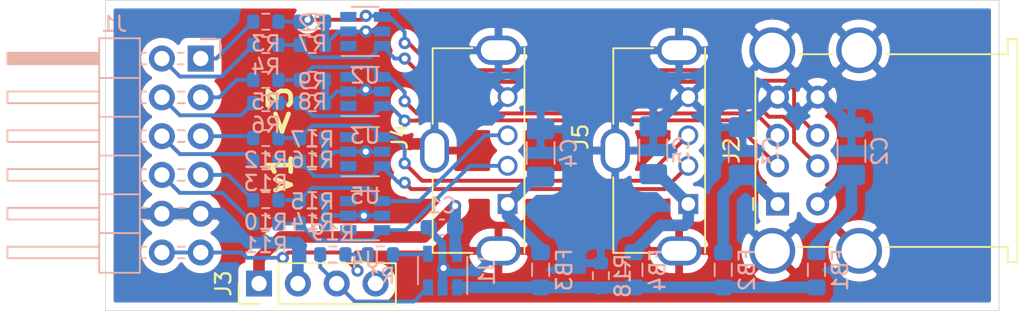
<source format=kicad_pcb>
(kicad_pcb (version 20171130) (host pcbnew 5.1.9-73d0e3b20d~88~ubuntu18.04.1)

  (general
    (thickness 1.6)
    (drawings 7)
    (tracks 223)
    (zones 0)
    (modules 38)
    (nets 35)
  )

  (page A4)
  (layers
    (0 F.Cu signal)
    (31 B.Cu signal)
    (32 B.Adhes user hide)
    (33 F.Adhes user hide)
    (34 B.Paste user hide)
    (35 F.Paste user hide)
    (36 B.SilkS user)
    (37 F.SilkS user)
    (38 B.Mask user)
    (39 F.Mask user)
    (40 Dwgs.User user hide)
    (41 Cmts.User user hide)
    (42 Eco1.User user hide)
    (43 Eco2.User user)
    (44 Edge.Cuts user)
    (45 Margin user hide)
    (46 B.CrtYd user hide)
    (47 F.CrtYd user hide)
    (48 B.Fab user hide)
    (49 F.Fab user hide)
  )

  (setup
    (last_trace_width 0.762)
    (user_trace_width 0.254)
    (user_trace_width 0.508)
    (user_trace_width 0.762)
    (trace_clearance 0.2)
    (zone_clearance 0.508)
    (zone_45_only no)
    (trace_min 0.2)
    (via_size 0.8)
    (via_drill 0.4)
    (via_min_size 0.4)
    (via_min_drill 0.3)
    (uvia_size 0.3)
    (uvia_drill 0.1)
    (uvias_allowed no)
    (uvia_min_size 0.2)
    (uvia_min_drill 0.1)
    (edge_width 0.05)
    (segment_width 0.2)
    (pcb_text_width 0.3)
    (pcb_text_size 1.5 1.5)
    (mod_edge_width 0.12)
    (mod_text_size 1 1)
    (mod_text_width 0.15)
    (pad_size 1.524 1.524)
    (pad_drill 0.762)
    (pad_to_mask_clearance 0)
    (aux_axis_origin 0 0)
    (visible_elements FFFFFF7F)
    (pcbplotparams
      (layerselection 0x010fc_ffffffff)
      (usegerberextensions true)
      (usegerberattributes false)
      (usegerberadvancedattributes false)
      (creategerberjobfile true)
      (excludeedgelayer true)
      (linewidth 0.100000)
      (plotframeref false)
      (viasonmask false)
      (mode 1)
      (useauxorigin false)
      (hpglpennumber 1)
      (hpglpenspeed 20)
      (hpglpendiameter 15.000000)
      (psnegative false)
      (psa4output false)
      (plotreference true)
      (plotvalue true)
      (plotinvisibletext false)
      (padsonsilk false)
      (subtractmaskfromsilk false)
      (outputformat 1)
      (mirror false)
      (drillshape 0)
      (scaleselection 1)
      (outputdirectory "gerbers"))
  )

  (net 0 "")
  (net 1 GND)
  (net 2 +5V)
  (net 3 "Net-(C2-Pad1)")
  (net 4 "Net-(C3-Pad1)")
  (net 5 "Net-(C4-Pad1)")
  (net 6 "Net-(C5-Pad1)")
  (net 7 VBUS)
  (net 8 +3V3)
  (net 9 /USBH3_D-)
  (net 10 /USBH3_D+)
  (net 11 /USBH2_D-)
  (net 12 /USBH2_D+)
  (net 13 /USBH1_D-)
  (net 14 /USBH1_D+)
  (net 15 /USBH0_D-)
  (net 16 /USBH0_D+)
  (net 17 "Net-(J2-Pad2)")
  (net 18 "Net-(J2-Pad3)")
  (net 19 "Net-(J2-Pad6)")
  (net 20 "Net-(J2-Pad7)")
  (net 21 /USB_EN)
  (net 22 /USB_FAULT)
  (net 23 "Net-(J4-Pad3)")
  (net 24 "Net-(J4-Pad2)")
  (net 25 "Net-(J5-Pad3)")
  (net 26 "Net-(J5-Pad2)")
  (net 27 "Net-(U2-Pad3)")
  (net 28 "Net-(U2-Pad1)")
  (net 29 "Net-(U3-Pad3)")
  (net 30 "Net-(U3-Pad1)")
  (net 31 "Net-(U4-Pad3)")
  (net 32 "Net-(U4-Pad1)")
  (net 33 "Net-(U5-Pad3)")
  (net 34 "Net-(U5-Pad1)")

  (net_class Default "This is the default net class."
    (clearance 0.2)
    (trace_width 0.25)
    (via_dia 0.8)
    (via_drill 0.4)
    (uvia_dia 0.3)
    (uvia_drill 0.1)
    (add_net +3V3)
    (add_net +5V)
    (add_net /USBH0_D+)
    (add_net /USBH0_D-)
    (add_net /USBH1_D+)
    (add_net /USBH1_D-)
    (add_net /USBH2_D+)
    (add_net /USBH2_D-)
    (add_net /USBH3_D+)
    (add_net /USBH3_D-)
    (add_net /USB_EN)
    (add_net /USB_FAULT)
    (add_net GND)
    (add_net "Net-(C2-Pad1)")
    (add_net "Net-(C3-Pad1)")
    (add_net "Net-(C4-Pad1)")
    (add_net "Net-(C5-Pad1)")
    (add_net "Net-(J2-Pad2)")
    (add_net "Net-(J2-Pad3)")
    (add_net "Net-(J2-Pad6)")
    (add_net "Net-(J2-Pad7)")
    (add_net "Net-(J4-Pad2)")
    (add_net "Net-(J4-Pad3)")
    (add_net "Net-(J5-Pad2)")
    (add_net "Net-(J5-Pad3)")
    (add_net "Net-(U2-Pad1)")
    (add_net "Net-(U2-Pad3)")
    (add_net "Net-(U3-Pad1)")
    (add_net "Net-(U3-Pad3)")
    (add_net "Net-(U4-Pad1)")
    (add_net "Net-(U4-Pad3)")
    (add_net "Net-(U5-Pad1)")
    (add_net "Net-(U5-Pad3)")
    (add_net VBUS)
  )

  (module Resistor_SMD:R_0603_1608Metric (layer B.Cu) (tedit 5F68FEEE) (tstamp 6093CFF0)
    (at 144.399 74.041 180)
    (descr "Resistor SMD 0603 (1608 Metric), square (rectangular) end terminal, IPC_7351 nominal, (Body size source: IPC-SM-782 page 72, https://www.pcb-3d.com/wordpress/wp-content/uploads/ipc-sm-782a_amendment_1_and_2.pdf), generated with kicad-footprint-generator")
    (tags resistor)
    (path /60A1D809)
    (attr smd)
    (fp_text reference R19 (at 0 1.43) (layer B.SilkS)
      (effects (font (size 1 1) (thickness 0.15)) (justify mirror))
    )
    (fp_text value 10K (at 0 -1.43) (layer B.Fab)
      (effects (font (size 1 1) (thickness 0.15)) (justify mirror))
    )
    (fp_text user %R (at 0 0) (layer B.Fab)
      (effects (font (size 0.4 0.4) (thickness 0.06)) (justify mirror))
    )
    (fp_line (start -0.8 -0.4125) (end -0.8 0.4125) (layer B.Fab) (width 0.1))
    (fp_line (start -0.8 0.4125) (end 0.8 0.4125) (layer B.Fab) (width 0.1))
    (fp_line (start 0.8 0.4125) (end 0.8 -0.4125) (layer B.Fab) (width 0.1))
    (fp_line (start 0.8 -0.4125) (end -0.8 -0.4125) (layer B.Fab) (width 0.1))
    (fp_line (start -0.237258 0.5225) (end 0.237258 0.5225) (layer B.SilkS) (width 0.12))
    (fp_line (start -0.237258 -0.5225) (end 0.237258 -0.5225) (layer B.SilkS) (width 0.12))
    (fp_line (start -1.48 -0.73) (end -1.48 0.73) (layer B.CrtYd) (width 0.05))
    (fp_line (start -1.48 0.73) (end 1.48 0.73) (layer B.CrtYd) (width 0.05))
    (fp_line (start 1.48 0.73) (end 1.48 -0.73) (layer B.CrtYd) (width 0.05))
    (fp_line (start 1.48 -0.73) (end -1.48 -0.73) (layer B.CrtYd) (width 0.05))
    (pad 2 smd roundrect (at 0.825 0 180) (size 0.8 0.95) (layers B.Cu B.Paste B.Mask) (roundrect_rratio 0.25)
      (net 22 /USB_FAULT))
    (pad 1 smd roundrect (at -0.825 0 180) (size 0.8 0.95) (layers B.Cu B.Paste B.Mask) (roundrect_rratio 0.25)
      (net 8 +3V3))
    (model ${KISYS3DMOD}/Resistor_SMD.3dshapes/R_0603_1608Metric.wrl
      (at (xyz 0 0 0))
      (scale (xyz 1 1 1))
      (rotate (xyz 0 0 0))
    )
  )

  (module Connector_PinHeader_2.54mm:PinHeader_1x04_P2.54mm_Vertical (layer F.Cu) (tedit 59FED5CC) (tstamp 6093BBE2)
    (at 139.573 75.946 90)
    (descr "Through hole straight pin header, 1x04, 2.54mm pitch, single row")
    (tags "Through hole pin header THT 1x04 2.54mm single row")
    (path /60A1A04E)
    (fp_text reference J3 (at 0 -2.33 90) (layer F.SilkS)
      (effects (font (size 1 1) (thickness 0.15)))
    )
    (fp_text value Conn_01x04 (at 0 9.95 90) (layer F.Fab)
      (effects (font (size 1 1) (thickness 0.15)))
    )
    (fp_text user %R (at 0 3.81) (layer F.Fab)
      (effects (font (size 1 1) (thickness 0.15)))
    )
    (fp_line (start -0.635 -1.27) (end 1.27 -1.27) (layer F.Fab) (width 0.1))
    (fp_line (start 1.27 -1.27) (end 1.27 8.89) (layer F.Fab) (width 0.1))
    (fp_line (start 1.27 8.89) (end -1.27 8.89) (layer F.Fab) (width 0.1))
    (fp_line (start -1.27 8.89) (end -1.27 -0.635) (layer F.Fab) (width 0.1))
    (fp_line (start -1.27 -0.635) (end -0.635 -1.27) (layer F.Fab) (width 0.1))
    (fp_line (start -1.33 8.95) (end 1.33 8.95) (layer F.SilkS) (width 0.12))
    (fp_line (start -1.33 1.27) (end -1.33 8.95) (layer F.SilkS) (width 0.12))
    (fp_line (start 1.33 1.27) (end 1.33 8.95) (layer F.SilkS) (width 0.12))
    (fp_line (start -1.33 1.27) (end 1.33 1.27) (layer F.SilkS) (width 0.12))
    (fp_line (start -1.33 0) (end -1.33 -1.33) (layer F.SilkS) (width 0.12))
    (fp_line (start -1.33 -1.33) (end 0 -1.33) (layer F.SilkS) (width 0.12))
    (fp_line (start -1.8 -1.8) (end -1.8 9.4) (layer F.CrtYd) (width 0.05))
    (fp_line (start -1.8 9.4) (end 1.8 9.4) (layer F.CrtYd) (width 0.05))
    (fp_line (start 1.8 9.4) (end 1.8 -1.8) (layer F.CrtYd) (width 0.05))
    (fp_line (start 1.8 -1.8) (end -1.8 -1.8) (layer F.CrtYd) (width 0.05))
    (pad 4 thru_hole oval (at 0 7.62 90) (size 1.7 1.7) (drill 1) (layers *.Cu *.Mask)
      (net 21 /USB_EN))
    (pad 3 thru_hole oval (at 0 5.08 90) (size 1.7 1.7) (drill 1) (layers *.Cu *.Mask)
      (net 22 /USB_FAULT))
    (pad 2 thru_hole oval (at 0 2.54 90) (size 1.7 1.7) (drill 1) (layers *.Cu *.Mask)
      (net 1 GND))
    (pad 1 thru_hole rect (at 0 0 90) (size 1.7 1.7) (drill 1) (layers *.Cu *.Mask)
      (net 2 +5V))
    (model ${KISYS3DMOD}/Connector_PinHeader_2.54mm.3dshapes/PinHeader_1x04_P2.54mm_Vertical.wrl
      (at (xyz 0 0 0))
      (scale (xyz 1 1 1))
      (rotate (xyz 0 0 0))
    )
  )

  (module Resistor_SMD:R_0603_1608Metric (layer B.Cu) (tedit 5F68FEEE) (tstamp 6093B74C)
    (at 161.925 75.438 90)
    (descr "Resistor SMD 0603 (1608 Metric), square (rectangular) end terminal, IPC_7351 nominal, (Body size source: IPC-SM-782 page 72, https://www.pcb-3d.com/wordpress/wp-content/uploads/ipc-sm-782a_amendment_1_and_2.pdf), generated with kicad-footprint-generator")
    (tags resistor)
    (path /609AA848)
    (attr smd)
    (fp_text reference R18 (at 0 1.43 90) (layer B.SilkS)
      (effects (font (size 1 1) (thickness 0.15)) (justify mirror))
    )
    (fp_text value 1k (at 0 -1.43 90) (layer B.Fab)
      (effects (font (size 1 1) (thickness 0.15)) (justify mirror))
    )
    (fp_text user %R (at 0 0 90) (layer B.Fab)
      (effects (font (size 0.4 0.4) (thickness 0.06)) (justify mirror))
    )
    (fp_line (start -0.8 -0.4125) (end -0.8 0.4125) (layer B.Fab) (width 0.1))
    (fp_line (start -0.8 0.4125) (end 0.8 0.4125) (layer B.Fab) (width 0.1))
    (fp_line (start 0.8 0.4125) (end 0.8 -0.4125) (layer B.Fab) (width 0.1))
    (fp_line (start 0.8 -0.4125) (end -0.8 -0.4125) (layer B.Fab) (width 0.1))
    (fp_line (start -0.237258 0.5225) (end 0.237258 0.5225) (layer B.SilkS) (width 0.12))
    (fp_line (start -0.237258 -0.5225) (end 0.237258 -0.5225) (layer B.SilkS) (width 0.12))
    (fp_line (start -1.48 -0.73) (end -1.48 0.73) (layer B.CrtYd) (width 0.05))
    (fp_line (start -1.48 0.73) (end 1.48 0.73) (layer B.CrtYd) (width 0.05))
    (fp_line (start 1.48 0.73) (end 1.48 -0.73) (layer B.CrtYd) (width 0.05))
    (fp_line (start 1.48 -0.73) (end -1.48 -0.73) (layer B.CrtYd) (width 0.05))
    (pad 2 smd roundrect (at 0.825 0 90) (size 0.8 0.95) (layers B.Cu B.Paste B.Mask) (roundrect_rratio 0.25)
      (net 1 GND))
    (pad 1 smd roundrect (at -0.825 0 90) (size 0.8 0.95) (layers B.Cu B.Paste B.Mask) (roundrect_rratio 0.25)
      (net 7 VBUS))
    (model ${KISYS3DMOD}/Resistor_SMD.3dshapes/R_0603_1608Metric.wrl
      (at (xyz 0 0 0))
      (scale (xyz 1 1 1))
      (rotate (xyz 0 0 0))
    )
  )

  (module Package_TO_SOT_SMD:SOT-23-6 (layer B.Cu) (tedit 5A02FF57) (tstamp 6093BAB1)
    (at 146.515 67.31)
    (descr "6-pin SOT-23 package")
    (tags SOT-23-6)
    (path /6095953F)
    (attr smd)
    (fp_text reference U5 (at 0 2.9) (layer B.SilkS)
      (effects (font (size 1 1) (thickness 0.15)) (justify mirror))
    )
    (fp_text value SN65220 (at 0 -2.9) (layer B.Fab)
      (effects (font (size 1 1) (thickness 0.15)) (justify mirror))
    )
    (fp_text user %R (at 0 0 -90) (layer B.Fab)
      (effects (font (size 0.5 0.5) (thickness 0.075)) (justify mirror))
    )
    (fp_line (start -0.9 -1.61) (end 0.9 -1.61) (layer B.SilkS) (width 0.12))
    (fp_line (start 0.9 1.61) (end -1.55 1.61) (layer B.SilkS) (width 0.12))
    (fp_line (start 1.9 1.8) (end -1.9 1.8) (layer B.CrtYd) (width 0.05))
    (fp_line (start 1.9 -1.8) (end 1.9 1.8) (layer B.CrtYd) (width 0.05))
    (fp_line (start -1.9 -1.8) (end 1.9 -1.8) (layer B.CrtYd) (width 0.05))
    (fp_line (start -1.9 1.8) (end -1.9 -1.8) (layer B.CrtYd) (width 0.05))
    (fp_line (start -0.9 0.9) (end -0.25 1.55) (layer B.Fab) (width 0.1))
    (fp_line (start 0.9 1.55) (end -0.25 1.55) (layer B.Fab) (width 0.1))
    (fp_line (start -0.9 0.9) (end -0.9 -1.55) (layer B.Fab) (width 0.1))
    (fp_line (start 0.9 -1.55) (end -0.9 -1.55) (layer B.Fab) (width 0.1))
    (fp_line (start 0.9 1.55) (end 0.9 -1.55) (layer B.Fab) (width 0.1))
    (pad 5 smd rect (at 1.1 0) (size 1.06 0.65) (layers B.Cu B.Paste B.Mask)
      (net 1 GND))
    (pad 6 smd rect (at 1.1 0.95) (size 1.06 0.65) (layers B.Cu B.Paste B.Mask)
      (net 26 "Net-(J5-Pad2)"))
    (pad 4 smd rect (at 1.1 -0.95) (size 1.06 0.65) (layers B.Cu B.Paste B.Mask)
      (net 25 "Net-(J5-Pad3)"))
    (pad 3 smd rect (at -1.1 -0.95) (size 1.06 0.65) (layers B.Cu B.Paste B.Mask)
      (net 33 "Net-(U5-Pad3)"))
    (pad 2 smd rect (at -1.1 0) (size 1.06 0.65) (layers B.Cu B.Paste B.Mask)
      (net 1 GND))
    (pad 1 smd rect (at -1.1 0.95) (size 1.06 0.65) (layers B.Cu B.Paste B.Mask)
      (net 34 "Net-(U5-Pad1)"))
    (model ${KISYS3DMOD}/Package_TO_SOT_SMD.3dshapes/SOT-23-6.wrl
      (at (xyz 0 0 0))
      (scale (xyz 1 1 1))
      (rotate (xyz 0 0 0))
    )
  )

  (module Package_TO_SOT_SMD:SOT-23-6 (layer B.Cu) (tedit 5A02FF57) (tstamp 6093BC64)
    (at 146.515 71.501)
    (descr "6-pin SOT-23 package")
    (tags SOT-23-6)
    (path /6099BA59)
    (attr smd)
    (fp_text reference U4 (at 0 2.9) (layer B.SilkS)
      (effects (font (size 1 1) (thickness 0.15)) (justify mirror))
    )
    (fp_text value SN65220 (at 0 -2.9) (layer B.Fab)
      (effects (font (size 1 1) (thickness 0.15)) (justify mirror))
    )
    (fp_line (start 0.9 1.55) (end 0.9 -1.55) (layer B.Fab) (width 0.1))
    (fp_line (start 0.9 -1.55) (end -0.9 -1.55) (layer B.Fab) (width 0.1))
    (fp_line (start -0.9 0.9) (end -0.9 -1.55) (layer B.Fab) (width 0.1))
    (fp_line (start 0.9 1.55) (end -0.25 1.55) (layer B.Fab) (width 0.1))
    (fp_line (start -0.9 0.9) (end -0.25 1.55) (layer B.Fab) (width 0.1))
    (fp_line (start -1.9 1.8) (end -1.9 -1.8) (layer B.CrtYd) (width 0.05))
    (fp_line (start -1.9 -1.8) (end 1.9 -1.8) (layer B.CrtYd) (width 0.05))
    (fp_line (start 1.9 -1.8) (end 1.9 1.8) (layer B.CrtYd) (width 0.05))
    (fp_line (start 1.9 1.8) (end -1.9 1.8) (layer B.CrtYd) (width 0.05))
    (fp_line (start 0.9 1.61) (end -1.55 1.61) (layer B.SilkS) (width 0.12))
    (fp_line (start -0.9 -1.61) (end 0.9 -1.61) (layer B.SilkS) (width 0.12))
    (fp_text user %R (at 0 0 270) (layer B.Fab)
      (effects (font (size 0.5 0.5) (thickness 0.075)) (justify mirror))
    )
    (pad 1 smd rect (at -1.1 0.95) (size 1.06 0.65) (layers B.Cu B.Paste B.Mask)
      (net 32 "Net-(U4-Pad1)"))
    (pad 2 smd rect (at -1.1 0) (size 1.06 0.65) (layers B.Cu B.Paste B.Mask)
      (net 1 GND))
    (pad 3 smd rect (at -1.1 -0.95) (size 1.06 0.65) (layers B.Cu B.Paste B.Mask)
      (net 31 "Net-(U4-Pad3)"))
    (pad 4 smd rect (at 1.1 -0.95) (size 1.06 0.65) (layers B.Cu B.Paste B.Mask)
      (net 23 "Net-(J4-Pad3)"))
    (pad 6 smd rect (at 1.1 0.95) (size 1.06 0.65) (layers B.Cu B.Paste B.Mask)
      (net 24 "Net-(J4-Pad2)"))
    (pad 5 smd rect (at 1.1 0) (size 1.06 0.65) (layers B.Cu B.Paste B.Mask)
      (net 1 GND))
    (model ${KISYS3DMOD}/Package_TO_SOT_SMD.3dshapes/SOT-23-6.wrl
      (at (xyz 0 0 0))
      (scale (xyz 1 1 1))
      (rotate (xyz 0 0 0))
    )
  )

  (module Package_TO_SOT_SMD:SOT-23-6 (layer B.Cu) (tedit 5A02FF57) (tstamp 6093BC25)
    (at 146.515 63.373)
    (descr "6-pin SOT-23 package")
    (tags SOT-23-6)
    (path /60945363)
    (attr smd)
    (fp_text reference U3 (at 0 2.9) (layer B.SilkS)
      (effects (font (size 1 1) (thickness 0.15)) (justify mirror))
    )
    (fp_text value SN65220 (at 0 -2.9) (layer B.Fab)
      (effects (font (size 1 1) (thickness 0.15)) (justify mirror))
    )
    (fp_text user %R (at 0 0 -90) (layer B.Fab)
      (effects (font (size 0.5 0.5) (thickness 0.075)) (justify mirror))
    )
    (fp_line (start -0.9 -1.61) (end 0.9 -1.61) (layer B.SilkS) (width 0.12))
    (fp_line (start 0.9 1.61) (end -1.55 1.61) (layer B.SilkS) (width 0.12))
    (fp_line (start 1.9 1.8) (end -1.9 1.8) (layer B.CrtYd) (width 0.05))
    (fp_line (start 1.9 -1.8) (end 1.9 1.8) (layer B.CrtYd) (width 0.05))
    (fp_line (start -1.9 -1.8) (end 1.9 -1.8) (layer B.CrtYd) (width 0.05))
    (fp_line (start -1.9 1.8) (end -1.9 -1.8) (layer B.CrtYd) (width 0.05))
    (fp_line (start -0.9 0.9) (end -0.25 1.55) (layer B.Fab) (width 0.1))
    (fp_line (start 0.9 1.55) (end -0.25 1.55) (layer B.Fab) (width 0.1))
    (fp_line (start -0.9 0.9) (end -0.9 -1.55) (layer B.Fab) (width 0.1))
    (fp_line (start 0.9 -1.55) (end -0.9 -1.55) (layer B.Fab) (width 0.1))
    (fp_line (start 0.9 1.55) (end 0.9 -1.55) (layer B.Fab) (width 0.1))
    (pad 5 smd rect (at 1.1 0) (size 1.06 0.65) (layers B.Cu B.Paste B.Mask)
      (net 1 GND))
    (pad 6 smd rect (at 1.1 0.95) (size 1.06 0.65) (layers B.Cu B.Paste B.Mask)
      (net 17 "Net-(J2-Pad2)"))
    (pad 4 smd rect (at 1.1 -0.95) (size 1.06 0.65) (layers B.Cu B.Paste B.Mask)
      (net 18 "Net-(J2-Pad3)"))
    (pad 3 smd rect (at -1.1 -0.95) (size 1.06 0.65) (layers B.Cu B.Paste B.Mask)
      (net 29 "Net-(U3-Pad3)"))
    (pad 2 smd rect (at -1.1 0) (size 1.06 0.65) (layers B.Cu B.Paste B.Mask)
      (net 1 GND))
    (pad 1 smd rect (at -1.1 0.95) (size 1.06 0.65) (layers B.Cu B.Paste B.Mask)
      (net 30 "Net-(U3-Pad1)"))
    (model ${KISYS3DMOD}/Package_TO_SOT_SMD.3dshapes/SOT-23-6.wrl
      (at (xyz 0 0 0))
      (scale (xyz 1 1 1))
      (rotate (xyz 0 0 0))
    )
  )

  (module Package_TO_SOT_SMD:SOT-23-6 (layer B.Cu) (tedit 5A02FF57) (tstamp 6093F281)
    (at 146.515 59.436)
    (descr "6-pin SOT-23 package")
    (tags SOT-23-6)
    (path /60919226)
    (attr smd)
    (fp_text reference U2 (at 0 2.9) (layer B.SilkS)
      (effects (font (size 1 1) (thickness 0.15)) (justify mirror))
    )
    (fp_text value SN65220 (at 0 -2.9) (layer B.Fab)
      (effects (font (size 1 1) (thickness 0.15)) (justify mirror))
    )
    (fp_text user %R (at 0 0 -90) (layer B.Fab)
      (effects (font (size 0.5 0.5) (thickness 0.075)) (justify mirror))
    )
    (fp_line (start -0.9 -1.61) (end 0.9 -1.61) (layer B.SilkS) (width 0.12))
    (fp_line (start 0.9 1.61) (end -1.55 1.61) (layer B.SilkS) (width 0.12))
    (fp_line (start 1.9 1.8) (end -1.9 1.8) (layer B.CrtYd) (width 0.05))
    (fp_line (start 1.9 -1.8) (end 1.9 1.8) (layer B.CrtYd) (width 0.05))
    (fp_line (start -1.9 -1.8) (end 1.9 -1.8) (layer B.CrtYd) (width 0.05))
    (fp_line (start -1.9 1.8) (end -1.9 -1.8) (layer B.CrtYd) (width 0.05))
    (fp_line (start -0.9 0.9) (end -0.25 1.55) (layer B.Fab) (width 0.1))
    (fp_line (start 0.9 1.55) (end -0.25 1.55) (layer B.Fab) (width 0.1))
    (fp_line (start -0.9 0.9) (end -0.9 -1.55) (layer B.Fab) (width 0.1))
    (fp_line (start 0.9 -1.55) (end -0.9 -1.55) (layer B.Fab) (width 0.1))
    (fp_line (start 0.9 1.55) (end 0.9 -1.55) (layer B.Fab) (width 0.1))
    (pad 5 smd rect (at 1.1 0) (size 1.06 0.65) (layers B.Cu B.Paste B.Mask)
      (net 1 GND))
    (pad 6 smd rect (at 1.1 0.95) (size 1.06 0.65) (layers B.Cu B.Paste B.Mask)
      (net 19 "Net-(J2-Pad6)"))
    (pad 4 smd rect (at 1.1 -0.95) (size 1.06 0.65) (layers B.Cu B.Paste B.Mask)
      (net 20 "Net-(J2-Pad7)"))
    (pad 3 smd rect (at -1.1 -0.95) (size 1.06 0.65) (layers B.Cu B.Paste B.Mask)
      (net 27 "Net-(U2-Pad3)"))
    (pad 2 smd rect (at -1.1 0) (size 1.06 0.65) (layers B.Cu B.Paste B.Mask)
      (net 1 GND))
    (pad 1 smd rect (at -1.1 0.95) (size 1.06 0.65) (layers B.Cu B.Paste B.Mask)
      (net 28 "Net-(U2-Pad1)"))
    (model ${KISYS3DMOD}/Package_TO_SOT_SMD.3dshapes/SOT-23-6.wrl
      (at (xyz 0 0 0))
      (scale (xyz 1 1 1))
      (rotate (xyz 0 0 0))
    )
  )

  (module Package_TO_SOT_SMD:SOT-23-5 (layer B.Cu) (tedit 5A02FF57) (tstamp 6093BD32)
    (at 151.577 75.1 90)
    (descr "5-pin SOT23 package")
    (tags SOT-23-5)
    (path /60930F3A)
    (attr smd)
    (fp_text reference U1 (at 0 2.9 270) (layer B.SilkS)
      (effects (font (size 1 1) (thickness 0.15)) (justify mirror))
    )
    (fp_text value TPS20xx_sot23-5 (at 0 -2.9 270) (layer B.Fab)
      (effects (font (size 1 1) (thickness 0.15)) (justify mirror))
    )
    (fp_text user %R (at 0 0) (layer B.Fab)
      (effects (font (size 0.5 0.5) (thickness 0.075)) (justify mirror))
    )
    (fp_line (start -0.9 -1.61) (end 0.9 -1.61) (layer B.SilkS) (width 0.12))
    (fp_line (start 0.9 1.61) (end -1.55 1.61) (layer B.SilkS) (width 0.12))
    (fp_line (start -1.9 1.8) (end 1.9 1.8) (layer B.CrtYd) (width 0.05))
    (fp_line (start 1.9 1.8) (end 1.9 -1.8) (layer B.CrtYd) (width 0.05))
    (fp_line (start 1.9 -1.8) (end -1.9 -1.8) (layer B.CrtYd) (width 0.05))
    (fp_line (start -1.9 -1.8) (end -1.9 1.8) (layer B.CrtYd) (width 0.05))
    (fp_line (start -0.9 0.9) (end -0.25 1.55) (layer B.Fab) (width 0.1))
    (fp_line (start 0.9 1.55) (end -0.25 1.55) (layer B.Fab) (width 0.1))
    (fp_line (start -0.9 0.9) (end -0.9 -1.55) (layer B.Fab) (width 0.1))
    (fp_line (start 0.9 -1.55) (end -0.9 -1.55) (layer B.Fab) (width 0.1))
    (fp_line (start 0.9 1.55) (end 0.9 -1.55) (layer B.Fab) (width 0.1))
    (pad 5 smd rect (at 1.1 0.95 90) (size 1.06 0.65) (layers B.Cu B.Paste B.Mask)
      (net 2 +5V))
    (pad 4 smd rect (at 1.1 -0.95 90) (size 1.06 0.65) (layers B.Cu B.Paste B.Mask)
      (net 21 /USB_EN))
    (pad 3 smd rect (at -1.1 -0.95 90) (size 1.06 0.65) (layers B.Cu B.Paste B.Mask)
      (net 22 /USB_FAULT))
    (pad 2 smd rect (at -1.1 0 90) (size 1.06 0.65) (layers B.Cu B.Paste B.Mask)
      (net 1 GND))
    (pad 1 smd rect (at -1.1 0.95 90) (size 1.06 0.65) (layers B.Cu B.Paste B.Mask)
      (net 7 VBUS))
    (model ${KISYS3DMOD}/Package_TO_SOT_SMD.3dshapes/SOT-23-5.wrl
      (at (xyz 0 0 0))
      (scale (xyz 1 1 1))
      (rotate (xyz 0 0 0))
    )
  )

  (module Resistor_SMD:R_0603_1608Metric (layer B.Cu) (tedit 5F68FEEE) (tstamp 6093B97D)
    (at 143.064 67.945 180)
    (descr "Resistor SMD 0603 (1608 Metric), square (rectangular) end terminal, IPC_7351 nominal, (Body size source: IPC-SM-782 page 72, https://www.pcb-3d.com/wordpress/wp-content/uploads/ipc-sm-782a_amendment_1_and_2.pdf), generated with kicad-footprint-generator")
    (tags resistor)
    (path /609594F2)
    (attr smd)
    (fp_text reference R17 (at 0 1.43) (layer B.SilkS)
      (effects (font (size 1 1) (thickness 0.15)) (justify mirror))
    )
    (fp_text value 15K (at 0 -1.43) (layer B.Fab)
      (effects (font (size 1 1) (thickness 0.15)) (justify mirror))
    )
    (fp_text user %R (at 0 0) (layer B.Fab)
      (effects (font (size 0.4 0.4) (thickness 0.06)) (justify mirror))
    )
    (fp_line (start -0.8 -0.4125) (end -0.8 0.4125) (layer B.Fab) (width 0.1))
    (fp_line (start -0.8 0.4125) (end 0.8 0.4125) (layer B.Fab) (width 0.1))
    (fp_line (start 0.8 0.4125) (end 0.8 -0.4125) (layer B.Fab) (width 0.1))
    (fp_line (start 0.8 -0.4125) (end -0.8 -0.4125) (layer B.Fab) (width 0.1))
    (fp_line (start -0.237258 0.5225) (end 0.237258 0.5225) (layer B.SilkS) (width 0.12))
    (fp_line (start -0.237258 -0.5225) (end 0.237258 -0.5225) (layer B.SilkS) (width 0.12))
    (fp_line (start -1.48 -0.73) (end -1.48 0.73) (layer B.CrtYd) (width 0.05))
    (fp_line (start -1.48 0.73) (end 1.48 0.73) (layer B.CrtYd) (width 0.05))
    (fp_line (start 1.48 0.73) (end 1.48 -0.73) (layer B.CrtYd) (width 0.05))
    (fp_line (start 1.48 -0.73) (end -1.48 -0.73) (layer B.CrtYd) (width 0.05))
    (pad 2 smd roundrect (at 0.825 0 180) (size 0.8 0.95) (layers B.Cu B.Paste B.Mask) (roundrect_rratio 0.25)
      (net 26 "Net-(J5-Pad2)"))
    (pad 1 smd roundrect (at -0.825 0 180) (size 0.8 0.95) (layers B.Cu B.Paste B.Mask) (roundrect_rratio 0.25)
      (net 1 GND))
    (model ${KISYS3DMOD}/Resistor_SMD.3dshapes/R_0603_1608Metric.wrl
      (at (xyz 0 0 0))
      (scale (xyz 1 1 1))
      (rotate (xyz 0 0 0))
    )
  )

  (module Resistor_SMD:R_0603_1608Metric (layer B.Cu) (tedit 5F68FEEE) (tstamp 6093BE4B)
    (at 143.065 66.421)
    (descr "Resistor SMD 0603 (1608 Metric), square (rectangular) end terminal, IPC_7351 nominal, (Body size source: IPC-SM-782 page 72, https://www.pcb-3d.com/wordpress/wp-content/uploads/ipc-sm-782a_amendment_1_and_2.pdf), generated with kicad-footprint-generator")
    (tags resistor)
    (path /6095954B)
    (attr smd)
    (fp_text reference R16 (at 0 1.43) (layer B.SilkS)
      (effects (font (size 1 1) (thickness 0.15)) (justify mirror))
    )
    (fp_text value 15K (at 0 -1.43) (layer B.Fab)
      (effects (font (size 1 1) (thickness 0.15)) (justify mirror))
    )
    (fp_text user %R (at 0 0) (layer B.Fab)
      (effects (font (size 0.4 0.4) (thickness 0.06)) (justify mirror))
    )
    (fp_line (start -0.8 -0.4125) (end -0.8 0.4125) (layer B.Fab) (width 0.1))
    (fp_line (start -0.8 0.4125) (end 0.8 0.4125) (layer B.Fab) (width 0.1))
    (fp_line (start 0.8 0.4125) (end 0.8 -0.4125) (layer B.Fab) (width 0.1))
    (fp_line (start 0.8 -0.4125) (end -0.8 -0.4125) (layer B.Fab) (width 0.1))
    (fp_line (start -0.237258 0.5225) (end 0.237258 0.5225) (layer B.SilkS) (width 0.12))
    (fp_line (start -0.237258 -0.5225) (end 0.237258 -0.5225) (layer B.SilkS) (width 0.12))
    (fp_line (start -1.48 -0.73) (end -1.48 0.73) (layer B.CrtYd) (width 0.05))
    (fp_line (start -1.48 0.73) (end 1.48 0.73) (layer B.CrtYd) (width 0.05))
    (fp_line (start 1.48 0.73) (end 1.48 -0.73) (layer B.CrtYd) (width 0.05))
    (fp_line (start 1.48 -0.73) (end -1.48 -0.73) (layer B.CrtYd) (width 0.05))
    (pad 2 smd roundrect (at 0.825 0) (size 0.8 0.95) (layers B.Cu B.Paste B.Mask) (roundrect_rratio 0.25)
      (net 1 GND))
    (pad 1 smd roundrect (at -0.825 0) (size 0.8 0.95) (layers B.Cu B.Paste B.Mask) (roundrect_rratio 0.25)
      (net 25 "Net-(J5-Pad3)"))
    (model ${KISYS3DMOD}/Resistor_SMD.3dshapes/R_0603_1608Metric.wrl
      (at (xyz 0 0 0))
      (scale (xyz 1 1 1))
      (rotate (xyz 0 0 0))
    )
  )

  (module Resistor_SMD:R_0603_1608Metric (layer B.Cu) (tedit 5F68FEEE) (tstamp 6093BAEB)
    (at 143.066 72.009 180)
    (descr "Resistor SMD 0603 (1608 Metric), square (rectangular) end terminal, IPC_7351 nominal, (Body size source: IPC-SM-782 page 72, https://www.pcb-3d.com/wordpress/wp-content/uploads/ipc-sm-782a_amendment_1_and_2.pdf), generated with kicad-footprint-generator")
    (tags resistor)
    (path /6099BA0C)
    (attr smd)
    (fp_text reference R15 (at 0 1.43) (layer B.SilkS)
      (effects (font (size 1 1) (thickness 0.15)) (justify mirror))
    )
    (fp_text value 15K (at 0 -1.43) (layer B.Fab)
      (effects (font (size 1 1) (thickness 0.15)) (justify mirror))
    )
    (fp_line (start 1.48 -0.73) (end -1.48 -0.73) (layer B.CrtYd) (width 0.05))
    (fp_line (start 1.48 0.73) (end 1.48 -0.73) (layer B.CrtYd) (width 0.05))
    (fp_line (start -1.48 0.73) (end 1.48 0.73) (layer B.CrtYd) (width 0.05))
    (fp_line (start -1.48 -0.73) (end -1.48 0.73) (layer B.CrtYd) (width 0.05))
    (fp_line (start -0.237258 -0.5225) (end 0.237258 -0.5225) (layer B.SilkS) (width 0.12))
    (fp_line (start -0.237258 0.5225) (end 0.237258 0.5225) (layer B.SilkS) (width 0.12))
    (fp_line (start 0.8 -0.4125) (end -0.8 -0.4125) (layer B.Fab) (width 0.1))
    (fp_line (start 0.8 0.4125) (end 0.8 -0.4125) (layer B.Fab) (width 0.1))
    (fp_line (start -0.8 0.4125) (end 0.8 0.4125) (layer B.Fab) (width 0.1))
    (fp_line (start -0.8 -0.4125) (end -0.8 0.4125) (layer B.Fab) (width 0.1))
    (fp_text user %R (at 0 0) (layer B.Fab)
      (effects (font (size 0.4 0.4) (thickness 0.06)) (justify mirror))
    )
    (pad 1 smd roundrect (at -0.825 0 180) (size 0.8 0.95) (layers B.Cu B.Paste B.Mask) (roundrect_rratio 0.25)
      (net 1 GND))
    (pad 2 smd roundrect (at 0.825 0 180) (size 0.8 0.95) (layers B.Cu B.Paste B.Mask) (roundrect_rratio 0.25)
      (net 24 "Net-(J4-Pad2)"))
    (model ${KISYS3DMOD}/Resistor_SMD.3dshapes/R_0603_1608Metric.wrl
      (at (xyz 0 0 0))
      (scale (xyz 1 1 1))
      (rotate (xyz 0 0 0))
    )
  )

  (module Resistor_SMD:R_0603_1608Metric (layer B.Cu) (tedit 5F68FEEE) (tstamp 6093BBAB)
    (at 143.066 70.485)
    (descr "Resistor SMD 0603 (1608 Metric), square (rectangular) end terminal, IPC_7351 nominal, (Body size source: IPC-SM-782 page 72, https://www.pcb-3d.com/wordpress/wp-content/uploads/ipc-sm-782a_amendment_1_and_2.pdf), generated with kicad-footprint-generator")
    (tags resistor)
    (path /6099BA65)
    (attr smd)
    (fp_text reference R14 (at 0 1.43) (layer B.SilkS)
      (effects (font (size 1 1) (thickness 0.15)) (justify mirror))
    )
    (fp_text value 15K (at 0 -1.43) (layer B.Fab)
      (effects (font (size 1 1) (thickness 0.15)) (justify mirror))
    )
    (fp_text user %R (at 0 0) (layer B.Fab)
      (effects (font (size 0.4 0.4) (thickness 0.06)) (justify mirror))
    )
    (fp_line (start -0.8 -0.4125) (end -0.8 0.4125) (layer B.Fab) (width 0.1))
    (fp_line (start -0.8 0.4125) (end 0.8 0.4125) (layer B.Fab) (width 0.1))
    (fp_line (start 0.8 0.4125) (end 0.8 -0.4125) (layer B.Fab) (width 0.1))
    (fp_line (start 0.8 -0.4125) (end -0.8 -0.4125) (layer B.Fab) (width 0.1))
    (fp_line (start -0.237258 0.5225) (end 0.237258 0.5225) (layer B.SilkS) (width 0.12))
    (fp_line (start -0.237258 -0.5225) (end 0.237258 -0.5225) (layer B.SilkS) (width 0.12))
    (fp_line (start -1.48 -0.73) (end -1.48 0.73) (layer B.CrtYd) (width 0.05))
    (fp_line (start -1.48 0.73) (end 1.48 0.73) (layer B.CrtYd) (width 0.05))
    (fp_line (start 1.48 0.73) (end 1.48 -0.73) (layer B.CrtYd) (width 0.05))
    (fp_line (start 1.48 -0.73) (end -1.48 -0.73) (layer B.CrtYd) (width 0.05))
    (pad 2 smd roundrect (at 0.825 0) (size 0.8 0.95) (layers B.Cu B.Paste B.Mask) (roundrect_rratio 0.25)
      (net 1 GND))
    (pad 1 smd roundrect (at -0.825 0) (size 0.8 0.95) (layers B.Cu B.Paste B.Mask) (roundrect_rratio 0.25)
      (net 23 "Net-(J4-Pad3)"))
    (model ${KISYS3DMOD}/Resistor_SMD.3dshapes/R_0603_1608Metric.wrl
      (at (xyz 0 0 0))
      (scale (xyz 1 1 1))
      (rotate (xyz 0 0 0))
    )
  )

  (module Resistor_SMD:R_0603_1608Metric (layer B.Cu) (tedit 5F68FEEE) (tstamp 6093BA7C)
    (at 140.018 67.945)
    (descr "Resistor SMD 0603 (1608 Metric), square (rectangular) end terminal, IPC_7351 nominal, (Body size source: IPC-SM-782 page 72, https://www.pcb-3d.com/wordpress/wp-content/uploads/ipc-sm-782a_amendment_1_and_2.pdf), generated with kicad-footprint-generator")
    (tags resistor)
    (path /609594FC)
    (attr smd)
    (fp_text reference R13 (at 0 1.43) (layer B.SilkS)
      (effects (font (size 1 1) (thickness 0.15)) (justify mirror))
    )
    (fp_text value 27 (at 0 -1.43) (layer B.Fab)
      (effects (font (size 1 1) (thickness 0.15)) (justify mirror))
    )
    (fp_text user %R (at 0 0) (layer B.Fab)
      (effects (font (size 0.4 0.4) (thickness 0.06)) (justify mirror))
    )
    (fp_line (start -0.8 -0.4125) (end -0.8 0.4125) (layer B.Fab) (width 0.1))
    (fp_line (start -0.8 0.4125) (end 0.8 0.4125) (layer B.Fab) (width 0.1))
    (fp_line (start 0.8 0.4125) (end 0.8 -0.4125) (layer B.Fab) (width 0.1))
    (fp_line (start 0.8 -0.4125) (end -0.8 -0.4125) (layer B.Fab) (width 0.1))
    (fp_line (start -0.237258 0.5225) (end 0.237258 0.5225) (layer B.SilkS) (width 0.12))
    (fp_line (start -0.237258 -0.5225) (end 0.237258 -0.5225) (layer B.SilkS) (width 0.12))
    (fp_line (start -1.48 -0.73) (end -1.48 0.73) (layer B.CrtYd) (width 0.05))
    (fp_line (start -1.48 0.73) (end 1.48 0.73) (layer B.CrtYd) (width 0.05))
    (fp_line (start 1.48 0.73) (end 1.48 -0.73) (layer B.CrtYd) (width 0.05))
    (fp_line (start 1.48 -0.73) (end -1.48 -0.73) (layer B.CrtYd) (width 0.05))
    (pad 2 smd roundrect (at 0.825 0) (size 0.8 0.95) (layers B.Cu B.Paste B.Mask) (roundrect_rratio 0.25)
      (net 26 "Net-(J5-Pad2)"))
    (pad 1 smd roundrect (at -0.825 0) (size 0.8 0.95) (layers B.Cu B.Paste B.Mask) (roundrect_rratio 0.25)
      (net 11 /USBH2_D-))
    (model ${KISYS3DMOD}/Resistor_SMD.3dshapes/R_0603_1608Metric.wrl
      (at (xyz 0 0 0))
      (scale (xyz 1 1 1))
      (rotate (xyz 0 0 0))
    )
  )

  (module Resistor_SMD:R_0603_1608Metric (layer B.Cu) (tedit 5F68FEEE) (tstamp 6093BCFE)
    (at 140.018 66.421)
    (descr "Resistor SMD 0603 (1608 Metric), square (rectangular) end terminal, IPC_7351 nominal, (Body size source: IPC-SM-782 page 72, https://www.pcb-3d.com/wordpress/wp-content/uploads/ipc-sm-782a_amendment_1_and_2.pdf), generated with kicad-footprint-generator")
    (tags resistor)
    (path /60959506)
    (attr smd)
    (fp_text reference R12 (at 0 1.43) (layer B.SilkS)
      (effects (font (size 1 1) (thickness 0.15)) (justify mirror))
    )
    (fp_text value 27 (at 0 -1.43) (layer B.Fab)
      (effects (font (size 1 1) (thickness 0.15)) (justify mirror))
    )
    (fp_text user %R (at 0 0) (layer B.Fab)
      (effects (font (size 0.4 0.4) (thickness 0.06)) (justify mirror))
    )
    (fp_line (start -0.8 -0.4125) (end -0.8 0.4125) (layer B.Fab) (width 0.1))
    (fp_line (start -0.8 0.4125) (end 0.8 0.4125) (layer B.Fab) (width 0.1))
    (fp_line (start 0.8 0.4125) (end 0.8 -0.4125) (layer B.Fab) (width 0.1))
    (fp_line (start 0.8 -0.4125) (end -0.8 -0.4125) (layer B.Fab) (width 0.1))
    (fp_line (start -0.237258 0.5225) (end 0.237258 0.5225) (layer B.SilkS) (width 0.12))
    (fp_line (start -0.237258 -0.5225) (end 0.237258 -0.5225) (layer B.SilkS) (width 0.12))
    (fp_line (start -1.48 -0.73) (end -1.48 0.73) (layer B.CrtYd) (width 0.05))
    (fp_line (start -1.48 0.73) (end 1.48 0.73) (layer B.CrtYd) (width 0.05))
    (fp_line (start 1.48 0.73) (end 1.48 -0.73) (layer B.CrtYd) (width 0.05))
    (fp_line (start 1.48 -0.73) (end -1.48 -0.73) (layer B.CrtYd) (width 0.05))
    (pad 2 smd roundrect (at 0.825 0) (size 0.8 0.95) (layers B.Cu B.Paste B.Mask) (roundrect_rratio 0.25)
      (net 25 "Net-(J5-Pad3)"))
    (pad 1 smd roundrect (at -0.825 0) (size 0.8 0.95) (layers B.Cu B.Paste B.Mask) (roundrect_rratio 0.25)
      (net 12 /USBH2_D+))
    (model ${KISYS3DMOD}/Resistor_SMD.3dshapes/R_0603_1608Metric.wrl
      (at (xyz 0 0 0))
      (scale (xyz 1 1 1))
      (rotate (xyz 0 0 0))
    )
  )

  (module Resistor_SMD:R_0603_1608Metric (layer B.Cu) (tedit 5F68FEEE) (tstamp 6093B8ED)
    (at 140.018 72.009)
    (descr "Resistor SMD 0603 (1608 Metric), square (rectangular) end terminal, IPC_7351 nominal, (Body size source: IPC-SM-782 page 72, https://www.pcb-3d.com/wordpress/wp-content/uploads/ipc-sm-782a_amendment_1_and_2.pdf), generated with kicad-footprint-generator")
    (tags resistor)
    (path /6099BA16)
    (attr smd)
    (fp_text reference R11 (at 0 1.43) (layer B.SilkS)
      (effects (font (size 1 1) (thickness 0.15)) (justify mirror))
    )
    (fp_text value 27 (at 0 -1.43) (layer B.Fab)
      (effects (font (size 1 1) (thickness 0.15)) (justify mirror))
    )
    (fp_text user %R (at 0 -0.218) (layer B.Fab)
      (effects (font (size 0.4 0.4) (thickness 0.06)) (justify mirror))
    )
    (fp_line (start -0.8 -0.4125) (end -0.8 0.4125) (layer B.Fab) (width 0.1))
    (fp_line (start -0.8 0.4125) (end 0.8 0.4125) (layer B.Fab) (width 0.1))
    (fp_line (start 0.8 0.4125) (end 0.8 -0.4125) (layer B.Fab) (width 0.1))
    (fp_line (start 0.8 -0.4125) (end -0.8 -0.4125) (layer B.Fab) (width 0.1))
    (fp_line (start -0.237258 0.5225) (end 0.237258 0.5225) (layer B.SilkS) (width 0.12))
    (fp_line (start -0.237258 -0.5225) (end 0.237258 -0.5225) (layer B.SilkS) (width 0.12))
    (fp_line (start -1.48 -0.73) (end -1.48 0.73) (layer B.CrtYd) (width 0.05))
    (fp_line (start -1.48 0.73) (end 1.48 0.73) (layer B.CrtYd) (width 0.05))
    (fp_line (start 1.48 0.73) (end 1.48 -0.73) (layer B.CrtYd) (width 0.05))
    (fp_line (start 1.48 -0.73) (end -1.48 -0.73) (layer B.CrtYd) (width 0.05))
    (pad 2 smd roundrect (at 0.825 0) (size 0.8 0.95) (layers B.Cu B.Paste B.Mask) (roundrect_rratio 0.25)
      (net 24 "Net-(J4-Pad2)"))
    (pad 1 smd roundrect (at -0.825 0) (size 0.8 0.95) (layers B.Cu B.Paste B.Mask) (roundrect_rratio 0.25)
      (net 9 /USBH3_D-))
    (model ${KISYS3DMOD}/Resistor_SMD.3dshapes/R_0603_1608Metric.wrl
      (at (xyz 0 0 0))
      (scale (xyz 1 1 1))
      (rotate (xyz 0 0 0))
    )
  )

  (module Resistor_SMD:R_0603_1608Metric (layer B.Cu) (tedit 5F68FEEE) (tstamp 6093BDEB)
    (at 140.018 70.485)
    (descr "Resistor SMD 0603 (1608 Metric), square (rectangular) end terminal, IPC_7351 nominal, (Body size source: IPC-SM-782 page 72, https://www.pcb-3d.com/wordpress/wp-content/uploads/ipc-sm-782a_amendment_1_and_2.pdf), generated with kicad-footprint-generator")
    (tags resistor)
    (path /6099BA20)
    (attr smd)
    (fp_text reference R10 (at 0 1.43) (layer B.SilkS)
      (effects (font (size 1 1) (thickness 0.15)) (justify mirror))
    )
    (fp_text value 27 (at 0 -1.43) (layer B.Fab)
      (effects (font (size 1 1) (thickness 0.15)) (justify mirror))
    )
    (fp_text user %R (at 0 0) (layer B.Fab)
      (effects (font (size 0.4 0.4) (thickness 0.06)) (justify mirror))
    )
    (fp_line (start -0.8 -0.4125) (end -0.8 0.4125) (layer B.Fab) (width 0.1))
    (fp_line (start -0.8 0.4125) (end 0.8 0.4125) (layer B.Fab) (width 0.1))
    (fp_line (start 0.8 0.4125) (end 0.8 -0.4125) (layer B.Fab) (width 0.1))
    (fp_line (start 0.8 -0.4125) (end -0.8 -0.4125) (layer B.Fab) (width 0.1))
    (fp_line (start -0.237258 0.5225) (end 0.237258 0.5225) (layer B.SilkS) (width 0.12))
    (fp_line (start -0.237258 -0.5225) (end 0.237258 -0.5225) (layer B.SilkS) (width 0.12))
    (fp_line (start -1.48 -0.73) (end -1.48 0.73) (layer B.CrtYd) (width 0.05))
    (fp_line (start -1.48 0.73) (end 1.48 0.73) (layer B.CrtYd) (width 0.05))
    (fp_line (start 1.48 0.73) (end 1.48 -0.73) (layer B.CrtYd) (width 0.05))
    (fp_line (start 1.48 -0.73) (end -1.48 -0.73) (layer B.CrtYd) (width 0.05))
    (pad 2 smd roundrect (at 0.825 0) (size 0.8 0.95) (layers B.Cu B.Paste B.Mask) (roundrect_rratio 0.25)
      (net 23 "Net-(J4-Pad3)"))
    (pad 1 smd roundrect (at -0.825 0) (size 0.8 0.95) (layers B.Cu B.Paste B.Mask) (roundrect_rratio 0.25)
      (net 10 /USBH3_D+))
    (model ${KISYS3DMOD}/Resistor_SMD.3dshapes/R_0603_1608Metric.wrl
      (at (xyz 0 0 0))
      (scale (xyz 1 1 1))
      (rotate (xyz 0 0 0))
    )
  )

  (module Resistor_SMD:R_0603_1608Metric (layer B.Cu) (tedit 5F68FEEE) (tstamp 6093B9AD)
    (at 143.066 64.135 180)
    (descr "Resistor SMD 0603 (1608 Metric), square (rectangular) end terminal, IPC_7351 nominal, (Body size source: IPC-SM-782 page 72, https://www.pcb-3d.com/wordpress/wp-content/uploads/ipc-sm-782a_amendment_1_and_2.pdf), generated with kicad-footprint-generator")
    (tags resistor)
    (path /60945316)
    (attr smd)
    (fp_text reference R9 (at 0 1.43) (layer B.SilkS)
      (effects (font (size 1 1) (thickness 0.15)) (justify mirror))
    )
    (fp_text value 15K (at 0 -1.43) (layer B.Fab)
      (effects (font (size 1 1) (thickness 0.15)) (justify mirror))
    )
    (fp_line (start 1.48 -0.73) (end -1.48 -0.73) (layer B.CrtYd) (width 0.05))
    (fp_line (start 1.48 0.73) (end 1.48 -0.73) (layer B.CrtYd) (width 0.05))
    (fp_line (start -1.48 0.73) (end 1.48 0.73) (layer B.CrtYd) (width 0.05))
    (fp_line (start -1.48 -0.73) (end -1.48 0.73) (layer B.CrtYd) (width 0.05))
    (fp_line (start -0.237258 -0.5225) (end 0.237258 -0.5225) (layer B.SilkS) (width 0.12))
    (fp_line (start -0.237258 0.5225) (end 0.237258 0.5225) (layer B.SilkS) (width 0.12))
    (fp_line (start 0.8 -0.4125) (end -0.8 -0.4125) (layer B.Fab) (width 0.1))
    (fp_line (start 0.8 0.4125) (end 0.8 -0.4125) (layer B.Fab) (width 0.1))
    (fp_line (start -0.8 0.4125) (end 0.8 0.4125) (layer B.Fab) (width 0.1))
    (fp_line (start -0.8 -0.4125) (end -0.8 0.4125) (layer B.Fab) (width 0.1))
    (fp_text user %R (at 0 0) (layer B.Fab)
      (effects (font (size 0.4 0.4) (thickness 0.06)) (justify mirror))
    )
    (pad 1 smd roundrect (at -0.825 0 180) (size 0.8 0.95) (layers B.Cu B.Paste B.Mask) (roundrect_rratio 0.25)
      (net 1 GND))
    (pad 2 smd roundrect (at 0.825 0 180) (size 0.8 0.95) (layers B.Cu B.Paste B.Mask) (roundrect_rratio 0.25)
      (net 17 "Net-(J2-Pad2)"))
    (model ${KISYS3DMOD}/Resistor_SMD.3dshapes/R_0603_1608Metric.wrl
      (at (xyz 0 0 0))
      (scale (xyz 1 1 1))
      (rotate (xyz 0 0 0))
    )
  )

  (module Resistor_SMD:R_0603_1608Metric (layer B.Cu) (tedit 5F68FEEE) (tstamp 6093BC9E)
    (at 143.066 62.611)
    (descr "Resistor SMD 0603 (1608 Metric), square (rectangular) end terminal, IPC_7351 nominal, (Body size source: IPC-SM-782 page 72, https://www.pcb-3d.com/wordpress/wp-content/uploads/ipc-sm-782a_amendment_1_and_2.pdf), generated with kicad-footprint-generator")
    (tags resistor)
    (path /6094536F)
    (attr smd)
    (fp_text reference R8 (at 0 1.43) (layer B.SilkS)
      (effects (font (size 1 1) (thickness 0.15)) (justify mirror))
    )
    (fp_text value 15K (at 0 -1.43) (layer B.Fab)
      (effects (font (size 1 1) (thickness 0.15)) (justify mirror))
    )
    (fp_text user %R (at 0 0) (layer B.Fab)
      (effects (font (size 0.4 0.4) (thickness 0.06)) (justify mirror))
    )
    (fp_line (start -0.8 -0.4125) (end -0.8 0.4125) (layer B.Fab) (width 0.1))
    (fp_line (start -0.8 0.4125) (end 0.8 0.4125) (layer B.Fab) (width 0.1))
    (fp_line (start 0.8 0.4125) (end 0.8 -0.4125) (layer B.Fab) (width 0.1))
    (fp_line (start 0.8 -0.4125) (end -0.8 -0.4125) (layer B.Fab) (width 0.1))
    (fp_line (start -0.237258 0.5225) (end 0.237258 0.5225) (layer B.SilkS) (width 0.12))
    (fp_line (start -0.237258 -0.5225) (end 0.237258 -0.5225) (layer B.SilkS) (width 0.12))
    (fp_line (start -1.48 -0.73) (end -1.48 0.73) (layer B.CrtYd) (width 0.05))
    (fp_line (start -1.48 0.73) (end 1.48 0.73) (layer B.CrtYd) (width 0.05))
    (fp_line (start 1.48 0.73) (end 1.48 -0.73) (layer B.CrtYd) (width 0.05))
    (fp_line (start 1.48 -0.73) (end -1.48 -0.73) (layer B.CrtYd) (width 0.05))
    (pad 2 smd roundrect (at 0.825 0) (size 0.8 0.95) (layers B.Cu B.Paste B.Mask) (roundrect_rratio 0.25)
      (net 1 GND))
    (pad 1 smd roundrect (at -0.825 0) (size 0.8 0.95) (layers B.Cu B.Paste B.Mask) (roundrect_rratio 0.25)
      (net 18 "Net-(J2-Pad3)"))
    (model ${KISYS3DMOD}/Resistor_SMD.3dshapes/R_0603_1608Metric.wrl
      (at (xyz 0 0 0))
      (scale (xyz 1 1 1))
      (rotate (xyz 0 0 0))
    )
  )

  (module Resistor_SMD:R_0603_1608Metric (layer B.Cu) (tedit 5F68FEEE) (tstamp 6093F21C)
    (at 143.066 58.801)
    (descr "Resistor SMD 0603 (1608 Metric), square (rectangular) end terminal, IPC_7351 nominal, (Body size source: IPC-SM-782 page 72, https://www.pcb-3d.com/wordpress/wp-content/uploads/ipc-sm-782a_amendment_1_and_2.pdf), generated with kicad-footprint-generator")
    (tags resistor)
    (path /6093D0F9)
    (attr smd)
    (fp_text reference R7 (at 0 1.43) (layer B.SilkS)
      (effects (font (size 1 1) (thickness 0.15)) (justify mirror))
    )
    (fp_text value 15K (at 0 -1.43) (layer B.Fab)
      (effects (font (size 1 1) (thickness 0.15)) (justify mirror))
    )
    (fp_text user %R (at 0 0) (layer B.Fab)
      (effects (font (size 0.4 0.4) (thickness 0.06)) (justify mirror))
    )
    (fp_line (start -0.8 -0.4125) (end -0.8 0.4125) (layer B.Fab) (width 0.1))
    (fp_line (start -0.8 0.4125) (end 0.8 0.4125) (layer B.Fab) (width 0.1))
    (fp_line (start 0.8 0.4125) (end 0.8 -0.4125) (layer B.Fab) (width 0.1))
    (fp_line (start 0.8 -0.4125) (end -0.8 -0.4125) (layer B.Fab) (width 0.1))
    (fp_line (start -0.237258 0.5225) (end 0.237258 0.5225) (layer B.SilkS) (width 0.12))
    (fp_line (start -0.237258 -0.5225) (end 0.237258 -0.5225) (layer B.SilkS) (width 0.12))
    (fp_line (start -1.48 -0.73) (end -1.48 0.73) (layer B.CrtYd) (width 0.05))
    (fp_line (start -1.48 0.73) (end 1.48 0.73) (layer B.CrtYd) (width 0.05))
    (fp_line (start 1.48 0.73) (end 1.48 -0.73) (layer B.CrtYd) (width 0.05))
    (fp_line (start 1.48 -0.73) (end -1.48 -0.73) (layer B.CrtYd) (width 0.05))
    (pad 2 smd roundrect (at 0.825 0) (size 0.8 0.95) (layers B.Cu B.Paste B.Mask) (roundrect_rratio 0.25)
      (net 1 GND))
    (pad 1 smd roundrect (at -0.825 0) (size 0.8 0.95) (layers B.Cu B.Paste B.Mask) (roundrect_rratio 0.25)
      (net 20 "Net-(J2-Pad7)"))
    (model ${KISYS3DMOD}/Resistor_SMD.3dshapes/R_0603_1608Metric.wrl
      (at (xyz 0 0 0))
      (scale (xyz 1 1 1))
      (rotate (xyz 0 0 0))
    )
  )

  (module Resistor_SMD:R_0603_1608Metric (layer B.Cu) (tedit 5F68FEEE) (tstamp 6093BB4B)
    (at 140.018 64.135)
    (descr "Resistor SMD 0603 (1608 Metric), square (rectangular) end terminal, IPC_7351 nominal, (Body size source: IPC-SM-782 page 72, https://www.pcb-3d.com/wordpress/wp-content/uploads/ipc-sm-782a_amendment_1_and_2.pdf), generated with kicad-footprint-generator")
    (tags resistor)
    (path /60945320)
    (attr smd)
    (fp_text reference R6 (at 0 1.43) (layer B.SilkS)
      (effects (font (size 1 1) (thickness 0.15)) (justify mirror))
    )
    (fp_text value 27 (at 0 -1.43) (layer B.Fab)
      (effects (font (size 1 1) (thickness 0.15)) (justify mirror))
    )
    (fp_text user %R (at 0 0) (layer B.Fab)
      (effects (font (size 0.4 0.4) (thickness 0.06)) (justify mirror))
    )
    (fp_line (start -0.8 -0.4125) (end -0.8 0.4125) (layer B.Fab) (width 0.1))
    (fp_line (start -0.8 0.4125) (end 0.8 0.4125) (layer B.Fab) (width 0.1))
    (fp_line (start 0.8 0.4125) (end 0.8 -0.4125) (layer B.Fab) (width 0.1))
    (fp_line (start 0.8 -0.4125) (end -0.8 -0.4125) (layer B.Fab) (width 0.1))
    (fp_line (start -0.237258 0.5225) (end 0.237258 0.5225) (layer B.SilkS) (width 0.12))
    (fp_line (start -0.237258 -0.5225) (end 0.237258 -0.5225) (layer B.SilkS) (width 0.12))
    (fp_line (start -1.48 -0.73) (end -1.48 0.73) (layer B.CrtYd) (width 0.05))
    (fp_line (start -1.48 0.73) (end 1.48 0.73) (layer B.CrtYd) (width 0.05))
    (fp_line (start 1.48 0.73) (end 1.48 -0.73) (layer B.CrtYd) (width 0.05))
    (fp_line (start 1.48 -0.73) (end -1.48 -0.73) (layer B.CrtYd) (width 0.05))
    (pad 2 smd roundrect (at 0.825 0) (size 0.8 0.95) (layers B.Cu B.Paste B.Mask) (roundrect_rratio 0.25)
      (net 17 "Net-(J2-Pad2)"))
    (pad 1 smd roundrect (at -0.825 0) (size 0.8 0.95) (layers B.Cu B.Paste B.Mask) (roundrect_rratio 0.25)
      (net 13 /USBH1_D-))
    (model ${KISYS3DMOD}/Resistor_SMD.3dshapes/R_0603_1608Metric.wrl
      (at (xyz 0 0 0))
      (scale (xyz 1 1 1))
      (rotate (xyz 0 0 0))
    )
  )

  (module Resistor_SMD:R_0603_1608Metric (layer B.Cu) (tedit 5F68FEEE) (tstamp 6093B9DD)
    (at 140.018 62.611)
    (descr "Resistor SMD 0603 (1608 Metric), square (rectangular) end terminal, IPC_7351 nominal, (Body size source: IPC-SM-782 page 72, https://www.pcb-3d.com/wordpress/wp-content/uploads/ipc-sm-782a_amendment_1_and_2.pdf), generated with kicad-footprint-generator")
    (tags resistor)
    (path /6094532A)
    (attr smd)
    (fp_text reference R5 (at 0 1.43) (layer B.SilkS)
      (effects (font (size 1 1) (thickness 0.15)) (justify mirror))
    )
    (fp_text value 27 (at 0 -1.43) (layer B.Fab)
      (effects (font (size 1 1) (thickness 0.15)) (justify mirror))
    )
    (fp_text user %R (at 0 0) (layer B.Fab)
      (effects (font (size 0.4 0.4) (thickness 0.06)) (justify mirror))
    )
    (fp_line (start -0.8 -0.4125) (end -0.8 0.4125) (layer B.Fab) (width 0.1))
    (fp_line (start -0.8 0.4125) (end 0.8 0.4125) (layer B.Fab) (width 0.1))
    (fp_line (start 0.8 0.4125) (end 0.8 -0.4125) (layer B.Fab) (width 0.1))
    (fp_line (start 0.8 -0.4125) (end -0.8 -0.4125) (layer B.Fab) (width 0.1))
    (fp_line (start -0.237258 0.5225) (end 0.237258 0.5225) (layer B.SilkS) (width 0.12))
    (fp_line (start -0.237258 -0.5225) (end 0.237258 -0.5225) (layer B.SilkS) (width 0.12))
    (fp_line (start -1.48 -0.73) (end -1.48 0.73) (layer B.CrtYd) (width 0.05))
    (fp_line (start -1.48 0.73) (end 1.48 0.73) (layer B.CrtYd) (width 0.05))
    (fp_line (start 1.48 0.73) (end 1.48 -0.73) (layer B.CrtYd) (width 0.05))
    (fp_line (start 1.48 -0.73) (end -1.48 -0.73) (layer B.CrtYd) (width 0.05))
    (pad 2 smd roundrect (at 0.825 0) (size 0.8 0.95) (layers B.Cu B.Paste B.Mask) (roundrect_rratio 0.25)
      (net 18 "Net-(J2-Pad3)"))
    (pad 1 smd roundrect (at -0.825 0) (size 0.8 0.95) (layers B.Cu B.Paste B.Mask) (roundrect_rratio 0.25)
      (net 14 /USBH1_D+))
    (model ${KISYS3DMOD}/Resistor_SMD.3dshapes/R_0603_1608Metric.wrl
      (at (xyz 0 0 0))
      (scale (xyz 1 1 1))
      (rotate (xyz 0 0 0))
    )
  )

  (module Resistor_SMD:R_0603_1608Metric (layer B.Cu) (tedit 5F68FEEE) (tstamp 6093F2EB)
    (at 140.018 60.325)
    (descr "Resistor SMD 0603 (1608 Metric), square (rectangular) end terminal, IPC_7351 nominal, (Body size source: IPC-SM-782 page 72, https://www.pcb-3d.com/wordpress/wp-content/uploads/ipc-sm-782a_amendment_1_and_2.pdf), generated with kicad-footprint-generator")
    (tags resistor)
    (path /608D9004)
    (attr smd)
    (fp_text reference R4 (at 0 1.43) (layer B.SilkS)
      (effects (font (size 1 1) (thickness 0.15)) (justify mirror))
    )
    (fp_text value 27 (at 0 -1.43) (layer B.Fab)
      (effects (font (size 1 1) (thickness 0.15)) (justify mirror))
    )
    (fp_text user %R (at 0 0) (layer B.Fab)
      (effects (font (size 0.4 0.4) (thickness 0.06)) (justify mirror))
    )
    (fp_line (start -0.8 -0.4125) (end -0.8 0.4125) (layer B.Fab) (width 0.1))
    (fp_line (start -0.8 0.4125) (end 0.8 0.4125) (layer B.Fab) (width 0.1))
    (fp_line (start 0.8 0.4125) (end 0.8 -0.4125) (layer B.Fab) (width 0.1))
    (fp_line (start 0.8 -0.4125) (end -0.8 -0.4125) (layer B.Fab) (width 0.1))
    (fp_line (start -0.237258 0.5225) (end 0.237258 0.5225) (layer B.SilkS) (width 0.12))
    (fp_line (start -0.237258 -0.5225) (end 0.237258 -0.5225) (layer B.SilkS) (width 0.12))
    (fp_line (start -1.48 -0.73) (end -1.48 0.73) (layer B.CrtYd) (width 0.05))
    (fp_line (start -1.48 0.73) (end 1.48 0.73) (layer B.CrtYd) (width 0.05))
    (fp_line (start 1.48 0.73) (end 1.48 -0.73) (layer B.CrtYd) (width 0.05))
    (fp_line (start 1.48 -0.73) (end -1.48 -0.73) (layer B.CrtYd) (width 0.05))
    (pad 2 smd roundrect (at 0.825 0) (size 0.8 0.95) (layers B.Cu B.Paste B.Mask) (roundrect_rratio 0.25)
      (net 19 "Net-(J2-Pad6)"))
    (pad 1 smd roundrect (at -0.825 0) (size 0.8 0.95) (layers B.Cu B.Paste B.Mask) (roundrect_rratio 0.25)
      (net 15 /USBH0_D-))
    (model ${KISYS3DMOD}/Resistor_SMD.3dshapes/R_0603_1608Metric.wrl
      (at (xyz 0 0 0))
      (scale (xyz 1 1 1))
      (rotate (xyz 0 0 0))
    )
  )

  (module Resistor_SMD:R_0603_1608Metric (layer B.Cu) (tedit 5F68FEEE) (tstamp 609421F7)
    (at 140.018 58.801)
    (descr "Resistor SMD 0603 (1608 Metric), square (rectangular) end terminal, IPC_7351 nominal, (Body size source: IPC-SM-782 page 72, https://www.pcb-3d.com/wordpress/wp-content/uploads/ipc-sm-782a_amendment_1_and_2.pdf), generated with kicad-footprint-generator")
    (tags resistor)
    (path /608D989F)
    (attr smd)
    (fp_text reference R3 (at 0 1.43) (layer B.SilkS)
      (effects (font (size 1 1) (thickness 0.15)) (justify mirror))
    )
    (fp_text value 27 (at 0 -1.43) (layer B.Fab)
      (effects (font (size 1 1) (thickness 0.15)) (justify mirror))
    )
    (fp_text user %R (at 1.222 0.438) (layer B.Fab)
      (effects (font (size 0.4 0.4) (thickness 0.06)) (justify mirror))
    )
    (fp_line (start -0.8 -0.4125) (end -0.8 0.4125) (layer B.Fab) (width 0.1))
    (fp_line (start -0.8 0.4125) (end 0.8 0.4125) (layer B.Fab) (width 0.1))
    (fp_line (start 0.8 0.4125) (end 0.8 -0.4125) (layer B.Fab) (width 0.1))
    (fp_line (start 0.8 -0.4125) (end -0.8 -0.4125) (layer B.Fab) (width 0.1))
    (fp_line (start -0.237258 0.5225) (end 0.237258 0.5225) (layer B.SilkS) (width 0.12))
    (fp_line (start -0.237258 -0.5225) (end 0.237258 -0.5225) (layer B.SilkS) (width 0.12))
    (fp_line (start -1.48 -0.73) (end -1.48 0.73) (layer B.CrtYd) (width 0.05))
    (fp_line (start -1.48 0.73) (end 1.48 0.73) (layer B.CrtYd) (width 0.05))
    (fp_line (start 1.48 0.73) (end 1.48 -0.73) (layer B.CrtYd) (width 0.05))
    (fp_line (start 1.48 -0.73) (end -1.48 -0.73) (layer B.CrtYd) (width 0.05))
    (pad 2 smd roundrect (at 0.825 0) (size 0.8 0.95) (layers B.Cu B.Paste B.Mask) (roundrect_rratio 0.25)
      (net 20 "Net-(J2-Pad7)"))
    (pad 1 smd roundrect (at -0.825 0) (size 0.8 0.95) (layers B.Cu B.Paste B.Mask) (roundrect_rratio 0.25)
      (net 16 /USBH0_D+))
    (model ${KISYS3DMOD}/Resistor_SMD.3dshapes/R_0603_1608Metric.wrl
      (at (xyz 0 0 0))
      (scale (xyz 1 1 1))
      (rotate (xyz 0 0 0))
    )
  )

  (module Resistor_SMD:R_0603_1608Metric (layer B.Cu) (tedit 5F68FEEE) (tstamp 6093F24C)
    (at 143.066 60.325 180)
    (descr "Resistor SMD 0603 (1608 Metric), square (rectangular) end terminal, IPC_7351 nominal, (Body size source: IPC-SM-782 page 72, https://www.pcb-3d.com/wordpress/wp-content/uploads/ipc-sm-782a_amendment_1_and_2.pdf), generated with kicad-footprint-generator")
    (tags resistor)
    (path /608C0143)
    (attr smd)
    (fp_text reference R2 (at 0 1.43) (layer B.SilkS)
      (effects (font (size 1 1) (thickness 0.15)) (justify mirror))
    )
    (fp_text value 15K (at 0 -1.43) (layer B.Fab)
      (effects (font (size 1 1) (thickness 0.15)) (justify mirror))
    )
    (fp_line (start 1.48 -0.73) (end -1.48 -0.73) (layer B.CrtYd) (width 0.05))
    (fp_line (start 1.48 0.73) (end 1.48 -0.73) (layer B.CrtYd) (width 0.05))
    (fp_line (start -1.48 0.73) (end 1.48 0.73) (layer B.CrtYd) (width 0.05))
    (fp_line (start -1.48 -0.73) (end -1.48 0.73) (layer B.CrtYd) (width 0.05))
    (fp_line (start -0.237258 -0.5225) (end 0.237258 -0.5225) (layer B.SilkS) (width 0.12))
    (fp_line (start -0.237258 0.5225) (end 0.237258 0.5225) (layer B.SilkS) (width 0.12))
    (fp_line (start 0.8 -0.4125) (end -0.8 -0.4125) (layer B.Fab) (width 0.1))
    (fp_line (start 0.8 0.4125) (end 0.8 -0.4125) (layer B.Fab) (width 0.1))
    (fp_line (start -0.8 0.4125) (end 0.8 0.4125) (layer B.Fab) (width 0.1))
    (fp_line (start -0.8 -0.4125) (end -0.8 0.4125) (layer B.Fab) (width 0.1))
    (fp_text user %R (at 0 0) (layer B.Fab)
      (effects (font (size 0.4 0.4) (thickness 0.06)) (justify mirror))
    )
    (pad 1 smd roundrect (at -0.825 0 180) (size 0.8 0.95) (layers B.Cu B.Paste B.Mask) (roundrect_rratio 0.25)
      (net 1 GND))
    (pad 2 smd roundrect (at 0.825 0 180) (size 0.8 0.95) (layers B.Cu B.Paste B.Mask) (roundrect_rratio 0.25)
      (net 19 "Net-(J2-Pad6)"))
    (model ${KISYS3DMOD}/Resistor_SMD.3dshapes/R_0603_1608Metric.wrl
      (at (xyz 0 0 0))
      (scale (xyz 1 1 1))
      (rotate (xyz 0 0 0))
    )
  )

  (module Resistor_SMD:R_0603_1608Metric (layer B.Cu) (tedit 5F68FEEE) (tstamp 6093F6FB)
    (at 147.51 74.041)
    (descr "Resistor SMD 0603 (1608 Metric), square (rectangular) end terminal, IPC_7351 nominal, (Body size source: IPC-SM-782 page 72, https://www.pcb-3d.com/wordpress/wp-content/uploads/ipc-sm-782a_amendment_1_and_2.pdf), generated with kicad-footprint-generator")
    (tags resistor)
    (path /608D2457)
    (attr smd)
    (fp_text reference R1 (at 0 1.43) (layer B.SilkS)
      (effects (font (size 1 1) (thickness 0.15)) (justify mirror))
    )
    (fp_text value 10K (at 0 -1.43) (layer B.Fab)
      (effects (font (size 1 1) (thickness 0.15)) (justify mirror))
    )
    (fp_text user %R (at 0 0) (layer B.Fab)
      (effects (font (size 0.4 0.4) (thickness 0.06)) (justify mirror))
    )
    (fp_line (start -0.8 -0.4125) (end -0.8 0.4125) (layer B.Fab) (width 0.1))
    (fp_line (start -0.8 0.4125) (end 0.8 0.4125) (layer B.Fab) (width 0.1))
    (fp_line (start 0.8 0.4125) (end 0.8 -0.4125) (layer B.Fab) (width 0.1))
    (fp_line (start 0.8 -0.4125) (end -0.8 -0.4125) (layer B.Fab) (width 0.1))
    (fp_line (start -0.237258 0.5225) (end 0.237258 0.5225) (layer B.SilkS) (width 0.12))
    (fp_line (start -0.237258 -0.5225) (end 0.237258 -0.5225) (layer B.SilkS) (width 0.12))
    (fp_line (start -1.48 -0.73) (end -1.48 0.73) (layer B.CrtYd) (width 0.05))
    (fp_line (start -1.48 0.73) (end 1.48 0.73) (layer B.CrtYd) (width 0.05))
    (fp_line (start 1.48 0.73) (end 1.48 -0.73) (layer B.CrtYd) (width 0.05))
    (fp_line (start 1.48 -0.73) (end -1.48 -0.73) (layer B.CrtYd) (width 0.05))
    (pad 2 smd roundrect (at 0.825 0) (size 0.8 0.95) (layers B.Cu B.Paste B.Mask) (roundrect_rratio 0.25)
      (net 21 /USB_EN))
    (pad 1 smd roundrect (at -0.825 0) (size 0.8 0.95) (layers B.Cu B.Paste B.Mask) (roundrect_rratio 0.25)
      (net 8 +3V3))
    (model ${KISYS3DMOD}/Resistor_SMD.3dshapes/R_0603_1608Metric.wrl
      (at (xyz 0 0 0))
      (scale (xyz 1 1 1))
      (rotate (xyz 0 0 0))
    )
  )

  (module Connector_USB:USB_A_Molex_105057_Vertical (layer F.Cu) (tedit 5C671087) (tstamp 6093BD75)
    (at 167.64 70.739 90)
    (descr https://www.molex.com/pdm_docs/sd/1050570001_sd.pdf)
    (tags "USB A Vertical")
    (path /609937A0)
    (fp_text reference J5 (at 4.4 -7.05 90) (layer F.SilkS)
      (effects (font (size 1 1) (thickness 0.15)))
    )
    (fp_text value USB_A (at 3.5 2.4 90) (layer F.Fab)
      (effects (font (size 1 1) (thickness 0.15)))
    )
    (fp_text user %R (at 3.45 -2.15) (layer F.Fab)
      (effects (font (size 1 1) (thickness 0.15)))
    )
    (fp_line (start -3.05 -4.76) (end 10.05 -4.76) (layer F.Fab) (width 0.1))
    (fp_line (start 10.05 -4.76) (end 10.05 0.96) (layer F.Fab) (width 0.1))
    (fp_line (start -3.05 0.96) (end -3.05 -4.76) (layer F.Fab) (width 0.1))
    (fp_line (start 11.52 -6.23) (end 11.52 1.46) (layer F.CrtYd) (width 0.05))
    (fp_line (start 11.52 1.46) (end -4.52 1.46) (layer F.CrtYd) (width 0.05))
    (fp_line (start -4.52 1.46) (end -4.52 -6.23) (layer F.CrtYd) (width 0.05))
    (fp_line (start -4.52 -6.23) (end 11.52 -6.23) (layer F.CrtYd) (width 0.05))
    (fp_line (start -0.65 0.96) (end 0 0.2) (layer F.Fab) (width 0.1))
    (fp_line (start 0 0.2) (end 0.65 0.96) (layer F.Fab) (width 0.1))
    (fp_line (start -0.65 0.96) (end -3.05 0.96) (layer F.Fab) (width 0.1))
    (fp_line (start 10.05 0.96) (end 0.65 0.96) (layer F.Fab) (width 0.1))
    (fp_line (start -3.2 -4.9) (end 1.75 -4.9) (layer F.SilkS) (width 0.12))
    (fp_line (start -3.2 -4.9) (end -3.2 -2.3) (layer F.SilkS) (width 0.12))
    (fp_line (start 10.2 -4.9) (end 10.2 -2.3) (layer F.SilkS) (width 0.12))
    (fp_line (start 10.2 -4.9) (end 5.25 -4.9) (layer F.SilkS) (width 0.12))
    (fp_line (start 10.2 1.1) (end -3.2 1.1) (layer F.SilkS) (width 0.12))
    (pad 5 thru_hole oval (at 3.5 -4.78 180) (size 1.9 2.9) (drill oval 1.3 2.3) (layers *.Cu *.Mask)
      (net 1 GND))
    (pad 5 thru_hole oval (at 10.07 -0.6 90) (size 1.9 2.9) (drill oval 1.3 2.3) (layers *.Cu *.Mask)
      (net 1 GND))
    (pad 5 thru_hole oval (at -3.07 -0.6 270) (size 1.9 2.9) (drill oval 1.3 2.3) (layers *.Cu *.Mask)
      (net 1 GND))
    (pad 4 thru_hole circle (at 7 0 90) (size 1.3 1.3) (drill 0.9) (layers *.Cu *.Mask)
      (net 1 GND))
    (pad 3 thru_hole circle (at 4.5 0 90) (size 1.3 1.3) (drill 0.9) (layers *.Cu *.Mask)
      (net 25 "Net-(J5-Pad3)"))
    (pad 2 thru_hole circle (at 2.5 0 90) (size 1.3 1.3) (drill 0.9) (layers *.Cu *.Mask)
      (net 26 "Net-(J5-Pad2)"))
    (pad 1 thru_hole rect (at 0 0 90) (size 1.3 1.3) (drill 0.9) (layers *.Cu *.Mask)
      (net 6 "Net-(C5-Pad1)"))
    (model ${KISYS3DMOD}/Connector_USB.3dshapes/USB_A_Molex_105057_Vertical.wrl
      (at (xyz 0 0 0))
      (scale (xyz 1 1 1))
      (rotate (xyz 0 0 0))
    )
  )

  (module Connector_USB:USB_A_Molex_105057_Vertical (layer F.Cu) (tedit 5C671087) (tstamp 6093B877)
    (at 155.829 70.739 90)
    (descr https://www.molex.com/pdm_docs/sd/1050570001_sd.pdf)
    (tags "USB A Vertical")
    (path /6099BA98)
    (fp_text reference J4 (at 4.4 -7.05 90) (layer F.SilkS)
      (effects (font (size 1 1) (thickness 0.15)))
    )
    (fp_text value USB_A (at 3.5 2.4 90) (layer F.Fab)
      (effects (font (size 1 1) (thickness 0.15)))
    )
    (fp_text user %R (at 3.45 -2.15 90) (layer F.Fab)
      (effects (font (size 1 1) (thickness 0.15)))
    )
    (fp_line (start -3.05 -4.76) (end 10.05 -4.76) (layer F.Fab) (width 0.1))
    (fp_line (start 10.05 -4.76) (end 10.05 0.96) (layer F.Fab) (width 0.1))
    (fp_line (start -3.05 0.96) (end -3.05 -4.76) (layer F.Fab) (width 0.1))
    (fp_line (start 11.52 -6.23) (end 11.52 1.46) (layer F.CrtYd) (width 0.05))
    (fp_line (start 11.52 1.46) (end -4.52 1.46) (layer F.CrtYd) (width 0.05))
    (fp_line (start -4.52 1.46) (end -4.52 -6.23) (layer F.CrtYd) (width 0.05))
    (fp_line (start -4.52 -6.23) (end 11.52 -6.23) (layer F.CrtYd) (width 0.05))
    (fp_line (start -0.65 0.96) (end 0 0.2) (layer F.Fab) (width 0.1))
    (fp_line (start 0 0.2) (end 0.65 0.96) (layer F.Fab) (width 0.1))
    (fp_line (start -0.65 0.96) (end -3.05 0.96) (layer F.Fab) (width 0.1))
    (fp_line (start 10.05 0.96) (end 0.65 0.96) (layer F.Fab) (width 0.1))
    (fp_line (start -3.2 -4.9) (end 1.75 -4.9) (layer F.SilkS) (width 0.12))
    (fp_line (start -3.2 -4.9) (end -3.2 -2.3) (layer F.SilkS) (width 0.12))
    (fp_line (start 10.2 -4.9) (end 10.2 -2.3) (layer F.SilkS) (width 0.12))
    (fp_line (start 10.2 -4.9) (end 5.25 -4.9) (layer F.SilkS) (width 0.12))
    (fp_line (start 10.2 1.1) (end -3.2 1.1) (layer F.SilkS) (width 0.12))
    (pad 5 thru_hole oval (at 3.5 -4.78 180) (size 1.9 2.9) (drill oval 1.3 2.3) (layers *.Cu *.Mask)
      (net 1 GND))
    (pad 5 thru_hole oval (at 10.07 -0.6 90) (size 1.9 2.9) (drill oval 1.3 2.3) (layers *.Cu *.Mask)
      (net 1 GND))
    (pad 5 thru_hole oval (at -3.07 -0.6 270) (size 1.9 2.9) (drill oval 1.3 2.3) (layers *.Cu *.Mask)
      (net 1 GND))
    (pad 4 thru_hole circle (at 7 0 90) (size 1.3 1.3) (drill 0.9) (layers *.Cu *.Mask)
      (net 1 GND))
    (pad 3 thru_hole circle (at 4.5 0 90) (size 1.3 1.3) (drill 0.9) (layers *.Cu *.Mask)
      (net 23 "Net-(J4-Pad3)"))
    (pad 2 thru_hole circle (at 2.5 0 90) (size 1.3 1.3) (drill 0.9) (layers *.Cu *.Mask)
      (net 24 "Net-(J4-Pad2)"))
    (pad 1 thru_hole rect (at 0 0 90) (size 1.3 1.3) (drill 0.9) (layers *.Cu *.Mask)
      (net 5 "Net-(C4-Pad1)"))
    (model ${KISYS3DMOD}/Connector_USB.3dshapes/USB_A_Molex_105057_Vertical.wrl
      (at (xyz 0 0 0))
      (scale (xyz 1 1 1))
      (rotate (xyz 0 0 0))
    )
  )

  (module Connector_USB:USB_A_Wuerth_61400826021_Horizontal_Stacked (layer F.Cu) (tedit 5A8FF699) (tstamp 60933082)
    (at 173.482 70.739 90)
    (descr "Stacked USB A connector http://katalog.we-online.de/em/datasheet/61400826021.pdf")
    (tags "Wuerth stacked USB_A")
    (path /608C4F57)
    (fp_text reference J2 (at 3.5 -3 90) (layer F.SilkS)
      (effects (font (size 1 1) (thickness 0.15)))
    )
    (fp_text value USB_A_x2 (at 3.5 17 90) (layer F.Fab)
      (effects (font (size 1 1) (thickness 0.15)))
    )
    (fp_text user %R (at 3.5 7 90) (layer B.Fab)
      (effects (font (size 1 1) (thickness 0.15)) (justify mirror))
    )
    (fp_line (start 12.07 6.17) (end 10.91 7.33) (layer F.CrtYd) (width 0.05))
    (fp_line (start 9.26 -2.35) (end 8.8 -1.89) (layer F.CrtYd) (width 0.05))
    (fp_line (start 10.91 -2.35) (end 9.26 -2.35) (layer F.CrtYd) (width 0.05))
    (fp_line (start 11.25 14.61) (end 11.25 16.11) (layer F.CrtYd) (width 0.05))
    (fp_line (start 10.26 14.61) (end 11.25 14.61) (layer F.CrtYd) (width 0.05))
    (fp_line (start 0.4 -1.6) (end -0.4 -1.6) (layer F.SilkS) (width 0.12))
    (fp_line (start 0 -1.1) (end -0.3 -1.38) (layer F.Fab) (width 0.12))
    (fp_line (start 0 -1.1) (end 0.3 -1.38) (layer F.Fab) (width 0.12))
    (fp_line (start -1.69 -1.45) (end 8.69 -1.45) (layer F.SilkS) (width 0.12))
    (fp_line (start -2.81 15.05) (end -2.81 7.08) (layer F.SilkS) (width 0.12))
    (fp_line (start -3.81 15.05) (end -2.81 15.05) (layer F.SilkS) (width 0.12))
    (fp_line (start -3.81 15.67) (end -3.81 15.05) (layer F.SilkS) (width 0.12))
    (fp_line (start 10.81 15.67) (end -3.81 15.67) (layer F.SilkS) (width 0.12))
    (fp_line (start 10.81 15.05) (end 10.81 15.67) (layer F.SilkS) (width 0.12))
    (fp_line (start 9.81 15.05) (end 10.81 15.05) (layer F.SilkS) (width 0.12))
    (fp_line (start 9.81 7.08) (end 9.81 15.05) (layer F.SilkS) (width 0.12))
    (fp_line (start 10.75 15.11) (end 10.75 15.61) (layer F.Fab) (width 0.1))
    (fp_line (start 9.75 15.11) (end 10.75 15.11) (layer F.Fab) (width 0.1))
    (fp_line (start -3.75 15.11) (end -3.75 15.61) (layer F.Fab) (width 0.1))
    (fp_line (start -2.75 15.11) (end -3.75 15.11) (layer F.Fab) (width 0.1))
    (fp_line (start 9.75 -1.39) (end -2.75 -1.39) (layer F.Fab) (width 0.1))
    (fp_line (start -2.75 -1.39) (end -2.75 15.11) (layer F.Fab) (width 0.1))
    (fp_line (start 10.75 15.61) (end -3.75 15.61) (layer F.Fab) (width 0.1))
    (fp_line (start -4.25 16.11) (end 11.25 16.11) (layer F.CrtYd) (width 0.05))
    (fp_line (start 9.75 -1.39) (end 9.75 15.11) (layer F.Fab) (width 0.1))
    (fp_line (start -2.81 3.58) (end -2.81 1.4) (layer F.SilkS) (width 0.12))
    (fp_line (start 9.81 3.58) (end 9.81 1.4) (layer F.SilkS) (width 0.12))
    (fp_line (start 10.26 7.33) (end 10.26 14.61) (layer F.CrtYd) (width 0.05))
    (fp_line (start 8.8 -1.89) (end -1.8 -1.89) (layer F.CrtYd) (width 0.05))
    (fp_line (start 10.26 1.74) (end 10.26 3.33) (layer F.CrtYd) (width 0.05))
    (fp_line (start -3.26 1.74) (end -3.26 3.33) (layer F.CrtYd) (width 0.05))
    (fp_line (start -3.26 7.33) (end -3.26 14.61) (layer F.CrtYd) (width 0.05))
    (fp_line (start -3.26 14.61) (end -4.25 14.61) (layer F.CrtYd) (width 0.05))
    (fp_line (start -4.25 14.61) (end -4.25 16.11) (layer F.CrtYd) (width 0.05))
    (fp_line (start 12.07 4.49) (end 12.07 6.17) (layer F.CrtYd) (width 0.05))
    (fp_line (start 10.26 3.33) (end 10.91 3.33) (layer F.CrtYd) (width 0.05))
    (fp_line (start 10.26 1.74) (end 10.82 1.74) (layer F.CrtYd) (width 0.05))
    (fp_line (start 12.07 -1.19) (end 12.07 0.49) (layer F.CrtYd) (width 0.05))
    (fp_line (start 10.26 7.33) (end 10.91 7.33) (layer F.CrtYd) (width 0.05))
    (fp_line (start 10.91 3.33) (end 12.07 4.49) (layer F.CrtYd) (width 0.05))
    (fp_line (start -3.91 3.33) (end -3.26 3.33) (layer F.CrtYd) (width 0.05))
    (fp_line (start -3.91 3.33) (end -5.07 4.49) (layer F.CrtYd) (width 0.05))
    (fp_line (start -5.07 4.49) (end -5.07 6.17) (layer F.CrtYd) (width 0.05))
    (fp_line (start -5.07 6.17) (end -3.91 7.33) (layer F.CrtYd) (width 0.05))
    (fp_line (start -3.26 7.33) (end -3.91 7.33) (layer F.CrtYd) (width 0.05))
    (fp_line (start 12.07 0.49) (end 10.82 1.74) (layer F.CrtYd) (width 0.05))
    (fp_line (start 10.91 -2.35) (end 12.07 -1.19) (layer F.CrtYd) (width 0.05))
    (fp_line (start -2.26 -2.35) (end -1.8 -1.89) (layer F.CrtYd) (width 0.05))
    (fp_line (start -2.26 -2.35) (end -3.91 -2.35) (layer F.CrtYd) (width 0.05))
    (fp_line (start -3.91 -2.35) (end -5.07 -1.19) (layer F.CrtYd) (width 0.05))
    (fp_line (start -5.07 -1.19) (end -5.07 0.49) (layer F.CrtYd) (width 0.05))
    (fp_line (start -5.07 0.49) (end -3.82 1.74) (layer F.CrtYd) (width 0.05))
    (fp_line (start -3.82 1.74) (end -3.26 1.74) (layer F.CrtYd) (width 0.05))
    (pad 9 thru_hole circle (at 10.07 -0.35 90) (size 3 3) (drill 2.3) (layers *.Cu *.Mask)
      (net 1 GND))
    (pad 9 thru_hole circle (at -3.07 -0.35 90) (size 3 3) (drill 2.3) (layers *.Cu *.Mask)
      (net 1 GND))
    (pad 1 thru_hole rect (at 0 0 90) (size 1.5 1.5) (drill 0.92) (layers *.Cu *.Mask)
      (net 4 "Net-(C3-Pad1)"))
    (pad 2 thru_hole circle (at 2.5 0 90) (size 1.5 1.5) (drill 0.92) (layers *.Cu *.Mask)
      (net 17 "Net-(J2-Pad2)"))
    (pad 3 thru_hole circle (at 4.5 0 90) (size 1.5 1.5) (drill 0.92) (layers *.Cu *.Mask)
      (net 18 "Net-(J2-Pad3)"))
    (pad 4 thru_hole circle (at 7 0 90) (size 1.5 1.5) (drill 0.92) (layers *.Cu *.Mask)
      (net 1 GND))
    (pad 9 thru_hole circle (at -3.07 5.33 90) (size 3 3) (drill 2.3) (layers *.Cu *.Mask)
      (net 1 GND))
    (pad 9 thru_hole circle (at 10.07 5.33 90) (size 3 3) (drill 2.3) (layers *.Cu *.Mask)
      (net 1 GND))
    (pad 5 thru_hole circle (at 0 2.62 90) (size 1.5 1.5) (drill 0.92) (layers *.Cu *.Mask)
      (net 3 "Net-(C2-Pad1)"))
    (pad 6 thru_hole circle (at 2.5 2.62 90) (size 1.5 1.5) (drill 0.92) (layers *.Cu *.Mask)
      (net 19 "Net-(J2-Pad6)"))
    (pad 7 thru_hole circle (at 4.5 2.62 90) (size 1.5 1.5) (drill 0.92) (layers *.Cu *.Mask)
      (net 20 "Net-(J2-Pad7)"))
    (pad 8 thru_hole circle (at 7 2.62 90) (size 1.5 1.5) (drill 0.92) (layers *.Cu *.Mask)
      (net 1 GND))
    (model ${KISYS3DMOD}/Connector_USB.3dshapes/USB_A_Wuerth_61400826021_Horizontal_Stacked.wrl
      (at (xyz 0 0 0))
      (scale (xyz 1 1 1))
      (rotate (xyz 0 0 0))
    )
  )

  (module Connector_PinHeader_2.54mm:PinHeader_2x06_P2.54mm_Horizontal (layer B.Cu) (tedit 59FED5CB) (tstamp 60931ACF)
    (at 135.763 61.214 180)
    (descr "Through hole angled pin header, 2x06, 2.54mm pitch, 6mm pin length, double rows")
    (tags "Through hole angled pin header THT 2x06 2.54mm double row")
    (path /609B90B3)
    (fp_text reference J1 (at 5.655 2.27) (layer B.SilkS)
      (effects (font (size 1 1) (thickness 0.15)) (justify mirror))
    )
    (fp_text value Conn_02x06_Top_Bottom (at 5.655 -14.97) (layer B.Fab)
      (effects (font (size 1 1) (thickness 0.15)) (justify mirror))
    )
    (fp_text user %R (at 5.31 -6.35 -90) (layer B.Fab)
      (effects (font (size 1 1) (thickness 0.15)) (justify mirror))
    )
    (fp_line (start 4.675 1.27) (end 6.58 1.27) (layer B.Fab) (width 0.1))
    (fp_line (start 6.58 1.27) (end 6.58 -13.97) (layer B.Fab) (width 0.1))
    (fp_line (start 6.58 -13.97) (end 4.04 -13.97) (layer B.Fab) (width 0.1))
    (fp_line (start 4.04 -13.97) (end 4.04 0.635) (layer B.Fab) (width 0.1))
    (fp_line (start 4.04 0.635) (end 4.675 1.27) (layer B.Fab) (width 0.1))
    (fp_line (start -0.32 0.32) (end 4.04 0.32) (layer B.Fab) (width 0.1))
    (fp_line (start -0.32 0.32) (end -0.32 -0.32) (layer B.Fab) (width 0.1))
    (fp_line (start -0.32 -0.32) (end 4.04 -0.32) (layer B.Fab) (width 0.1))
    (fp_line (start 6.58 0.32) (end 12.58 0.32) (layer B.Fab) (width 0.1))
    (fp_line (start 12.58 0.32) (end 12.58 -0.32) (layer B.Fab) (width 0.1))
    (fp_line (start 6.58 -0.32) (end 12.58 -0.32) (layer B.Fab) (width 0.1))
    (fp_line (start -0.32 -2.22) (end 4.04 -2.22) (layer B.Fab) (width 0.1))
    (fp_line (start -0.32 -2.22) (end -0.32 -2.86) (layer B.Fab) (width 0.1))
    (fp_line (start -0.32 -2.86) (end 4.04 -2.86) (layer B.Fab) (width 0.1))
    (fp_line (start 6.58 -2.22) (end 12.58 -2.22) (layer B.Fab) (width 0.1))
    (fp_line (start 12.58 -2.22) (end 12.58 -2.86) (layer B.Fab) (width 0.1))
    (fp_line (start 6.58 -2.86) (end 12.58 -2.86) (layer B.Fab) (width 0.1))
    (fp_line (start -0.32 -4.76) (end 4.04 -4.76) (layer B.Fab) (width 0.1))
    (fp_line (start -0.32 -4.76) (end -0.32 -5.4) (layer B.Fab) (width 0.1))
    (fp_line (start -0.32 -5.4) (end 4.04 -5.4) (layer B.Fab) (width 0.1))
    (fp_line (start 6.58 -4.76) (end 12.58 -4.76) (layer B.Fab) (width 0.1))
    (fp_line (start 12.58 -4.76) (end 12.58 -5.4) (layer B.Fab) (width 0.1))
    (fp_line (start 6.58 -5.4) (end 12.58 -5.4) (layer B.Fab) (width 0.1))
    (fp_line (start -0.32 -7.3) (end 4.04 -7.3) (layer B.Fab) (width 0.1))
    (fp_line (start -0.32 -7.3) (end -0.32 -7.94) (layer B.Fab) (width 0.1))
    (fp_line (start -0.32 -7.94) (end 4.04 -7.94) (layer B.Fab) (width 0.1))
    (fp_line (start 6.58 -7.3) (end 12.58 -7.3) (layer B.Fab) (width 0.1))
    (fp_line (start 12.58 -7.3) (end 12.58 -7.94) (layer B.Fab) (width 0.1))
    (fp_line (start 6.58 -7.94) (end 12.58 -7.94) (layer B.Fab) (width 0.1))
    (fp_line (start -0.32 -9.84) (end 4.04 -9.84) (layer B.Fab) (width 0.1))
    (fp_line (start -0.32 -9.84) (end -0.32 -10.48) (layer B.Fab) (width 0.1))
    (fp_line (start -0.32 -10.48) (end 4.04 -10.48) (layer B.Fab) (width 0.1))
    (fp_line (start 6.58 -9.84) (end 12.58 -9.84) (layer B.Fab) (width 0.1))
    (fp_line (start 12.58 -9.84) (end 12.58 -10.48) (layer B.Fab) (width 0.1))
    (fp_line (start 6.58 -10.48) (end 12.58 -10.48) (layer B.Fab) (width 0.1))
    (fp_line (start -0.32 -12.38) (end 4.04 -12.38) (layer B.Fab) (width 0.1))
    (fp_line (start -0.32 -12.38) (end -0.32 -13.02) (layer B.Fab) (width 0.1))
    (fp_line (start -0.32 -13.02) (end 4.04 -13.02) (layer B.Fab) (width 0.1))
    (fp_line (start 6.58 -12.38) (end 12.58 -12.38) (layer B.Fab) (width 0.1))
    (fp_line (start 12.58 -12.38) (end 12.58 -13.02) (layer B.Fab) (width 0.1))
    (fp_line (start 6.58 -13.02) (end 12.58 -13.02) (layer B.Fab) (width 0.1))
    (fp_line (start 3.98 1.33) (end 3.98 -14.03) (layer B.SilkS) (width 0.12))
    (fp_line (start 3.98 -14.03) (end 6.64 -14.03) (layer B.SilkS) (width 0.12))
    (fp_line (start 6.64 -14.03) (end 6.64 1.33) (layer B.SilkS) (width 0.12))
    (fp_line (start 6.64 1.33) (end 3.98 1.33) (layer B.SilkS) (width 0.12))
    (fp_line (start 6.64 0.38) (end 12.64 0.38) (layer B.SilkS) (width 0.12))
    (fp_line (start 12.64 0.38) (end 12.64 -0.38) (layer B.SilkS) (width 0.12))
    (fp_line (start 12.64 -0.38) (end 6.64 -0.38) (layer B.SilkS) (width 0.12))
    (fp_line (start 6.64 0.32) (end 12.64 0.32) (layer B.SilkS) (width 0.12))
    (fp_line (start 6.64 0.2) (end 12.64 0.2) (layer B.SilkS) (width 0.12))
    (fp_line (start 6.64 0.08) (end 12.64 0.08) (layer B.SilkS) (width 0.12))
    (fp_line (start 6.64 -0.04) (end 12.64 -0.04) (layer B.SilkS) (width 0.12))
    (fp_line (start 6.64 -0.16) (end 12.64 -0.16) (layer B.SilkS) (width 0.12))
    (fp_line (start 6.64 -0.28) (end 12.64 -0.28) (layer B.SilkS) (width 0.12))
    (fp_line (start 3.582929 0.38) (end 3.98 0.38) (layer B.SilkS) (width 0.12))
    (fp_line (start 3.582929 -0.38) (end 3.98 -0.38) (layer B.SilkS) (width 0.12))
    (fp_line (start 1.11 0.38) (end 1.497071 0.38) (layer B.SilkS) (width 0.12))
    (fp_line (start 1.11 -0.38) (end 1.497071 -0.38) (layer B.SilkS) (width 0.12))
    (fp_line (start 3.98 -1.27) (end 6.64 -1.27) (layer B.SilkS) (width 0.12))
    (fp_line (start 6.64 -2.16) (end 12.64 -2.16) (layer B.SilkS) (width 0.12))
    (fp_line (start 12.64 -2.16) (end 12.64 -2.92) (layer B.SilkS) (width 0.12))
    (fp_line (start 12.64 -2.92) (end 6.64 -2.92) (layer B.SilkS) (width 0.12))
    (fp_line (start 3.582929 -2.16) (end 3.98 -2.16) (layer B.SilkS) (width 0.12))
    (fp_line (start 3.582929 -2.92) (end 3.98 -2.92) (layer B.SilkS) (width 0.12))
    (fp_line (start 1.042929 -2.16) (end 1.497071 -2.16) (layer B.SilkS) (width 0.12))
    (fp_line (start 1.042929 -2.92) (end 1.497071 -2.92) (layer B.SilkS) (width 0.12))
    (fp_line (start 3.98 -3.81) (end 6.64 -3.81) (layer B.SilkS) (width 0.12))
    (fp_line (start 6.64 -4.7) (end 12.64 -4.7) (layer B.SilkS) (width 0.12))
    (fp_line (start 12.64 -4.7) (end 12.64 -5.46) (layer B.SilkS) (width 0.12))
    (fp_line (start 12.64 -5.46) (end 6.64 -5.46) (layer B.SilkS) (width 0.12))
    (fp_line (start 3.582929 -4.7) (end 3.98 -4.7) (layer B.SilkS) (width 0.12))
    (fp_line (start 3.582929 -5.46) (end 3.98 -5.46) (layer B.SilkS) (width 0.12))
    (fp_line (start 1.042929 -4.7) (end 1.497071 -4.7) (layer B.SilkS) (width 0.12))
    (fp_line (start 1.042929 -5.46) (end 1.497071 -5.46) (layer B.SilkS) (width 0.12))
    (fp_line (start 3.98 -6.35) (end 6.64 -6.35) (layer B.SilkS) (width 0.12))
    (fp_line (start 6.64 -7.24) (end 12.64 -7.24) (layer B.SilkS) (width 0.12))
    (fp_line (start 12.64 -7.24) (end 12.64 -8) (layer B.SilkS) (width 0.12))
    (fp_line (start 12.64 -8) (end 6.64 -8) (layer B.SilkS) (width 0.12))
    (fp_line (start 3.582929 -7.24) (end 3.98 -7.24) (layer B.SilkS) (width 0.12))
    (fp_line (start 3.582929 -8) (end 3.98 -8) (layer B.SilkS) (width 0.12))
    (fp_line (start 1.042929 -7.24) (end 1.497071 -7.24) (layer B.SilkS) (width 0.12))
    (fp_line (start 1.042929 -8) (end 1.497071 -8) (layer B.SilkS) (width 0.12))
    (fp_line (start 3.98 -8.89) (end 6.64 -8.89) (layer B.SilkS) (width 0.12))
    (fp_line (start 6.64 -9.78) (end 12.64 -9.78) (layer B.SilkS) (width 0.12))
    (fp_line (start 12.64 -9.78) (end 12.64 -10.54) (layer B.SilkS) (width 0.12))
    (fp_line (start 12.64 -10.54) (end 6.64 -10.54) (layer B.SilkS) (width 0.12))
    (fp_line (start 3.582929 -9.78) (end 3.98 -9.78) (layer B.SilkS) (width 0.12))
    (fp_line (start 3.582929 -10.54) (end 3.98 -10.54) (layer B.SilkS) (width 0.12))
    (fp_line (start 1.042929 -9.78) (end 1.497071 -9.78) (layer B.SilkS) (width 0.12))
    (fp_line (start 1.042929 -10.54) (end 1.497071 -10.54) (layer B.SilkS) (width 0.12))
    (fp_line (start 3.98 -11.43) (end 6.64 -11.43) (layer B.SilkS) (width 0.12))
    (fp_line (start 6.64 -12.32) (end 12.64 -12.32) (layer B.SilkS) (width 0.12))
    (fp_line (start 12.64 -12.32) (end 12.64 -13.08) (layer B.SilkS) (width 0.12))
    (fp_line (start 12.64 -13.08) (end 6.64 -13.08) (layer B.SilkS) (width 0.12))
    (fp_line (start 3.582929 -12.32) (end 3.98 -12.32) (layer B.SilkS) (width 0.12))
    (fp_line (start 3.582929 -13.08) (end 3.98 -13.08) (layer B.SilkS) (width 0.12))
    (fp_line (start 1.042929 -12.32) (end 1.497071 -12.32) (layer B.SilkS) (width 0.12))
    (fp_line (start 1.042929 -13.08) (end 1.497071 -13.08) (layer B.SilkS) (width 0.12))
    (fp_line (start -1.27 0) (end -1.27 1.27) (layer B.SilkS) (width 0.12))
    (fp_line (start -1.27 1.27) (end 0 1.27) (layer B.SilkS) (width 0.12))
    (fp_line (start -1.8 1.8) (end -1.8 -14.5) (layer B.CrtYd) (width 0.05))
    (fp_line (start -1.8 -14.5) (end 13.1 -14.5) (layer B.CrtYd) (width 0.05))
    (fp_line (start 13.1 -14.5) (end 13.1 1.8) (layer B.CrtYd) (width 0.05))
    (fp_line (start 13.1 1.8) (end -1.8 1.8) (layer B.CrtYd) (width 0.05))
    (pad 12 thru_hole oval (at 2.54 -12.7 180) (size 1.7 1.7) (drill 1) (layers *.Cu *.Mask)
      (net 8 +3V3))
    (pad 11 thru_hole oval (at 0 -12.7 180) (size 1.7 1.7) (drill 1) (layers *.Cu *.Mask)
      (net 8 +3V3))
    (pad 10 thru_hole oval (at 2.54 -10.16 180) (size 1.7 1.7) (drill 1) (layers *.Cu *.Mask)
      (net 1 GND))
    (pad 9 thru_hole oval (at 0 -10.16 180) (size 1.7 1.7) (drill 1) (layers *.Cu *.Mask)
      (net 1 GND))
    (pad 8 thru_hole oval (at 2.54 -7.62 180) (size 1.7 1.7) (drill 1) (layers *.Cu *.Mask)
      (net 9 /USBH3_D-))
    (pad 7 thru_hole oval (at 0 -7.62 180) (size 1.7 1.7) (drill 1) (layers *.Cu *.Mask)
      (net 10 /USBH3_D+))
    (pad 6 thru_hole oval (at 2.54 -5.08 180) (size 1.7 1.7) (drill 1) (layers *.Cu *.Mask)
      (net 11 /USBH2_D-))
    (pad 5 thru_hole oval (at 0 -5.08 180) (size 1.7 1.7) (drill 1) (layers *.Cu *.Mask)
      (net 12 /USBH2_D+))
    (pad 4 thru_hole oval (at 2.54 -2.54 180) (size 1.7 1.7) (drill 1) (layers *.Cu *.Mask)
      (net 13 /USBH1_D-))
    (pad 3 thru_hole oval (at 0 -2.54 180) (size 1.7 1.7) (drill 1) (layers *.Cu *.Mask)
      (net 14 /USBH1_D+))
    (pad 2 thru_hole oval (at 2.54 0 180) (size 1.7 1.7) (drill 1) (layers *.Cu *.Mask)
      (net 15 /USBH0_D-))
    (pad 1 thru_hole rect (at 0 0 180) (size 1.7 1.7) (drill 1) (layers *.Cu *.Mask)
      (net 16 /USBH0_D+))
    (model ${KISYS3DMOD}/Connector_PinHeader_2.54mm.3dshapes/PinHeader_2x06_P2.54mm_Horizontal.wrl
      (at (xyz 0 0 0))
      (scale (xyz 1 1 1))
      (rotate (xyz 0 0 0))
    )
  )

  (module Inductor_SMD:L_0805_2012Metric_Pad1.05x1.20mm_HandSolder (layer B.Cu) (tedit 5F68FEF0) (tstamp 6093B94D)
    (at 164.084 75.05 90)
    (descr "Inductor SMD 0805 (2012 Metric), square (rectangular) end terminal, IPC_7351 nominal with elongated pad for handsoldering. (Body size source: IPC-SM-782 page 80, https://www.pcb-3d.com/wordpress/wp-content/uploads/ipc-sm-782a_amendment_1_and_2.pdf), generated with kicad-footprint-generator")
    (tags "inductor handsolder")
    (path /6095951C)
    (attr smd)
    (fp_text reference FB4 (at 0 1.55 90) (layer B.SilkS)
      (effects (font (size 1 1) (thickness 0.15)) (justify mirror))
    )
    (fp_text value Ferrite_Bead_Small (at 0 -1.55 90) (layer B.Fab)
      (effects (font (size 1 1) (thickness 0.15)) (justify mirror))
    )
    (fp_text user %R (at 0 0 90) (layer B.Fab)
      (effects (font (size 0.5 0.5) (thickness 0.08)) (justify mirror))
    )
    (fp_line (start -1 -0.45) (end -1 0.45) (layer B.Fab) (width 0.1))
    (fp_line (start -1 0.45) (end 1 0.45) (layer B.Fab) (width 0.1))
    (fp_line (start 1 0.45) (end 1 -0.45) (layer B.Fab) (width 0.1))
    (fp_line (start 1 -0.45) (end -1 -0.45) (layer B.Fab) (width 0.1))
    (fp_line (start -0.410242 0.56) (end 0.410242 0.56) (layer B.SilkS) (width 0.12))
    (fp_line (start -0.410242 -0.56) (end 0.410242 -0.56) (layer B.SilkS) (width 0.12))
    (fp_line (start -1.92 -0.85) (end -1.92 0.85) (layer B.CrtYd) (width 0.05))
    (fp_line (start -1.92 0.85) (end 1.92 0.85) (layer B.CrtYd) (width 0.05))
    (fp_line (start 1.92 0.85) (end 1.92 -0.85) (layer B.CrtYd) (width 0.05))
    (fp_line (start 1.92 -0.85) (end -1.92 -0.85) (layer B.CrtYd) (width 0.05))
    (pad 2 smd roundrect (at 1.15 0 90) (size 1.05 1.2) (layers B.Cu B.Paste B.Mask) (roundrect_rratio 0.2380942857142857)
      (net 6 "Net-(C5-Pad1)"))
    (pad 1 smd roundrect (at -1.15 0 90) (size 1.05 1.2) (layers B.Cu B.Paste B.Mask) (roundrect_rratio 0.2380942857142857)
      (net 7 VBUS))
    (model ${KISYS3DMOD}/Inductor_SMD.3dshapes/L_0805_2012Metric.wrl
      (at (xyz 0 0 0))
      (scale (xyz 1 1 1))
      (rotate (xyz 0 0 0))
    )
  )

  (module Inductor_SMD:L_0805_2012Metric_Pad1.05x1.20mm_HandSolder (layer B.Cu) (tedit 5F68FEF0) (tstamp 6093BB1B)
    (at 157.988 75.05 90)
    (descr "Inductor SMD 0805 (2012 Metric), square (rectangular) end terminal, IPC_7351 nominal with elongated pad for handsoldering. (Body size source: IPC-SM-782 page 80, https://www.pcb-3d.com/wordpress/wp-content/uploads/ipc-sm-782a_amendment_1_and_2.pdf), generated with kicad-footprint-generator")
    (tags "inductor handsolder")
    (path /6099BA36)
    (attr smd)
    (fp_text reference FB3 (at 0 1.55 90) (layer B.SilkS)
      (effects (font (size 1 1) (thickness 0.15)) (justify mirror))
    )
    (fp_text value Ferrite_Bead_Small (at 0 -1.55 90) (layer B.Fab)
      (effects (font (size 1 1) (thickness 0.15)) (justify mirror))
    )
    (fp_text user %R (at 0 0 90) (layer B.Fab)
      (effects (font (size 0.5 0.5) (thickness 0.08)) (justify mirror))
    )
    (fp_line (start -1 -0.45) (end -1 0.45) (layer B.Fab) (width 0.1))
    (fp_line (start -1 0.45) (end 1 0.45) (layer B.Fab) (width 0.1))
    (fp_line (start 1 0.45) (end 1 -0.45) (layer B.Fab) (width 0.1))
    (fp_line (start 1 -0.45) (end -1 -0.45) (layer B.Fab) (width 0.1))
    (fp_line (start -0.410242 0.56) (end 0.410242 0.56) (layer B.SilkS) (width 0.12))
    (fp_line (start -0.410242 -0.56) (end 0.410242 -0.56) (layer B.SilkS) (width 0.12))
    (fp_line (start -1.92 -0.85) (end -1.92 0.85) (layer B.CrtYd) (width 0.05))
    (fp_line (start -1.92 0.85) (end 1.92 0.85) (layer B.CrtYd) (width 0.05))
    (fp_line (start 1.92 0.85) (end 1.92 -0.85) (layer B.CrtYd) (width 0.05))
    (fp_line (start 1.92 -0.85) (end -1.92 -0.85) (layer B.CrtYd) (width 0.05))
    (pad 2 smd roundrect (at 1.15 0 90) (size 1.05 1.2) (layers B.Cu B.Paste B.Mask) (roundrect_rratio 0.2380942857142857)
      (net 5 "Net-(C4-Pad1)"))
    (pad 1 smd roundrect (at -1.15 0 90) (size 1.05 1.2) (layers B.Cu B.Paste B.Mask) (roundrect_rratio 0.2380942857142857)
      (net 7 VBUS))
    (model ${KISYS3DMOD}/Inductor_SMD.3dshapes/L_0805_2012Metric.wrl
      (at (xyz 0 0 0))
      (scale (xyz 1 1 1))
      (rotate (xyz 0 0 0))
    )
  )

  (module Inductor_SMD:L_0805_2012Metric_Pad1.05x1.20mm_HandSolder (layer B.Cu) (tedit 5F68FEF0) (tstamp 6093B7DC)
    (at 169.926 75.05 90)
    (descr "Inductor SMD 0805 (2012 Metric), square (rectangular) end terminal, IPC_7351 nominal with elongated pad for handsoldering. (Body size source: IPC-SM-782 page 80, https://www.pcb-3d.com/wordpress/wp-content/uploads/ipc-sm-782a_amendment_1_and_2.pdf), generated with kicad-footprint-generator")
    (tags "inductor handsolder")
    (path /60945340)
    (attr smd)
    (fp_text reference FB2 (at 0 1.55 90) (layer B.SilkS)
      (effects (font (size 1 1) (thickness 0.15)) (justify mirror))
    )
    (fp_text value Ferrite_Bead_Small (at 0 -1.55 90) (layer B.Fab)
      (effects (font (size 1 1) (thickness 0.15)) (justify mirror))
    )
    (fp_line (start 1.92 -0.85) (end -1.92 -0.85) (layer B.CrtYd) (width 0.05))
    (fp_line (start 1.92 0.85) (end 1.92 -0.85) (layer B.CrtYd) (width 0.05))
    (fp_line (start -1.92 0.85) (end 1.92 0.85) (layer B.CrtYd) (width 0.05))
    (fp_line (start -1.92 -0.85) (end -1.92 0.85) (layer B.CrtYd) (width 0.05))
    (fp_line (start -0.410242 -0.56) (end 0.410242 -0.56) (layer B.SilkS) (width 0.12))
    (fp_line (start -0.410242 0.56) (end 0.410242 0.56) (layer B.SilkS) (width 0.12))
    (fp_line (start 1 -0.45) (end -1 -0.45) (layer B.Fab) (width 0.1))
    (fp_line (start 1 0.45) (end 1 -0.45) (layer B.Fab) (width 0.1))
    (fp_line (start -1 0.45) (end 1 0.45) (layer B.Fab) (width 0.1))
    (fp_line (start -1 -0.45) (end -1 0.45) (layer B.Fab) (width 0.1))
    (fp_text user %R (at 0 0 90) (layer B.Fab)
      (effects (font (size 0.5 0.5) (thickness 0.08)) (justify mirror))
    )
    (pad 1 smd roundrect (at -1.15 0 90) (size 1.05 1.2) (layers B.Cu B.Paste B.Mask) (roundrect_rratio 0.2380942857142857)
      (net 7 VBUS))
    (pad 2 smd roundrect (at 1.15 0 90) (size 1.05 1.2) (layers B.Cu B.Paste B.Mask) (roundrect_rratio 0.2380942857142857)
      (net 4 "Net-(C3-Pad1)"))
    (model ${KISYS3DMOD}/Inductor_SMD.3dshapes/L_0805_2012Metric.wrl
      (at (xyz 0 0 0))
      (scale (xyz 1 1 1))
      (rotate (xyz 0 0 0))
    )
  )

  (module Inductor_SMD:L_0805_2012Metric_Pad1.05x1.20mm_HandSolder (layer B.Cu) (tedit 5F68FEF0) (tstamp 6093B80C)
    (at 176.022 75.05 90)
    (descr "Inductor SMD 0805 (2012 Metric), square (rectangular) end terminal, IPC_7351 nominal with elongated pad for handsoldering. (Body size source: IPC-SM-782 page 80, https://www.pcb-3d.com/wordpress/wp-content/uploads/ipc-sm-782a_amendment_1_and_2.pdf), generated with kicad-footprint-generator")
    (tags "inductor handsolder")
    (path /60943ADE)
    (attr smd)
    (fp_text reference FB1 (at 0 1.55 90) (layer B.SilkS)
      (effects (font (size 1 1) (thickness 0.15)) (justify mirror))
    )
    (fp_text value Ferrite_Bead_Small (at 0 -1.55 90) (layer B.Fab)
      (effects (font (size 1 1) (thickness 0.15)) (justify mirror))
    )
    (fp_text user %R (at 0 0 90) (layer B.Fab)
      (effects (font (size 0.5 0.5) (thickness 0.08)) (justify mirror))
    )
    (fp_line (start -1 -0.45) (end -1 0.45) (layer B.Fab) (width 0.1))
    (fp_line (start -1 0.45) (end 1 0.45) (layer B.Fab) (width 0.1))
    (fp_line (start 1 0.45) (end 1 -0.45) (layer B.Fab) (width 0.1))
    (fp_line (start 1 -0.45) (end -1 -0.45) (layer B.Fab) (width 0.1))
    (fp_line (start -0.410242 0.56) (end 0.410242 0.56) (layer B.SilkS) (width 0.12))
    (fp_line (start -0.410242 -0.56) (end 0.410242 -0.56) (layer B.SilkS) (width 0.12))
    (fp_line (start -1.92 -0.85) (end -1.92 0.85) (layer B.CrtYd) (width 0.05))
    (fp_line (start -1.92 0.85) (end 1.92 0.85) (layer B.CrtYd) (width 0.05))
    (fp_line (start 1.92 0.85) (end 1.92 -0.85) (layer B.CrtYd) (width 0.05))
    (fp_line (start 1.92 -0.85) (end -1.92 -0.85) (layer B.CrtYd) (width 0.05))
    (pad 2 smd roundrect (at 1.15 0 90) (size 1.05 1.2) (layers B.Cu B.Paste B.Mask) (roundrect_rratio 0.2380942857142857)
      (net 3 "Net-(C2-Pad1)"))
    (pad 1 smd roundrect (at -1.15 0 90) (size 1.05 1.2) (layers B.Cu B.Paste B.Mask) (roundrect_rratio 0.2380942857142857)
      (net 7 VBUS))
    (model ${KISYS3DMOD}/Inductor_SMD.3dshapes/L_0805_2012Metric.wrl
      (at (xyz 0 0 0))
      (scale (xyz 1 1 1))
      (rotate (xyz 0 0 0))
    )
  )

  (module Capacitor_SMD:C_1206_3216Metric_Pad1.33x1.80mm_HandSolder (layer B.Cu) (tedit 5F68FEEF) (tstamp 6093B7AC)
    (at 165.354 67.2215 90)
    (descr "Capacitor SMD 1206 (3216 Metric), square (rectangular) end terminal, IPC_7351 nominal with elongated pad for handsoldering. (Body size source: IPC-SM-782 page 76, https://www.pcb-3d.com/wordpress/wp-content/uploads/ipc-sm-782a_amendment_1_and_2.pdf), generated with kicad-footprint-generator")
    (tags "capacitor handsolder")
    (path /60948631)
    (attr smd)
    (fp_text reference C5 (at 0 1.85 90) (layer B.SilkS)
      (effects (font (size 1 1) (thickness 0.15)) (justify mirror))
    )
    (fp_text value 150u (at 0 -1.85 90) (layer B.Fab)
      (effects (font (size 1 1) (thickness 0.15)) (justify mirror))
    )
    (fp_text user %R (at 0 0 90) (layer B.Fab)
      (effects (font (size 0.8 0.8) (thickness 0.12)) (justify mirror))
    )
    (fp_line (start -1.6 -0.8) (end -1.6 0.8) (layer B.Fab) (width 0.1))
    (fp_line (start -1.6 0.8) (end 1.6 0.8) (layer B.Fab) (width 0.1))
    (fp_line (start 1.6 0.8) (end 1.6 -0.8) (layer B.Fab) (width 0.1))
    (fp_line (start 1.6 -0.8) (end -1.6 -0.8) (layer B.Fab) (width 0.1))
    (fp_line (start -0.711252 0.91) (end 0.711252 0.91) (layer B.SilkS) (width 0.12))
    (fp_line (start -0.711252 -0.91) (end 0.711252 -0.91) (layer B.SilkS) (width 0.12))
    (fp_line (start -2.48 -1.15) (end -2.48 1.15) (layer B.CrtYd) (width 0.05))
    (fp_line (start -2.48 1.15) (end 2.48 1.15) (layer B.CrtYd) (width 0.05))
    (fp_line (start 2.48 1.15) (end 2.48 -1.15) (layer B.CrtYd) (width 0.05))
    (fp_line (start 2.48 -1.15) (end -2.48 -1.15) (layer B.CrtYd) (width 0.05))
    (pad 2 smd roundrect (at 1.5625 0 90) (size 1.325 1.8) (layers B.Cu B.Paste B.Mask) (roundrect_rratio 0.1886784905660377)
      (net 1 GND))
    (pad 1 smd roundrect (at -1.5625 0 90) (size 1.325 1.8) (layers B.Cu B.Paste B.Mask) (roundrect_rratio 0.1886784905660377)
      (net 6 "Net-(C5-Pad1)"))
    (model ${KISYS3DMOD}/Capacitor_SMD.3dshapes/C_1206_3216Metric.wrl
      (at (xyz 0 0 0))
      (scale (xyz 1 1 1))
      (rotate (xyz 0 0 0))
    )
  )

  (module Capacitor_SMD:C_1206_3216Metric_Pad1.33x1.80mm_HandSolder (layer B.Cu) (tedit 5F68FEEF) (tstamp 6093B77C)
    (at 157.988 67.3985 90)
    (descr "Capacitor SMD 1206 (3216 Metric), square (rectangular) end terminal, IPC_7351 nominal with elongated pad for handsoldering. (Body size source: IPC-SM-782 page 76, https://www.pcb-3d.com/wordpress/wp-content/uploads/ipc-sm-782a_amendment_1_and_2.pdf), generated with kicad-footprint-generator")
    (tags "capacitor handsolder")
    (path /60947B08)
    (attr smd)
    (fp_text reference C4 (at 0 1.85 90) (layer B.SilkS)
      (effects (font (size 1 1) (thickness 0.15)) (justify mirror))
    )
    (fp_text value 150u (at 0 -1.85 90) (layer B.Fab)
      (effects (font (size 1 1) (thickness 0.15)) (justify mirror))
    )
    (fp_text user %R (at 0 0 90) (layer B.Fab)
      (effects (font (size 0.8 0.8) (thickness 0.12)) (justify mirror))
    )
    (fp_line (start -1.6 -0.8) (end -1.6 0.8) (layer B.Fab) (width 0.1))
    (fp_line (start -1.6 0.8) (end 1.6 0.8) (layer B.Fab) (width 0.1))
    (fp_line (start 1.6 0.8) (end 1.6 -0.8) (layer B.Fab) (width 0.1))
    (fp_line (start 1.6 -0.8) (end -1.6 -0.8) (layer B.Fab) (width 0.1))
    (fp_line (start -0.711252 0.91) (end 0.711252 0.91) (layer B.SilkS) (width 0.12))
    (fp_line (start -0.711252 -0.91) (end 0.711252 -0.91) (layer B.SilkS) (width 0.12))
    (fp_line (start -2.48 -1.15) (end -2.48 1.15) (layer B.CrtYd) (width 0.05))
    (fp_line (start -2.48 1.15) (end 2.48 1.15) (layer B.CrtYd) (width 0.05))
    (fp_line (start 2.48 1.15) (end 2.48 -1.15) (layer B.CrtYd) (width 0.05))
    (fp_line (start 2.48 -1.15) (end -2.48 -1.15) (layer B.CrtYd) (width 0.05))
    (pad 2 smd roundrect (at 1.5625 0 90) (size 1.325 1.8) (layers B.Cu B.Paste B.Mask) (roundrect_rratio 0.1886784905660377)
      (net 1 GND))
    (pad 1 smd roundrect (at -1.5625 0 90) (size 1.325 1.8) (layers B.Cu B.Paste B.Mask) (roundrect_rratio 0.1886784905660377)
      (net 5 "Net-(C4-Pad1)"))
    (model ${KISYS3DMOD}/Capacitor_SMD.3dshapes/C_1206_3216Metric.wrl
      (at (xyz 0 0 0))
      (scale (xyz 1 1 1))
      (rotate (xyz 0 0 0))
    )
  )

  (module Capacitor_SMD:C_1206_3216Metric_Pad1.33x1.80mm_HandSolder (layer B.Cu) (tedit 5F68FEEF) (tstamp 6093B83C)
    (at 171.196 67.2715 90)
    (descr "Capacitor SMD 1206 (3216 Metric), square (rectangular) end terminal, IPC_7351 nominal with elongated pad for handsoldering. (Body size source: IPC-SM-782 page 76, https://www.pcb-3d.com/wordpress/wp-content/uploads/ipc-sm-782a_amendment_1_and_2.pdf), generated with kicad-footprint-generator")
    (tags "capacitor handsolder")
    (path /60946FBC)
    (attr smd)
    (fp_text reference C3 (at 0 1.85 90) (layer B.SilkS)
      (effects (font (size 1 1) (thickness 0.15)) (justify mirror))
    )
    (fp_text value 150u (at 0 -1.85 90) (layer B.Fab)
      (effects (font (size 1 1) (thickness 0.15)) (justify mirror))
    )
    (fp_line (start 2.48 -1.15) (end -2.48 -1.15) (layer B.CrtYd) (width 0.05))
    (fp_line (start 2.48 1.15) (end 2.48 -1.15) (layer B.CrtYd) (width 0.05))
    (fp_line (start -2.48 1.15) (end 2.48 1.15) (layer B.CrtYd) (width 0.05))
    (fp_line (start -2.48 -1.15) (end -2.48 1.15) (layer B.CrtYd) (width 0.05))
    (fp_line (start -0.711252 -0.91) (end 0.711252 -0.91) (layer B.SilkS) (width 0.12))
    (fp_line (start -0.711252 0.91) (end 0.711252 0.91) (layer B.SilkS) (width 0.12))
    (fp_line (start 1.6 -0.8) (end -1.6 -0.8) (layer B.Fab) (width 0.1))
    (fp_line (start 1.6 0.8) (end 1.6 -0.8) (layer B.Fab) (width 0.1))
    (fp_line (start -1.6 0.8) (end 1.6 0.8) (layer B.Fab) (width 0.1))
    (fp_line (start -1.6 -0.8) (end -1.6 0.8) (layer B.Fab) (width 0.1))
    (fp_text user %R (at 0 0 90) (layer B.Fab)
      (effects (font (size 0.8 0.8) (thickness 0.12)) (justify mirror))
    )
    (pad 1 smd roundrect (at -1.5625 0 90) (size 1.325 1.8) (layers B.Cu B.Paste B.Mask) (roundrect_rratio 0.1886784905660377)
      (net 4 "Net-(C3-Pad1)"))
    (pad 2 smd roundrect (at 1.5625 0 90) (size 1.325 1.8) (layers B.Cu B.Paste B.Mask) (roundrect_rratio 0.1886784905660377)
      (net 1 GND))
    (model ${KISYS3DMOD}/Capacitor_SMD.3dshapes/C_1206_3216Metric.wrl
      (at (xyz 0 0 0))
      (scale (xyz 1 1 1))
      (rotate (xyz 0 0 0))
    )
  )

  (module Capacitor_SMD:C_1206_3216Metric_Pad1.33x1.80mm_HandSolder (layer B.Cu) (tedit 5F68FEEF) (tstamp 6093BCCE)
    (at 178.308 67.2715 90)
    (descr "Capacitor SMD 1206 (3216 Metric), square (rectangular) end terminal, IPC_7351 nominal with elongated pad for handsoldering. (Body size source: IPC-SM-782 page 76, https://www.pcb-3d.com/wordpress/wp-content/uploads/ipc-sm-782a_amendment_1_and_2.pdf), generated with kicad-footprint-generator")
    (tags "capacitor handsolder")
    (path /60938FA9)
    (attr smd)
    (fp_text reference C2 (at 0 1.85 90) (layer B.SilkS)
      (effects (font (size 1 1) (thickness 0.15)) (justify mirror))
    )
    (fp_text value 150u (at 0 -1.85 90) (layer B.Fab)
      (effects (font (size 1 1) (thickness 0.15)) (justify mirror))
    )
    (fp_text user %R (at 0 0 90) (layer B.Fab)
      (effects (font (size 0.8 0.8) (thickness 0.12)) (justify mirror))
    )
    (fp_line (start -1.6 -0.8) (end -1.6 0.8) (layer B.Fab) (width 0.1))
    (fp_line (start -1.6 0.8) (end 1.6 0.8) (layer B.Fab) (width 0.1))
    (fp_line (start 1.6 0.8) (end 1.6 -0.8) (layer B.Fab) (width 0.1))
    (fp_line (start 1.6 -0.8) (end -1.6 -0.8) (layer B.Fab) (width 0.1))
    (fp_line (start -0.711252 0.91) (end 0.711252 0.91) (layer B.SilkS) (width 0.12))
    (fp_line (start -0.711252 -0.91) (end 0.711252 -0.91) (layer B.SilkS) (width 0.12))
    (fp_line (start -2.48 -1.15) (end -2.48 1.15) (layer B.CrtYd) (width 0.05))
    (fp_line (start -2.48 1.15) (end 2.48 1.15) (layer B.CrtYd) (width 0.05))
    (fp_line (start 2.48 1.15) (end 2.48 -1.15) (layer B.CrtYd) (width 0.05))
    (fp_line (start 2.48 -1.15) (end -2.48 -1.15) (layer B.CrtYd) (width 0.05))
    (pad 2 smd roundrect (at 1.5625 0 90) (size 1.325 1.8) (layers B.Cu B.Paste B.Mask) (roundrect_rratio 0.1886784905660377)
      (net 1 GND))
    (pad 1 smd roundrect (at -1.5625 0 90) (size 1.325 1.8) (layers B.Cu B.Paste B.Mask) (roundrect_rratio 0.1886784905660377)
      (net 3 "Net-(C2-Pad1)"))
    (model ${KISYS3DMOD}/Capacitor_SMD.3dshapes/C_1206_3216Metric.wrl
      (at (xyz 0 0 0))
      (scale (xyz 1 1 1))
      (rotate (xyz 0 0 0))
    )
  )

  (module Capacitor_SMD:C_0603_1608Metric_Pad1.08x0.95mm_HandSolder (layer B.Cu) (tedit 5F68FEEF) (tstamp 6093BDBB)
    (at 151.5375 72.263 180)
    (descr "Capacitor SMD 0603 (1608 Metric), square (rectangular) end terminal, IPC_7351 nominal with elongated pad for handsoldering. (Body size source: IPC-SM-782 page 76, https://www.pcb-3d.com/wordpress/wp-content/uploads/ipc-sm-782a_amendment_1_and_2.pdf), generated with kicad-footprint-generator")
    (tags "capacitor handsolder")
    (path /608E874A)
    (attr smd)
    (fp_text reference C1 (at 0 1.43) (layer B.SilkS)
      (effects (font (size 1 1) (thickness 0.15)) (justify mirror))
    )
    (fp_text value 100n (at 0 -1.43) (layer B.Fab)
      (effects (font (size 1 1) (thickness 0.15)) (justify mirror))
    )
    (fp_text user %R (at 0 0) (layer B.Fab)
      (effects (font (size 0.4 0.4) (thickness 0.06)) (justify mirror))
    )
    (fp_line (start -0.8 -0.4) (end -0.8 0.4) (layer B.Fab) (width 0.1))
    (fp_line (start -0.8 0.4) (end 0.8 0.4) (layer B.Fab) (width 0.1))
    (fp_line (start 0.8 0.4) (end 0.8 -0.4) (layer B.Fab) (width 0.1))
    (fp_line (start 0.8 -0.4) (end -0.8 -0.4) (layer B.Fab) (width 0.1))
    (fp_line (start -0.146267 0.51) (end 0.146267 0.51) (layer B.SilkS) (width 0.12))
    (fp_line (start -0.146267 -0.51) (end 0.146267 -0.51) (layer B.SilkS) (width 0.12))
    (fp_line (start -1.65 -0.73) (end -1.65 0.73) (layer B.CrtYd) (width 0.05))
    (fp_line (start -1.65 0.73) (end 1.65 0.73) (layer B.CrtYd) (width 0.05))
    (fp_line (start 1.65 0.73) (end 1.65 -0.73) (layer B.CrtYd) (width 0.05))
    (fp_line (start 1.65 -0.73) (end -1.65 -0.73) (layer B.CrtYd) (width 0.05))
    (pad 2 smd roundrect (at 0.8625 0 180) (size 1.075 0.95) (layers B.Cu B.Paste B.Mask) (roundrect_rratio 0.25)
      (net 1 GND))
    (pad 1 smd roundrect (at -0.8625 0 180) (size 1.075 0.95) (layers B.Cu B.Paste B.Mask) (roundrect_rratio 0.25)
      (net 2 +5V))
    (model ${KISYS3DMOD}/Capacitor_SMD.3dshapes/C_0603_1608Metric.wrl
      (at (xyz 0 0 0))
      (scale (xyz 1 1 1))
      (rotate (xyz 0 0 0))
    )
  )

  (gr_text "v1 <3" (at 140.97 66.548 90) (layer F.SilkS)
    (effects (font (size 1.5 1.5) (thickness 0.3)))
  )
  (gr_line (start 187.96 77.724) (end 186.309 77.724) (layer Edge.Cuts) (width 0.05) (tstamp 6093E5BC))
  (gr_line (start 186.309 57.404) (end 187.96 57.404) (layer Edge.Cuts) (width 0.05) (tstamp 6093E5BB))
  (gr_line (start 186.309 77.724) (end 129.54 77.724) (layer Edge.Cuts) (width 0.05) (tstamp 6093B381))
  (gr_line (start 187.96 57.404) (end 187.96 77.724) (layer Edge.Cuts) (width 0.05))
  (gr_line (start 129.54 57.404) (end 186.309 57.404) (layer Edge.Cuts) (width 0.05))
  (gr_line (start 129.54 57.404) (end 129.54 77.724) (layer Edge.Cuts) (width 0.05))

  (segment (start 176.338 63.739) (end 178.308 65.709) (width 0.762) (layer B.Cu) (net 1))
  (segment (start 176.102 63.739) (end 176.338 63.739) (width 0.762) (layer B.Cu) (net 1))
  (segment (start 173.166 63.739) (end 171.196 65.709) (width 0.762) (layer B.Cu) (net 1))
  (segment (start 173.482 63.739) (end 173.166 63.739) (width 0.762) (layer B.Cu) (net 1))
  (segment (start 167.274 63.739) (end 165.354 65.659) (width 0.762) (layer B.Cu) (net 1))
  (segment (start 167.64 63.739) (end 167.274 63.739) (width 0.762) (layer B.Cu) (net 1))
  (segment (start 135.763 71.374) (end 137.414 71.374) (width 0.762) (layer F.Cu) (net 1))
  (segment (start 142.113 75.946) (end 142.113 73.279) (width 0.762) (layer B.Cu) (net 1))
  (segment (start 138.883484 73.279) (end 137.668 72.063516) (width 0.762) (layer B.Cu) (net 1))
  (segment (start 142.113 73.279) (end 138.883484 73.279) (width 0.762) (layer B.Cu) (net 1))
  (segment (start 131.318 71.374) (end 133.223 71.374) (width 0.762) (layer F.Cu) (net 1))
  (segment (start 133.223 71.374) (end 131.826 71.374) (width 0.762) (layer B.Cu) (net 1))
  (segment (start 133.223 71.374) (end 135.763 71.374) (width 0.762) (layer B.Cu) (net 1))
  (segment (start 136.978484 71.374) (end 138.883484 73.279) (width 0.762) (layer B.Cu) (net 1))
  (segment (start 135.763 71.374) (end 136.978484 71.374) (width 0.762) (layer B.Cu) (net 1))
  (segment (start 144.399 71.501) (end 143.891 72.009) (width 0.254) (layer B.Cu) (net 1))
  (segment (start 145.415 71.501) (end 144.399 71.501) (width 0.254) (layer B.Cu) (net 1))
  (segment (start 144.524 67.31) (end 143.889 67.945) (width 0.254) (layer B.Cu) (net 1))
  (segment (start 145.415 67.31) (end 144.524 67.31) (width 0.254) (layer B.Cu) (net 1))
  (segment (start 144.653 63.373) (end 143.891 64.135) (width 0.254) (layer B.Cu) (net 1))
  (segment (start 145.415 63.373) (end 144.653 63.373) (width 0.254) (layer B.Cu) (net 1))
  (segment (start 144.78 59.436) (end 143.891 60.325) (width 0.254) (layer B.Cu) (net 1))
  (segment (start 145.415 59.436) (end 144.78 59.436) (width 0.254) (layer B.Cu) (net 1))
  (segment (start 147.615 71.501) (end 146.431 71.501) (width 0.254) (layer B.Cu) (net 1))
  (segment (start 146.431 71.501) (end 145.415 71.501) (width 0.254) (layer B.Cu) (net 1))
  (via (at 146.558 67.31) (size 0.8) (drill 0.4) (layers F.Cu B.Cu) (net 1))
  (segment (start 147.615 67.31) (end 146.558 67.31) (width 0.254) (layer B.Cu) (net 1))
  (segment (start 146.558 67.31) (end 145.415 67.31) (width 0.254) (layer B.Cu) (net 1))
  (via (at 146.558 63.246) (size 0.8) (drill 0.4) (layers F.Cu B.Cu) (net 1))
  (segment (start 146.431 63.373) (end 146.558 63.246) (width 0.254) (layer B.Cu) (net 1))
  (segment (start 147.615 63.373) (end 146.431 63.373) (width 0.254) (layer B.Cu) (net 1))
  (segment (start 146.431 63.373) (end 145.415 63.373) (width 0.254) (layer B.Cu) (net 1))
  (via (at 146.558 59.436) (size 0.8) (drill 0.4) (layers F.Cu B.Cu) (net 1))
  (segment (start 147.615 59.436) (end 146.558 59.436) (width 0.254) (layer B.Cu) (net 1))
  (segment (start 146.558 59.436) (end 145.415 59.436) (width 0.254) (layer B.Cu) (net 1))
  (via (at 146.431 71.501) (size 0.8) (drill 0.4) (layers F.Cu B.Cu) (net 1))
  (segment (start 151.577 75.477798) (end 151.577 76.2) (width 0.508) (layer B.Cu) (net 1))
  (segment (start 153.822001 75.215999) (end 151.838799 75.215999) (width 0.508) (layer B.Cu) (net 1))
  (segment (start 151.838799 75.215999) (end 151.577 75.477798) (width 0.508) (layer B.Cu) (net 1))
  (segment (start 155.229 73.809) (end 153.822001 75.215999) (width 0.508) (layer B.Cu) (net 1))
  (segment (start 150.675 72.443) (end 151.56499 73.33299) (width 0.508) (layer B.Cu) (net 1))
  (segment (start 151.56499 76.18799) (end 151.577 76.2) (width 0.508) (layer B.Cu) (net 1))
  (segment (start 150.675 72.263) (end 150.675 72.443) (width 0.508) (layer B.Cu) (net 1))
  (via (at 151.638 74.93) (size 0.8) (drill 0.4) (layers F.Cu B.Cu) (net 1))
  (segment (start 151.56499 74.85699) (end 151.638 74.93) (width 0.508) (layer B.Cu) (net 1))
  (segment (start 151.56499 73.33299) (end 151.56499 74.85699) (width 0.508) (layer B.Cu) (net 1))
  (segment (start 151.56499 74.85699) (end 151.56499 76.18799) (width 0.508) (layer B.Cu) (net 1))
  (segment (start 151.049 67.239) (end 150.612 66.802) (width 0.762) (layer F.Cu) (net 1))
  (segment (start 150.612 66.802) (end 148.082 66.802) (width 0.762) (layer F.Cu) (net 1))
  (segment (start 139.573 74.334) (end 141.009 72.898) (width 0.762) (layer F.Cu) (net 2))
  (segment (start 139.573 75.946) (end 139.573 74.334) (width 0.762) (layer F.Cu) (net 2))
  (segment (start 141.009 72.898) (end 150.114 72.898) (width 0.762) (layer F.Cu) (net 2))
  (via (at 152.4 70.866) (size 0.8) (drill 0.4) (layers F.Cu B.Cu) (net 2))
  (segment (start 150.368 72.898) (end 152.4 70.866) (width 0.762) (layer F.Cu) (net 2))
  (segment (start 150.114 72.898) (end 150.368 72.898) (width 0.762) (layer F.Cu) (net 2))
  (segment (start 152.4 70.866) (end 152.4 72.263) (width 0.762) (layer B.Cu) (net 2))
  (segment (start 152.4 73.873) (end 152.527 74) (width 0.762) (layer B.Cu) (net 2))
  (segment (start 152.4 72.263) (end 152.4 73.873) (width 0.762) (layer B.Cu) (net 2))
  (segment (start 176.102 73.82) (end 176.022 73.9) (width 0.762) (layer B.Cu) (net 3))
  (segment (start 176.022 73.375) (end 178.308 71.089) (width 0.762) (layer B.Cu) (net 3))
  (segment (start 176.022 73.9) (end 176.022 73.375) (width 0.762) (layer B.Cu) (net 3))
  (segment (start 178.308 71.089) (end 178.308 68.834) (width 0.762) (layer B.Cu) (net 3))
  (segment (start 178.007 68.834) (end 176.102 70.739) (width 0.762) (layer B.Cu) (net 3))
  (segment (start 178.308 68.834) (end 178.007 68.834) (width 0.762) (layer B.Cu) (net 3))
  (segment (start 171.577 68.834) (end 173.482 70.739) (width 0.762) (layer B.Cu) (net 4))
  (segment (start 171.196 68.834) (end 171.577 68.834) (width 0.762) (layer B.Cu) (net 4))
  (segment (start 169.926 70.104) (end 171.196 68.834) (width 0.762) (layer B.Cu) (net 4))
  (segment (start 169.926 73.9) (end 169.926 70.104) (width 0.762) (layer B.Cu) (net 4))
  (segment (start 157.607 68.961) (end 155.829 70.739) (width 0.762) (layer B.Cu) (net 5))
  (segment (start 157.988 68.961) (end 157.607 68.961) (width 0.762) (layer B.Cu) (net 5))
  (segment (start 155.829 70.739) (end 155.829 71.501) (width 0.762) (layer B.Cu) (net 5))
  (segment (start 157.988 73.66) (end 157.988 73.9) (width 0.762) (layer B.Cu) (net 5))
  (segment (start 155.829 71.501) (end 157.988 73.66) (width 0.762) (layer B.Cu) (net 5))
  (segment (start 165.685 68.784) (end 167.64 70.739) (width 0.762) (layer B.Cu) (net 6))
  (segment (start 165.354 68.784) (end 165.685 68.784) (width 0.762) (layer B.Cu) (net 6))
  (segment (start 167.64 71.882) (end 167.64 70.739) (width 0.762) (layer B.Cu) (net 6))
  (segment (start 167.386 72.136) (end 167.64 71.882) (width 0.762) (layer B.Cu) (net 6))
  (segment (start 165.848 72.136) (end 167.386 72.136) (width 0.762) (layer B.Cu) (net 6))
  (segment (start 164.084 73.9) (end 165.848 72.136) (width 0.762) (layer B.Cu) (net 6))
  (segment (start 176.022 76.2) (end 169.926 76.2) (width 0.762) (layer B.Cu) (net 7))
  (segment (start 152.527 76.2) (end 157.988 76.2) (width 0.762) (layer B.Cu) (net 7))
  (segment (start 161.862 76.2) (end 161.925 76.263) (width 0.762) (layer B.Cu) (net 7))
  (segment (start 157.988 76.2) (end 161.862 76.2) (width 0.762) (layer B.Cu) (net 7))
  (segment (start 161.988 76.2) (end 161.925 76.263) (width 0.762) (layer B.Cu) (net 7))
  (segment (start 164.084 76.2) (end 161.988 76.2) (width 0.762) (layer B.Cu) (net 7))
  (segment (start 164.084 76.2) (end 169.926 76.2) (width 0.762) (layer B.Cu) (net 7))
  (segment (start 135.763 73.914) (end 133.223 73.914) (width 0.254) (layer B.Cu) (net 8))
  (segment (start 135.763 73.914) (end 135.89 73.914) (width 0.254) (layer B.Cu) (net 8))
  (segment (start 145.923 74.041) (end 146.685 74.041) (width 0.254) (layer B.Cu) (net 8))
  (segment (start 145.224 74.041) (end 145.923 74.041) (width 0.254) (layer B.Cu) (net 8))
  (segment (start 146.014437 74.132437) (end 145.923 74.041) (width 0.254) (layer B.Cu) (net 8))
  (segment (start 144.827123 73.914) (end 146.014437 75.101314) (width 0.254) (layer F.Cu) (net 8))
  (via (at 146.014437 75.101314) (size 0.8) (drill 0.4) (layers F.Cu B.Cu) (net 8))
  (segment (start 146.014437 75.101314) (end 146.014437 74.132437) (width 0.254) (layer B.Cu) (net 8))
  (via (at 141.132 74.26) (size 0.8) (drill 0.4) (layers F.Cu B.Cu) (net 8))
  (segment (start 141.478 73.914) (end 141.132 74.26) (width 0.254) (layer F.Cu) (net 8))
  (segment (start 144.827123 73.914) (end 141.478 73.914) (width 0.254) (layer F.Cu) (net 8))
  (segment (start 141.132 74.26) (end 138.776 74.26) (width 0.254) (layer B.Cu) (net 8))
  (segment (start 138.43 73.914) (end 135.763 73.914) (width 0.254) (layer B.Cu) (net 8))
  (segment (start 138.776 74.26) (end 138.43 73.914) (width 0.254) (layer B.Cu) (net 8))
  (segment (start 137.195001 70.011001) (end 139.193 72.009) (width 0.254) (layer B.Cu) (net 9))
  (segment (start 134.400001 70.011001) (end 137.195001 70.011001) (width 0.254) (layer B.Cu) (net 9))
  (segment (start 133.223 68.834) (end 134.400001 70.011001) (width 0.254) (layer B.Cu) (net 9))
  (segment (start 137.542 68.834) (end 139.193 70.485) (width 0.254) (layer B.Cu) (net 10))
  (segment (start 135.763 68.834) (end 137.542 68.834) (width 0.254) (layer B.Cu) (net 10))
  (segment (start 138.719001 67.471001) (end 139.193 67.945) (width 0.254) (layer B.Cu) (net 11))
  (segment (start 134.400001 67.471001) (end 138.719001 67.471001) (width 0.254) (layer B.Cu) (net 11))
  (segment (start 133.223 66.294) (end 134.400001 67.471001) (width 0.254) (layer B.Cu) (net 11))
  (segment (start 139.066 66.294) (end 139.193 66.421) (width 0.254) (layer B.Cu) (net 12))
  (segment (start 135.763 66.294) (end 139.066 66.294) (width 0.254) (layer B.Cu) (net 12))
  (segment (start 138.396999 64.931001) (end 139.193 64.135) (width 0.254) (layer B.Cu) (net 13))
  (segment (start 134.400001 64.931001) (end 138.396999 64.931001) (width 0.254) (layer B.Cu) (net 13))
  (segment (start 133.223 63.754) (end 134.400001 64.931001) (width 0.254) (layer B.Cu) (net 13))
  (segment (start 138.108081 62.611) (end 139.193 62.611) (width 0.254) (layer B.Cu) (net 14))
  (segment (start 136.965081 63.754) (end 138.108081 62.611) (width 0.254) (layer B.Cu) (net 14))
  (segment (start 135.763 63.754) (end 136.965081 63.754) (width 0.254) (layer B.Cu) (net 14))
  (segment (start 134.400001 62.391001) (end 133.223 61.214) (width 0.254) (layer B.Cu) (net 15))
  (segment (start 137.126999 62.391001) (end 134.400001 62.391001) (width 0.254) (layer B.Cu) (net 15))
  (segment (start 139.193 60.325) (end 137.126999 62.391001) (width 0.254) (layer B.Cu) (net 15))
  (segment (start 136.78 61.214) (end 139.193 58.801) (width 0.254) (layer B.Cu) (net 16))
  (segment (start 135.763 61.214) (end 136.78 61.214) (width 0.254) (layer B.Cu) (net 16))
  (segment (start 146.87399 61.12701) (end 147.615 60.386) (width 0.254) (layer B.Cu) (net 19))
  (segment (start 143.04301 61.12701) (end 146.87399 61.12701) (width 0.254) (layer B.Cu) (net 19))
  (segment (start 142.241 60.325) (end 143.04301 61.12701) (width 0.254) (layer B.Cu) (net 19))
  (segment (start 142.241 60.325) (end 140.843 60.325) (width 0.254) (layer B.Cu) (net 19))
  (segment (start 140.843 58.801) (end 142.241 58.801) (width 0.254) (layer B.Cu) (net 20))
  (segment (start 146.962999 64.975001) (end 147.615 64.323) (width 0.254) (layer B.Cu) (net 17))
  (segment (start 143.081001 64.975001) (end 146.962999 64.975001) (width 0.254) (layer B.Cu) (net 17))
  (segment (start 142.241 64.135) (end 143.081001 64.975001) (width 0.254) (layer B.Cu) (net 17))
  (segment (start 142.241 64.135) (end 140.843 64.135) (width 0.254) (layer B.Cu) (net 17))
  (segment (start 170.504999 65.261999) (end 149.876001 65.261999) (width 0.254) (layer F.Cu) (net 17))
  (segment (start 173.482 68.239) (end 170.504999 65.261999) (width 0.254) (layer F.Cu) (net 17))
  (segment (start 149.876001 65.261999) (end 149.86 65.278) (width 0.254) (layer F.Cu) (net 17))
  (segment (start 149.86 65.278) (end 149.098 65.278) (width 0.254) (layer F.Cu) (net 17))
  (via (at 149.098 65.278) (size 0.8) (drill 0.4) (layers F.Cu B.Cu) (net 17))
  (segment (start 148.143 64.323) (end 149.098 65.278) (width 0.254) (layer B.Cu) (net 17))
  (segment (start 147.615 64.323) (end 148.143 64.323) (width 0.254) (layer B.Cu) (net 17))
  (segment (start 146.962999 61.770999) (end 147.615 62.423) (width 0.254) (layer B.Cu) (net 18))
  (segment (start 143.081001 61.770999) (end 146.962999 61.770999) (width 0.254) (layer B.Cu) (net 18))
  (segment (start 142.241 62.611) (end 143.081001 61.770999) (width 0.254) (layer B.Cu) (net 18))
  (segment (start 142.241 62.611) (end 140.843 62.611) (width 0.254) (layer B.Cu) (net 18))
  (via (at 149.098 64.008) (size 0.8) (drill 0.4) (layers F.Cu B.Cu) (net 18))
  (segment (start 149.897989 64.807989) (end 149.098 64.008) (width 0.254) (layer F.Cu) (net 18))
  (segment (start 172.050989 64.807989) (end 149.897989 64.807989) (width 0.254) (layer F.Cu) (net 18))
  (segment (start 173.482 66.239) (end 172.050989 64.807989) (width 0.254) (layer F.Cu) (net 18))
  (segment (start 148.108602 62.423) (end 147.615 62.423) (width 0.254) (layer B.Cu) (net 18))
  (segment (start 149.098 63.412398) (end 148.108602 62.423) (width 0.254) (layer B.Cu) (net 18))
  (segment (start 149.098 64.008) (end 149.098 63.412398) (width 0.254) (layer B.Cu) (net 18))
  (segment (start 172.909066 65.024) (end 170.623066 62.738) (width 0.254) (layer F.Cu) (net 19))
  (segment (start 173.860962 65.024) (end 172.909066 65.024) (width 0.254) (layer F.Cu) (net 19))
  (segment (start 174.559001 65.722039) (end 173.860962 65.024) (width 0.254) (layer F.Cu) (net 19))
  (segment (start 174.559001 66.696001) (end 174.559001 65.722039) (width 0.254) (layer F.Cu) (net 19))
  (segment (start 176.102 68.239) (end 174.559001 66.696001) (width 0.254) (layer F.Cu) (net 19))
  (via (at 149.098 61.214) (size 0.8) (drill 0.4) (layers F.Cu B.Cu) (net 19))
  (segment (start 150.622 62.738) (end 149.098 61.214) (width 0.254) (layer F.Cu) (net 19))
  (segment (start 170.623066 62.738) (end 150.622 62.738) (width 0.254) (layer F.Cu) (net 19))
  (segment (start 148.443 61.214) (end 147.615 60.386) (width 0.254) (layer B.Cu) (net 19))
  (segment (start 149.098 61.214) (end 148.443 61.214) (width 0.254) (layer B.Cu) (net 19))
  (via (at 142.748 58.674) (size 0.8) (drill 0.4) (layers F.Cu B.Cu) (net 20))
  (segment (start 142.621 58.801) (end 142.748 58.674) (width 0.254) (layer B.Cu) (net 20))
  (segment (start 142.241 58.801) (end 142.621 58.801) (width 0.254) (layer B.Cu) (net 20))
  (segment (start 147.803 58.674) (end 147.615 58.486) (width 0.254) (layer B.Cu) (net 20))
  (via (at 146.558 58.42) (size 0.8) (drill 0.4) (layers F.Cu B.Cu) (net 20))
  (segment (start 146.304 58.674) (end 146.558 58.42) (width 0.254) (layer F.Cu) (net 20))
  (segment (start 142.748 58.674) (end 146.304 58.674) (width 0.254) (layer F.Cu) (net 20))
  (segment (start 147.549 58.42) (end 147.615 58.486) (width 0.254) (layer B.Cu) (net 20))
  (segment (start 146.558 58.42) (end 147.549 58.42) (width 0.254) (layer B.Cu) (net 20))
  (segment (start 174.559001 63.222039) (end 173.998961 62.661999) (width 0.254) (layer F.Cu) (net 20))
  (segment (start 173.998961 62.661999) (end 171.189131 62.661999) (width 0.254) (layer F.Cu) (net 20))
  (segment (start 171.189131 62.661999) (end 170.503132 61.976) (width 0.254) (layer F.Cu) (net 20))
  (segment (start 170.503132 61.976) (end 151.13 61.976) (width 0.254) (layer F.Cu) (net 20))
  (segment (start 176.102 66.239) (end 174.559001 64.696001) (width 0.254) (layer F.Cu) (net 20))
  (segment (start 174.559001 64.696001) (end 174.559001 63.222039) (width 0.254) (layer F.Cu) (net 20))
  (via (at 149.098 60.198) (size 0.8) (drill 0.4) (layers F.Cu B.Cu) (net 20))
  (segment (start 149.352 60.198) (end 149.098 60.198) (width 0.254) (layer F.Cu) (net 20))
  (segment (start 151.13 61.976) (end 149.352 60.198) (width 0.254) (layer F.Cu) (net 20))
  (segment (start 148.108602 58.486) (end 147.615 58.486) (width 0.254) (layer B.Cu) (net 20))
  (segment (start 149.098 59.475398) (end 148.108602 58.486) (width 0.254) (layer B.Cu) (net 20))
  (segment (start 149.098 60.198) (end 149.098 59.475398) (width 0.254) (layer B.Cu) (net 20))
  (segment (start 148.335 74.804) (end 147.193 75.946) (width 0.254) (layer B.Cu) (net 21))
  (segment (start 148.335 74.041) (end 148.335 74.804) (width 0.254) (layer B.Cu) (net 21))
  (segment (start 150.586 74.041) (end 150.627 74) (width 0.254) (layer B.Cu) (net 21))
  (segment (start 148.335 74.041) (end 150.586 74.041) (width 0.254) (layer B.Cu) (net 21))
  (segment (start 143.574 74.867) (end 144.653 75.946) (width 0.254) (layer B.Cu) (net 22))
  (segment (start 143.574 74.041) (end 143.574 74.867) (width 0.254) (layer B.Cu) (net 22))
  (segment (start 145.830001 77.123001) (end 149.703999 77.123001) (width 0.254) (layer B.Cu) (net 22))
  (segment (start 149.703999 77.123001) (end 150.627 76.2) (width 0.254) (layer B.Cu) (net 22))
  (segment (start 144.653 75.946) (end 145.830001 77.123001) (width 0.254) (layer B.Cu) (net 22))
  (segment (start 146.74699 69.68299) (end 147.615 70.551) (width 0.254) (layer B.Cu) (net 23))
  (segment (start 142.241 70.485) (end 143.04301 69.68299) (width 0.254) (layer B.Cu) (net 23))
  (segment (start 140.843 70.485) (end 142.241 70.485) (width 0.254) (layer B.Cu) (net 23))
  (segment (start 143.04301 69.68299) (end 146.74699 69.68299) (width 0.254) (layer B.Cu) (net 23))
  (segment (start 154.354964 66.239) (end 155.829 66.239) (width 0.254) (layer B.Cu) (net 23))
  (segment (start 150.042964 70.551) (end 154.354964 66.239) (width 0.254) (layer B.Cu) (net 23))
  (segment (start 147.615 70.551) (end 150.042964 70.551) (width 0.254) (layer B.Cu) (net 23))
  (segment (start 143.335001 73.103001) (end 146.962999 73.103001) (width 0.254) (layer B.Cu) (net 24))
  (segment (start 146.962999 73.103001) (end 147.615 72.451) (width 0.254) (layer B.Cu) (net 24))
  (segment (start 142.241 72.009) (end 143.335001 73.103001) (width 0.254) (layer B.Cu) (net 24))
  (segment (start 140.843 72.009) (end 142.241 72.009) (width 0.254) (layer B.Cu) (net 24))
  (segment (start 153.36316 68.239) (end 155.829 68.239) (width 0.254) (layer B.Cu) (net 24))
  (segment (start 149.15116 72.451) (end 153.36316 68.239) (width 0.254) (layer B.Cu) (net 24))
  (segment (start 147.615 72.451) (end 149.15116 72.451) (width 0.254) (layer B.Cu) (net 24))
  (segment (start 146.87399 65.61899) (end 147.615 66.36) (width 0.254) (layer B.Cu) (net 25))
  (segment (start 143.04201 65.61899) (end 146.87399 65.61899) (width 0.254) (layer B.Cu) (net 25))
  (segment (start 142.24 66.421) (end 143.04201 65.61899) (width 0.254) (layer B.Cu) (net 25))
  (segment (start 142.24 66.421) (end 140.843 66.421) (width 0.254) (layer B.Cu) (net 25))
  (via (at 149.098 68.072) (size 0.8) (drill 0.4) (layers F.Cu B.Cu) (net 25))
  (segment (start 149.098 67.059) (end 149.098 68.072) (width 0.254) (layer B.Cu) (net 25))
  (segment (start 148.399 66.36) (end 149.098 67.059) (width 0.254) (layer B.Cu) (net 25))
  (segment (start 147.615 66.36) (end 148.399 66.36) (width 0.254) (layer B.Cu) (net 25))
  (segment (start 164.662999 69.216001) (end 167.64 66.239) (width 0.254) (layer F.Cu) (net 25))
  (segment (start 150.242001 69.216001) (end 164.662999 69.216001) (width 0.254) (layer F.Cu) (net 25))
  (segment (start 149.098 68.072) (end 150.242001 69.216001) (width 0.254) (layer F.Cu) (net 25))
  (segment (start 146.962999 68.912001) (end 147.615 68.26) (width 0.254) (layer B.Cu) (net 26))
  (segment (start 143.206001 68.912001) (end 146.962999 68.912001) (width 0.254) (layer B.Cu) (net 26))
  (segment (start 142.239 67.945) (end 143.206001 68.912001) (width 0.254) (layer B.Cu) (net 26))
  (segment (start 140.843 67.945) (end 142.239 67.945) (width 0.254) (layer B.Cu) (net 26))
  (segment (start 167.64 68.239) (end 166.117001 69.761999) (width 0.254) (layer F.Cu) (net 26))
  (segment (start 166.117001 69.761999) (end 149.517999 69.761999) (width 0.254) (layer F.Cu) (net 26))
  (via (at 149.098 69.342) (size 0.8) (drill 0.4) (layers F.Cu B.Cu) (net 26))
  (segment (start 149.517999 69.761999) (end 149.098 69.342) (width 0.254) (layer F.Cu) (net 26))
  (segment (start 148.697 69.342) (end 147.615 68.26) (width 0.254) (layer B.Cu) (net 26))
  (segment (start 149.098 69.342) (end 148.697 69.342) (width 0.254) (layer B.Cu) (net 26))

  (zone (net 1) (net_name GND) (layer F.Cu) (tstamp 609431D8) (hatch none 0.508)
    (connect_pads (clearance 0.508))
    (min_thickness 0.254)
    (fill yes (arc_segments 32) (thermal_gap 0.508) (thermal_bridge_width 0.508))
    (polygon
      (pts
        (xy 187.706 77.47) (xy 129.794 77.47) (xy 129.794 57.658) (xy 187.706 57.658)
      )
    )
    (filled_polygon
      (pts
        (xy 141.830795 58.183744) (xy 141.752774 58.372102) (xy 141.713 58.572061) (xy 141.713 58.775939) (xy 141.752774 58.975898)
        (xy 141.830795 59.164256) (xy 141.944063 59.333774) (xy 142.088226 59.477937) (xy 142.257744 59.591205) (xy 142.446102 59.669226)
        (xy 142.646061 59.709) (xy 142.849939 59.709) (xy 143.049898 59.669226) (xy 143.238256 59.591205) (xy 143.407774 59.477937)
        (xy 143.449711 59.436) (xy 146.266577 59.436) (xy 146.304 59.439686) (xy 146.341423 59.436) (xy 146.341426 59.436)
        (xy 146.354211 59.434741) (xy 146.456061 59.455) (xy 146.659939 59.455) (xy 146.859898 59.415226) (xy 147.048256 59.337205)
        (xy 147.217774 59.223937) (xy 147.361937 59.079774) (xy 147.475205 58.910256) (xy 147.553226 58.721898) (xy 147.593 58.521939)
        (xy 147.593 58.318061) (xy 147.553226 58.118102) (xy 147.530816 58.064) (xy 187.3 58.064) (xy 187.300001 77.064)
        (xy 148.175107 77.064) (xy 148.346475 76.892632) (xy 148.50899 76.649411) (xy 148.620932 76.379158) (xy 148.678 76.09226)
        (xy 148.678 75.79974) (xy 148.620932 75.512842) (xy 148.50899 75.242589) (xy 148.346475 74.999368) (xy 148.139632 74.792525)
        (xy 147.896411 74.63001) (xy 147.626158 74.518068) (xy 147.33926 74.461) (xy 147.04674 74.461) (xy 146.856643 74.498813)
        (xy 146.818374 74.44154) (xy 146.674211 74.297377) (xy 146.504693 74.184109) (xy 146.498607 74.181588) (xy 153.188414 74.181588)
        (xy 153.216051 74.298221) (xy 153.340564 74.583983) (xy 153.518434 74.839962) (xy 153.742825 75.056322) (xy 154.005114 75.224748)
        (xy 154.295222 75.338768) (xy 154.602 75.394) (xy 155.102 75.394) (xy 155.102 73.936) (xy 155.356 73.936)
        (xy 155.356 75.394) (xy 155.856 75.394) (xy 156.162778 75.338768) (xy 156.452886 75.224748) (xy 156.715175 75.056322)
        (xy 156.939566 74.839962) (xy 157.117436 74.583983) (xy 157.241949 74.298221) (xy 157.269586 74.181588) (xy 164.999414 74.181588)
        (xy 165.027051 74.298221) (xy 165.151564 74.583983) (xy 165.329434 74.839962) (xy 165.553825 75.056322) (xy 165.816114 75.224748)
        (xy 166.106222 75.338768) (xy 166.413 75.394) (xy 166.913 75.394) (xy 166.913 73.936) (xy 167.167 73.936)
        (xy 167.167 75.394) (xy 167.667 75.394) (xy 167.973778 75.338768) (xy 168.070756 75.300653) (xy 171.819952 75.300653)
        (xy 171.975962 75.616214) (xy 172.350745 75.80702) (xy 172.755551 75.921044) (xy 173.174824 75.953902) (xy 173.592451 75.904334)
        (xy 173.992383 75.774243) (xy 174.288038 75.616214) (xy 174.444048 75.300653) (xy 177.499952 75.300653) (xy 177.655962 75.616214)
        (xy 178.030745 75.80702) (xy 178.435551 75.921044) (xy 178.854824 75.953902) (xy 179.272451 75.904334) (xy 179.672383 75.774243)
        (xy 179.968038 75.616214) (xy 180.124048 75.300653) (xy 178.812 73.988605) (xy 177.499952 75.300653) (xy 174.444048 75.300653)
        (xy 173.132 73.988605) (xy 171.819952 75.300653) (xy 168.070756 75.300653) (xy 168.263886 75.224748) (xy 168.526175 75.056322)
        (xy 168.750566 74.839962) (xy 168.928436 74.583983) (xy 169.052949 74.298221) (xy 169.080586 74.181588) (xy 168.960584 73.936)
        (xy 167.167 73.936) (xy 166.913 73.936) (xy 165.119416 73.936) (xy 164.999414 74.181588) (xy 157.269586 74.181588)
        (xy 157.149584 73.936) (xy 155.356 73.936) (xy 155.102 73.936) (xy 153.308416 73.936) (xy 153.188414 74.181588)
        (xy 146.498607 74.181588) (xy 146.316335 74.106088) (xy 146.116376 74.066314) (xy 146.057067 74.066314) (xy 145.904753 73.914)
        (xy 150.318098 73.914) (xy 150.368 73.918915) (xy 150.417902 73.914) (xy 150.567171 73.899298) (xy 150.723671 73.851824)
        (xy 170.987098 73.851824) (xy 171.036666 74.269451) (xy 171.166757 74.669383) (xy 171.324786 74.965038) (xy 171.640347 75.121048)
        (xy 172.952395 73.809) (xy 173.311605 73.809) (xy 174.623653 75.121048) (xy 174.939214 74.965038) (xy 175.13002 74.590255)
        (xy 175.244044 74.185449) (xy 175.270189 73.851824) (xy 176.667098 73.851824) (xy 176.716666 74.269451) (xy 176.846757 74.669383)
        (xy 177.004786 74.965038) (xy 177.320347 75.121048) (xy 178.632395 73.809) (xy 178.991605 73.809) (xy 180.303653 75.121048)
        (xy 180.619214 74.965038) (xy 180.81002 74.590255) (xy 180.924044 74.185449) (xy 180.956902 73.766176) (xy 180.907334 73.348549)
        (xy 180.777243 72.948617) (xy 180.619214 72.652962) (xy 180.303653 72.496952) (xy 178.991605 73.809) (xy 178.632395 73.809)
        (xy 177.320347 72.496952) (xy 177.004786 72.652962) (xy 176.81398 73.027745) (xy 176.699956 73.432551) (xy 176.667098 73.851824)
        (xy 175.270189 73.851824) (xy 175.276902 73.766176) (xy 175.227334 73.348549) (xy 175.097243 72.948617) (xy 174.939214 72.652962)
        (xy 174.623653 72.496952) (xy 173.311605 73.809) (xy 172.952395 73.809) (xy 171.640347 72.496952) (xy 171.324786 72.652962)
        (xy 171.13398 73.027745) (xy 171.019956 73.432551) (xy 170.987098 73.851824) (xy 150.723671 73.851824) (xy 150.758687 73.841202)
        (xy 150.93519 73.74686) (xy 151.089896 73.619896) (xy 151.121712 73.581128) (xy 151.266428 73.436412) (xy 153.188414 73.436412)
        (xy 153.308416 73.682) (xy 155.102 73.682) (xy 155.102 72.224) (xy 155.356 72.224) (xy 155.356 73.682)
        (xy 157.149584 73.682) (xy 157.269586 73.436412) (xy 164.999414 73.436412) (xy 165.119416 73.682) (xy 166.913 73.682)
        (xy 166.913 72.224) (xy 167.167 72.224) (xy 167.167 73.682) (xy 168.960584 73.682) (xy 169.080586 73.436412)
        (xy 169.052949 73.319779) (xy 168.928436 73.034017) (xy 168.750566 72.778038) (xy 168.526175 72.561678) (xy 168.263886 72.393252)
        (xy 167.973778 72.279232) (xy 167.667 72.224) (xy 167.167 72.224) (xy 166.913 72.224) (xy 166.413 72.224)
        (xy 166.106222 72.279232) (xy 165.816114 72.393252) (xy 165.553825 72.561678) (xy 165.329434 72.778038) (xy 165.151564 73.034017)
        (xy 165.027051 73.319779) (xy 164.999414 73.436412) (xy 157.269586 73.436412) (xy 157.241949 73.319779) (xy 157.117436 73.034017)
        (xy 156.939566 72.778038) (xy 156.715175 72.561678) (xy 156.452886 72.393252) (xy 156.162778 72.279232) (xy 155.856 72.224)
        (xy 155.356 72.224) (xy 155.102 72.224) (xy 154.602 72.224) (xy 154.295222 72.279232) (xy 154.005114 72.393252)
        (xy 153.742825 72.561678) (xy 153.518434 72.778038) (xy 153.340564 73.034017) (xy 153.216051 73.319779) (xy 153.188414 73.436412)
        (xy 151.266428 73.436412) (xy 152.978797 71.724044) (xy 153.059774 71.669937) (xy 153.203937 71.525774) (xy 153.317205 71.356256)
        (xy 153.395226 71.167898) (xy 153.435 70.967939) (xy 153.435 70.764061) (xy 153.395226 70.564102) (xy 153.378615 70.523999)
        (xy 154.540928 70.523999) (xy 154.540928 71.389) (xy 154.553188 71.513482) (xy 154.589498 71.63318) (xy 154.648463 71.743494)
        (xy 154.727815 71.840185) (xy 154.824506 71.919537) (xy 154.93482 71.978502) (xy 155.054518 72.014812) (xy 155.179 72.027072)
        (xy 156.479 72.027072) (xy 156.603482 72.014812) (xy 156.72318 71.978502) (xy 156.833494 71.919537) (xy 156.930185 71.840185)
        (xy 157.009537 71.743494) (xy 157.068502 71.63318) (xy 157.104812 71.513482) (xy 157.117072 71.389) (xy 157.117072 70.523999)
        (xy 166.079578 70.523999) (xy 166.117001 70.527685) (xy 166.154424 70.523999) (xy 166.154427 70.523999) (xy 166.266379 70.512973)
        (xy 166.351928 70.487022) (xy 166.351928 71.389) (xy 166.364188 71.513482) (xy 166.400498 71.63318) (xy 166.459463 71.743494)
        (xy 166.538815 71.840185) (xy 166.635506 71.919537) (xy 166.74582 71.978502) (xy 166.865518 72.014812) (xy 166.99 72.027072)
        (xy 168.29 72.027072) (xy 168.414482 72.014812) (xy 168.53418 71.978502) (xy 168.644494 71.919537) (xy 168.741185 71.840185)
        (xy 168.820537 71.743494) (xy 168.879502 71.63318) (xy 168.915812 71.513482) (xy 168.928072 71.389) (xy 168.928072 70.089)
        (xy 168.915812 69.964518) (xy 168.879502 69.84482) (xy 168.820537 69.734506) (xy 168.741185 69.637815) (xy 168.644494 69.558463)
        (xy 168.53418 69.499498) (xy 168.414482 69.463188) (xy 168.29 69.450928) (xy 168.072016 69.450928) (xy 168.248676 69.377753)
        (xy 168.45914 69.237125) (xy 168.638125 69.05814) (xy 168.778753 68.847676) (xy 168.875619 68.613821) (xy 168.925 68.365561)
        (xy 168.925 68.112439) (xy 168.875619 67.864179) (xy 168.778753 67.630324) (xy 168.638125 67.41986) (xy 168.45914 67.240875)
        (xy 168.456334 67.239) (xy 168.45914 67.237125) (xy 168.638125 67.05814) (xy 168.778753 66.847676) (xy 168.875619 66.613821)
        (xy 168.925 66.365561) (xy 168.925 66.112439) (xy 168.907409 66.023999) (xy 170.189369 66.023999) (xy 172.125364 67.959995)
        (xy 172.097 68.102589) (xy 172.097 68.375411) (xy 172.150225 68.642989) (xy 172.254629 68.895043) (xy 172.406201 69.121886)
        (xy 172.599114 69.314799) (xy 172.66331 69.357693) (xy 172.607518 69.363188) (xy 172.48782 69.399498) (xy 172.377506 69.458463)
        (xy 172.280815 69.537815) (xy 172.201463 69.634506) (xy 172.142498 69.74482) (xy 172.106188 69.864518) (xy 172.093928 69.989)
        (xy 172.093928 71.489) (xy 172.106188 71.613482) (xy 172.142498 71.73318) (xy 172.201463 71.843494) (xy 172.223003 71.869741)
        (xy 171.975962 72.001786) (xy 171.819952 72.317347) (xy 173.132 73.629395) (xy 174.444048 72.317347) (xy 177.499952 72.317347)
        (xy 178.812 73.629395) (xy 180.124048 72.317347) (xy 179.968038 72.001786) (xy 179.593255 71.81098) (xy 179.188449 71.696956)
        (xy 178.769176 71.664098) (xy 178.351549 71.713666) (xy 177.951617 71.843757) (xy 177.655962 72.001786) (xy 177.499952 72.317347)
        (xy 174.444048 72.317347) (xy 174.3445 72.115992) (xy 174.356482 72.114812) (xy 174.47618 72.078502) (xy 174.586494 72.019537)
        (xy 174.683185 71.940185) (xy 174.762537 71.843494) (xy 174.821502 71.73318) (xy 174.857812 71.613482) (xy 174.870072 71.489)
        (xy 174.870072 71.384041) (xy 174.874629 71.395043) (xy 175.026201 71.621886) (xy 175.219114 71.814799) (xy 175.445957 71.966371)
        (xy 175.698011 72.070775) (xy 175.965589 72.124) (xy 176.238411 72.124) (xy 176.505989 72.070775) (xy 176.758043 71.966371)
        (xy 176.984886 71.814799) (xy 177.177799 71.621886) (xy 177.329371 71.395043) (xy 177.433775 71.142989) (xy 177.487 70.875411)
        (xy 177.487 70.602589) (xy 177.433775 70.335011) (xy 177.329371 70.082957) (xy 177.177799 69.856114) (xy 176.984886 69.663201)
        (xy 176.758043 69.511629) (xy 176.703412 69.489) (xy 176.758043 69.466371) (xy 176.984886 69.314799) (xy 177.177799 69.121886)
        (xy 177.329371 68.895043) (xy 177.433775 68.642989) (xy 177.487 68.375411) (xy 177.487 68.102589) (xy 177.433775 67.835011)
        (xy 177.329371 67.582957) (xy 177.177799 67.356114) (xy 177.060685 67.239) (xy 177.177799 67.121886) (xy 177.329371 66.895043)
        (xy 177.433775 66.642989) (xy 177.487 66.375411) (xy 177.487 66.102589) (xy 177.433775 65.835011) (xy 177.329371 65.582957)
        (xy 177.177799 65.356114) (xy 176.984886 65.163201) (xy 176.758043 65.011629) (xy 176.708574 64.991139) (xy 176.813863 64.93486)
        (xy 176.879388 64.695993) (xy 176.102 63.918605) (xy 176.087858 63.932748) (xy 175.908253 63.753143) (xy 175.922395 63.739)
        (xy 176.281605 63.739) (xy 177.058993 64.516388) (xy 177.29786 64.450863) (xy 177.41376 64.203884) (xy 177.47925 63.93904)
        (xy 177.491812 63.666508) (xy 177.450965 63.396762) (xy 177.358277 63.140168) (xy 177.29786 63.027137) (xy 177.058993 62.961612)
        (xy 176.281605 63.739) (xy 175.922395 63.739) (xy 175.908253 63.724858) (xy 176.087858 63.545253) (xy 176.102 63.559395)
        (xy 176.879388 62.782007) (xy 176.813863 62.54314) (xy 176.566884 62.42724) (xy 176.30204 62.36175) (xy 176.029508 62.349188)
        (xy 175.759762 62.390035) (xy 175.503168 62.482723) (xy 175.390137 62.54314) (xy 175.324613 62.782005) (xy 175.208157 62.665549)
        (xy 175.142193 62.731513) (xy 175.100423 62.680617) (xy 175.071352 62.656759) (xy 174.575246 62.160653) (xy 177.499952 62.160653)
        (xy 177.655962 62.476214) (xy 178.030745 62.66702) (xy 178.435551 62.781044) (xy 178.854824 62.813902) (xy 179.272451 62.764334)
        (xy 179.672383 62.634243) (xy 179.968038 62.476214) (xy 180.124048 62.160653) (xy 178.812 60.848605) (xy 177.499952 62.160653)
        (xy 174.575246 62.160653) (xy 174.564244 62.149652) (xy 174.540383 62.120577) (xy 174.424353 62.025354) (xy 174.291976 61.954597)
        (xy 174.214485 61.93109) (xy 173.132 60.848605) (xy 173.117858 60.862748) (xy 172.938253 60.683143) (xy 172.952395 60.669)
        (xy 173.311605 60.669) (xy 174.623653 61.981048) (xy 174.939214 61.825038) (xy 175.13002 61.450255) (xy 175.244044 61.045449)
        (xy 175.270189 60.711824) (xy 176.667098 60.711824) (xy 176.716666 61.129451) (xy 176.846757 61.529383) (xy 177.004786 61.825038)
        (xy 177.320347 61.981048) (xy 178.632395 60.669) (xy 178.991605 60.669) (xy 180.303653 61.981048) (xy 180.619214 61.825038)
        (xy 180.81002 61.450255) (xy 180.924044 61.045449) (xy 180.956902 60.626176) (xy 180.907334 60.208549) (xy 180.777243 59.808617)
        (xy 180.619214 59.512962) (xy 180.303653 59.356952) (xy 178.991605 60.669) (xy 178.632395 60.669) (xy 177.320347 59.356952)
        (xy 177.004786 59.512962) (xy 176.81398 59.887745) (xy 176.699956 60.292551) (xy 176.667098 60.711824) (xy 175.270189 60.711824)
        (xy 175.276902 60.626176) (xy 175.227334 60.208549) (xy 175.097243 59.808617) (xy 174.939214 59.512962) (xy 174.623653 59.356952)
        (xy 173.311605 60.669) (xy 172.952395 60.669) (xy 171.640347 59.356952) (xy 171.324786 59.512962) (xy 171.13398 59.887745)
        (xy 171.019956 60.292551) (xy 170.987098 60.711824) (xy 171.036666 61.129451) (xy 171.166757 61.529383) (xy 171.204203 61.599441)
        (xy 171.068415 61.463653) (xy 171.044554 61.434578) (xy 170.928524 61.339355) (xy 170.796147 61.268598) (xy 170.65251 61.225026)
        (xy 170.540558 61.214) (xy 170.540555 61.214) (xy 170.503132 61.210314) (xy 170.465709 61.214) (xy 169.028645 61.214)
        (xy 169.052949 61.158221) (xy 169.080586 61.041588) (xy 168.960584 60.796) (xy 167.167 60.796) (xy 167.167 60.816)
        (xy 166.913 60.816) (xy 166.913 60.796) (xy 165.119416 60.796) (xy 164.999414 61.041588) (xy 165.027051 61.158221)
        (xy 165.051355 61.214) (xy 157.217645 61.214) (xy 157.241949 61.158221) (xy 157.269586 61.041588) (xy 157.149584 60.796)
        (xy 155.356 60.796) (xy 155.356 60.816) (xy 155.102 60.816) (xy 155.102 60.796) (xy 153.308416 60.796)
        (xy 153.188414 61.041588) (xy 153.216051 61.158221) (xy 153.240355 61.214) (xy 151.44563 61.214) (xy 150.528042 60.296412)
        (xy 153.188414 60.296412) (xy 153.308416 60.542) (xy 155.102 60.542) (xy 155.102 59.084) (xy 155.356 59.084)
        (xy 155.356 60.542) (xy 157.149584 60.542) (xy 157.269586 60.296412) (xy 164.999414 60.296412) (xy 165.119416 60.542)
        (xy 166.913 60.542) (xy 166.913 59.084) (xy 167.167 59.084) (xy 167.167 60.542) (xy 168.960584 60.542)
        (xy 169.080586 60.296412) (xy 169.052949 60.179779) (xy 168.928436 59.894017) (xy 168.750566 59.638038) (xy 168.526175 59.421678)
        (xy 168.263886 59.253252) (xy 168.070757 59.177347) (xy 171.819952 59.177347) (xy 173.132 60.489395) (xy 174.444048 59.177347)
        (xy 177.499952 59.177347) (xy 178.812 60.489395) (xy 180.124048 59.177347) (xy 179.968038 58.861786) (xy 179.593255 58.67098)
        (xy 179.188449 58.556956) (xy 178.769176 58.524098) (xy 178.351549 58.573666) (xy 177.951617 58.703757) (xy 177.655962 58.861786)
        (xy 177.499952 59.177347) (xy 174.444048 59.177347) (xy 174.288038 58.861786) (xy 173.913255 58.67098) (xy 173.508449 58.556956)
        (xy 173.089176 58.524098) (xy 172.671549 58.573666) (xy 172.271617 58.703757) (xy 171.975962 58.861786) (xy 171.819952 59.177347)
        (xy 168.070757 59.177347) (xy 167.973778 59.139232) (xy 167.667 59.084) (xy 167.167 59.084) (xy 166.913 59.084)
        (xy 166.413 59.084) (xy 166.106222 59.139232) (xy 165.816114 59.253252) (xy 165.553825 59.421678) (xy 165.329434 59.638038)
        (xy 165.151564 59.894017) (xy 165.027051 60.179779) (xy 164.999414 60.296412) (xy 157.269586 60.296412) (xy 157.241949 60.179779)
        (xy 157.117436 59.894017) (xy 156.939566 59.638038) (xy 156.715175 59.421678) (xy 156.452886 59.253252) (xy 156.162778 59.139232)
        (xy 155.856 59.084) (xy 155.356 59.084) (xy 155.102 59.084) (xy 154.602 59.084) (xy 154.295222 59.139232)
        (xy 154.005114 59.253252) (xy 153.742825 59.421678) (xy 153.518434 59.638038) (xy 153.340564 59.894017) (xy 153.216051 60.179779)
        (xy 153.188414 60.296412) (xy 150.528042 60.296412) (xy 150.068826 59.837196) (xy 150.015205 59.707744) (xy 149.901937 59.538226)
        (xy 149.757774 59.394063) (xy 149.588256 59.280795) (xy 149.399898 59.202774) (xy 149.199939 59.163) (xy 148.996061 59.163)
        (xy 148.796102 59.202774) (xy 148.607744 59.280795) (xy 148.438226 59.394063) (xy 148.294063 59.538226) (xy 148.180795 59.707744)
        (xy 148.102774 59.896102) (xy 148.063 60.096061) (xy 148.063 60.299939) (xy 148.102774 60.499898) (xy 148.180795 60.688256)
        (xy 148.192651 60.706) (xy 148.180795 60.723744) (xy 148.102774 60.912102) (xy 148.063 61.112061) (xy 148.063 61.315939)
        (xy 148.102774 61.515898) (xy 148.180795 61.704256) (xy 148.294063 61.873774) (xy 148.438226 62.017937) (xy 148.607744 62.131205)
        (xy 148.796102 62.209226) (xy 148.996061 62.249) (xy 149.05537 62.249) (xy 150.05672 63.250351) (xy 150.080578 63.279422)
        (xy 150.196608 63.374645) (xy 150.328985 63.445402) (xy 150.472622 63.488974) (xy 150.584574 63.5) (xy 150.584576 63.5)
        (xy 150.621999 63.503686) (xy 150.659422 63.5) (xy 154.564886 63.5) (xy 154.549898 63.562524) (xy 154.540048 63.815455)
        (xy 154.576641 64.045989) (xy 150.21362 64.045989) (xy 150.133 63.965369) (xy 150.133 63.906061) (xy 150.093226 63.706102)
        (xy 150.015205 63.517744) (xy 149.901937 63.348226) (xy 149.757774 63.204063) (xy 149.588256 63.090795) (xy 149.399898 63.012774)
        (xy 149.199939 62.973) (xy 148.996061 62.973) (xy 148.796102 63.012774) (xy 148.607744 63.090795) (xy 148.438226 63.204063)
        (xy 148.294063 63.348226) (xy 148.180795 63.517744) (xy 148.102774 63.706102) (xy 148.063 63.906061) (xy 148.063 64.109939)
        (xy 148.102774 64.309898) (xy 148.180795 64.498256) (xy 148.27751 64.643) (xy 148.180795 64.787744) (xy 148.102774 64.976102)
        (xy 148.063 65.176061) (xy 148.063 65.379939) (xy 148.102774 65.579898) (xy 148.180795 65.768256) (xy 148.294063 65.937774)
        (xy 148.438226 66.081937) (xy 148.607744 66.195205) (xy 148.796102 66.273226) (xy 148.996061 66.313) (xy 149.199939 66.313)
        (xy 149.399898 66.273226) (xy 149.557458 66.207962) (xy 149.519232 66.305222) (xy 149.464 66.612) (xy 149.464 67.103326)
        (xy 149.399898 67.076774) (xy 149.199939 67.037) (xy 148.996061 67.037) (xy 148.796102 67.076774) (xy 148.607744 67.154795)
        (xy 148.438226 67.268063) (xy 148.294063 67.412226) (xy 148.180795 67.581744) (xy 148.102774 67.770102) (xy 148.063 67.970061)
        (xy 148.063 68.173939) (xy 148.102774 68.373898) (xy 148.180795 68.562256) (xy 148.27751 68.707) (xy 148.180795 68.851744)
        (xy 148.102774 69.040102) (xy 148.063 69.240061) (xy 148.063 69.443939) (xy 148.102774 69.643898) (xy 148.180795 69.832256)
        (xy 148.294063 70.001774) (xy 148.438226 70.145937) (xy 148.607744 70.259205) (xy 148.796102 70.337226) (xy 148.996061 70.377)
        (xy 149.066234 70.377) (xy 149.092607 70.398644) (xy 149.224984 70.469401) (xy 149.368621 70.512973) (xy 149.480573 70.523999)
        (xy 149.480575 70.523999) (xy 149.517998 70.527685) (xy 149.555421 70.523999) (xy 151.30516 70.523999) (xy 149.94716 71.882)
        (xy 141.058902 71.882) (xy 141.009 71.877085) (xy 140.959098 71.882) (xy 140.809829 71.896702) (xy 140.618313 71.954798)
        (xy 140.44181 72.04914) (xy 140.287104 72.176104) (xy 140.255293 72.214866) (xy 138.889868 73.580292) (xy 138.851105 73.612104)
        (xy 138.724141 73.76681) (xy 138.653325 73.899298) (xy 138.629799 73.943313) (xy 138.571702 74.13483) (xy 138.552085 74.334)
        (xy 138.557001 74.383911) (xy 138.557001 74.482782) (xy 138.47882 74.506498) (xy 138.368506 74.565463) (xy 138.271815 74.644815)
        (xy 138.192463 74.741506) (xy 138.133498 74.85182) (xy 138.097188 74.971518) (xy 138.084928 75.096) (xy 138.084928 76.796)
        (xy 138.097188 76.920482) (xy 138.133498 77.04018) (xy 138.14623 77.064) (xy 130.2 77.064) (xy 130.2 73.76774)
        (xy 131.738 73.76774) (xy 131.738 74.06026) (xy 131.795068 74.347158) (xy 131.90701 74.617411) (xy 132.069525 74.860632)
        (xy 132.276368 75.067475) (xy 132.519589 75.22999) (xy 132.789842 75.341932) (xy 133.07674 75.399) (xy 133.36926 75.399)
        (xy 133.656158 75.341932) (xy 133.926411 75.22999) (xy 134.169632 75.067475) (xy 134.376475 74.860632) (xy 134.493 74.68624)
        (xy 134.609525 74.860632) (xy 134.816368 75.067475) (xy 135.059589 75.22999) (xy 135.329842 75.341932) (xy 135.61674 75.399)
        (xy 135.90926 75.399) (xy 136.196158 75.341932) (xy 136.466411 75.22999) (xy 136.709632 75.067475) (xy 136.916475 74.860632)
        (xy 137.07899 74.617411) (xy 137.190932 74.347158) (xy 137.248 74.06026) (xy 137.248 73.76774) (xy 137.190932 73.480842)
        (xy 137.07899 73.210589) (xy 136.916475 72.967368) (xy 136.709632 72.760525) (xy 136.527466 72.638805) (xy 136.644355 72.569178)
        (xy 136.860588 72.374269) (xy 137.034641 72.14092) (xy 137.159825 71.878099) (xy 137.204476 71.73089) (xy 137.083155 71.501)
        (xy 135.89 71.501) (xy 135.89 71.521) (xy 135.636 71.521) (xy 135.636 71.501) (xy 133.35 71.501)
        (xy 133.35 71.521) (xy 133.096 71.521) (xy 133.096 71.501) (xy 131.902845 71.501) (xy 131.781524 71.73089)
        (xy 131.826175 71.878099) (xy 131.951359 72.14092) (xy 132.125412 72.374269) (xy 132.341645 72.569178) (xy 132.458534 72.638805)
        (xy 132.276368 72.760525) (xy 132.069525 72.967368) (xy 131.90701 73.210589) (xy 131.795068 73.480842) (xy 131.738 73.76774)
        (xy 130.2 73.76774) (xy 130.2 61.06774) (xy 131.738 61.06774) (xy 131.738 61.36026) (xy 131.795068 61.647158)
        (xy 131.90701 61.917411) (xy 132.069525 62.160632) (xy 132.276368 62.367475) (xy 132.45076 62.484) (xy 132.276368 62.600525)
        (xy 132.069525 62.807368) (xy 131.90701 63.050589) (xy 131.795068 63.320842) (xy 131.738 63.60774) (xy 131.738 63.90026)
        (xy 131.795068 64.187158) (xy 131.90701 64.457411) (xy 132.069525 64.700632) (xy 132.276368 64.907475) (xy 132.45076 65.024)
        (xy 132.276368 65.140525) (xy 132.069525 65.347368) (xy 131.90701 65.590589) (xy 131.795068 65.860842) (xy 131.738 66.14774)
        (xy 131.738 66.44026) (xy 131.795068 66.727158) (xy 131.90701 66.997411) (xy 132.069525 67.240632) (xy 132.276368 67.447475)
        (xy 132.45076 67.564) (xy 132.276368 67.680525) (xy 132.069525 67.887368) (xy 131.90701 68.130589) (xy 131.795068 68.400842)
        (xy 131.738 68.68774) (xy 131.738 68.98026) (xy 131.795068 69.267158) (xy 131.90701 69.537411) (xy 132.069525 69.780632)
        (xy 132.276368 69.987475) (xy 132.458534 70.109195) (xy 132.341645 70.178822) (xy 132.125412 70.373731) (xy 131.951359 70.60708)
        (xy 131.826175 70.869901) (xy 131.781524 71.01711) (xy 131.902845 71.247) (xy 133.096 71.247) (xy 133.096 71.227)
        (xy 133.35 71.227) (xy 133.35 71.247) (xy 135.636 71.247) (xy 135.636 71.227) (xy 135.89 71.227)
        (xy 135.89 71.247) (xy 137.083155 71.247) (xy 137.204476 71.01711) (xy 137.159825 70.869901) (xy 137.034641 70.60708)
        (xy 136.860588 70.373731) (xy 136.644355 70.178822) (xy 136.527466 70.109195) (xy 136.709632 69.987475) (xy 136.916475 69.780632)
        (xy 137.07899 69.537411) (xy 137.190932 69.267158) (xy 137.248 68.98026) (xy 137.248 68.68774) (xy 137.190932 68.400842)
        (xy 137.07899 68.130589) (xy 136.916475 67.887368) (xy 136.709632 67.680525) (xy 136.53524 67.564) (xy 136.709632 67.447475)
        (xy 136.916475 67.240632) (xy 137.07899 66.997411) (xy 137.190932 66.727158) (xy 137.248 66.44026) (xy 137.248 66.14774)
        (xy 137.190932 65.860842) (xy 137.07899 65.590589) (xy 136.916475 65.347368) (xy 136.709632 65.140525) (xy 136.53524 65.024)
        (xy 136.709632 64.907475) (xy 136.916475 64.700632) (xy 137.07899 64.457411) (xy 137.190932 64.187158) (xy 137.248 63.90026)
        (xy 137.248 63.60774) (xy 137.190932 63.320842) (xy 137.07899 63.050589) (xy 136.916475 62.807368) (xy 136.78462 62.675513)
        (xy 136.85718 62.653502) (xy 136.967494 62.594537) (xy 137.064185 62.515185) (xy 137.143537 62.418494) (xy 137.202502 62.30818)
        (xy 137.238812 62.188482) (xy 137.251072 62.064) (xy 137.251072 60.364) (xy 137.238812 60.239518) (xy 137.202502 60.11982)
        (xy 137.143537 60.009506) (xy 137.064185 59.912815) (xy 136.967494 59.833463) (xy 136.85718 59.774498) (xy 136.737482 59.738188)
        (xy 136.613 59.725928) (xy 134.913 59.725928) (xy 134.788518 59.738188) (xy 134.66882 59.774498) (xy 134.558506 59.833463)
        (xy 134.461815 59.912815) (xy 134.382463 60.009506) (xy 134.323498 60.11982) (xy 134.301487 60.19238) (xy 134.169632 60.060525)
        (xy 133.926411 59.89801) (xy 133.656158 59.786068) (xy 133.36926 59.729) (xy 133.07674 59.729) (xy 132.789842 59.786068)
        (xy 132.519589 59.89801) (xy 132.276368 60.060525) (xy 132.069525 60.267368) (xy 131.90701 60.510589) (xy 131.795068 60.780842)
        (xy 131.738 61.06774) (xy 130.2 61.06774) (xy 130.2 58.064) (xy 141.910805 58.064)
      )
    )
    (filled_polygon
      (pts
        (xy 142.24 75.819) (xy 142.26 75.819) (xy 142.26 76.073) (xy 142.24 76.073) (xy 142.24 76.093)
        (xy 141.986 76.093) (xy 141.986 76.073) (xy 141.966 76.073) (xy 141.966 75.819) (xy 141.986 75.819)
        (xy 141.986 75.799) (xy 142.24 75.799)
      )
    )
    (filled_polygon
      (pts
        (xy 161.330232 66.305222) (xy 161.275 66.612) (xy 161.275 67.112) (xy 162.733 67.112) (xy 162.733 67.092)
        (xy 162.987 67.092) (xy 162.987 67.112) (xy 164.445 67.112) (xy 164.445 66.612) (xy 164.389768 66.305222)
        (xy 164.27924 66.023999) (xy 166.372591 66.023999) (xy 166.355 66.112439) (xy 166.355 66.365561) (xy 166.368407 66.432963)
        (xy 164.347369 68.454001) (xy 164.27924 68.454001) (xy 164.389768 68.172778) (xy 164.445 67.866) (xy 164.445 67.366)
        (xy 162.987 67.366) (xy 162.987 67.386) (xy 162.733 67.386) (xy 162.733 67.366) (xy 161.275 67.366)
        (xy 161.275 67.866) (xy 161.330232 68.172778) (xy 161.44076 68.454001) (xy 157.096409 68.454001) (xy 157.114 68.365561)
        (xy 157.114 68.112439) (xy 157.064619 67.864179) (xy 156.967753 67.630324) (xy 156.827125 67.41986) (xy 156.64814 67.240875)
        (xy 156.645334 67.239) (xy 156.64814 67.237125) (xy 156.827125 67.05814) (xy 156.967753 66.847676) (xy 157.064619 66.613821)
        (xy 157.114 66.365561) (xy 157.114 66.112439) (xy 157.096409 66.023999) (xy 161.44076 66.023999)
      )
    )
    (filled_polygon
      (pts
        (xy 154.544 66.112439) (xy 154.544 66.365561) (xy 154.593381 66.613821) (xy 154.690247 66.847676) (xy 154.830875 67.05814)
        (xy 155.00986 67.237125) (xy 155.012666 67.239) (xy 155.00986 67.240875) (xy 154.830875 67.41986) (xy 154.690247 67.630324)
        (xy 154.593381 67.864179) (xy 154.544 68.112439) (xy 154.544 68.365561) (xy 154.561591 68.454001) (xy 152.46824 68.454001)
        (xy 152.578768 68.172778) (xy 152.634 67.866) (xy 152.634 67.366) (xy 151.176 67.366) (xy 151.176 67.386)
        (xy 150.922 67.386) (xy 150.922 67.366) (xy 150.902 67.366) (xy 150.902 67.112) (xy 150.922 67.112)
        (xy 150.922 67.092) (xy 151.176 67.092) (xy 151.176 67.112) (xy 152.634 67.112) (xy 152.634 66.612)
        (xy 152.578768 66.305222) (xy 152.46824 66.023999) (xy 154.561591 66.023999)
      )
    )
    (filled_polygon
      (pts
        (xy 156.022748 63.724858) (xy 156.008605 63.739) (xy 156.022748 63.753143) (xy 155.843143 63.932748) (xy 155.829 63.918605)
        (xy 155.814858 63.932748) (xy 155.635253 63.753143) (xy 155.649395 63.739) (xy 155.635253 63.724858) (xy 155.814858 63.545253)
        (xy 155.829 63.559395) (xy 155.843143 63.545253)
      )
    )
    (filled_polygon
      (pts
        (xy 167.833748 63.724858) (xy 167.819605 63.739) (xy 167.833748 63.753143) (xy 167.654143 63.932748) (xy 167.64 63.918605)
        (xy 167.625858 63.932748) (xy 167.446253 63.753143) (xy 167.460395 63.739) (xy 167.446253 63.724858) (xy 167.625858 63.545253)
        (xy 167.64 63.559395) (xy 167.654143 63.545253)
      )
    )
    (filled_polygon
      (pts
        (xy 173.675748 63.724858) (xy 173.661605 63.739) (xy 173.675748 63.753143) (xy 173.496143 63.932748) (xy 173.482 63.918605)
        (xy 173.467858 63.932748) (xy 173.288253 63.753143) (xy 173.302395 63.739) (xy 173.288253 63.724858) (xy 173.467858 63.545253)
        (xy 173.482 63.559395) (xy 173.496143 63.545253)
      )
    )
  )
  (zone (net 1) (net_name GND) (layer B.Cu) (tstamp 609431D5) (hatch none 0.508)
    (connect_pads (clearance 0.508))
    (min_thickness 0.254)
    (fill yes (arc_segments 32) (thermal_gap 0.508) (thermal_bridge_width 0.508))
    (polygon
      (pts
        (xy 187.706 77.47) (xy 129.794 77.47) (xy 129.794 57.658) (xy 187.706 57.658)
      )
    )
    (filled_polygon
      (pts
        (xy 187.300001 77.064) (xy 177.031937 77.064) (xy 177.110405 76.968387) (xy 177.192472 76.814851) (xy 177.243008 76.648255)
        (xy 177.260072 76.475001) (xy 177.260072 75.924999) (xy 177.243008 75.751745) (xy 177.192472 75.585149) (xy 177.110405 75.431613)
        (xy 177.002929 75.300653) (xy 177.499952 75.300653) (xy 177.655962 75.616214) (xy 178.030745 75.80702) (xy 178.435551 75.921044)
        (xy 178.854824 75.953902) (xy 179.272451 75.904334) (xy 179.672383 75.774243) (xy 179.968038 75.616214) (xy 180.124048 75.300653)
        (xy 178.812 73.988605) (xy 177.499952 75.300653) (xy 177.002929 75.300653) (xy 176.999962 75.297038) (xy 176.865387 75.186595)
        (xy 176.711851 75.104528) (xy 176.545255 75.053992) (xy 176.504723 75.05) (xy 176.545255 75.046008) (xy 176.711851 74.995472)
        (xy 176.865387 74.913405) (xy 176.943099 74.849628) (xy 177.004786 74.965038) (xy 177.320347 75.121048) (xy 178.632395 73.809)
        (xy 178.991605 73.809) (xy 180.303653 75.121048) (xy 180.619214 74.965038) (xy 180.81002 74.590255) (xy 180.924044 74.185449)
        (xy 180.956902 73.766176) (xy 180.907334 73.348549) (xy 180.777243 72.948617) (xy 180.619214 72.652962) (xy 180.303653 72.496952)
        (xy 178.991605 73.809) (xy 178.632395 73.809) (xy 178.618253 73.794858) (xy 178.797858 73.615253) (xy 178.812 73.629395)
        (xy 180.124048 72.317347) (xy 179.968038 72.001786) (xy 179.593255 71.81098) (xy 179.188449 71.696956) (xy 179.127335 71.692167)
        (xy 179.15686 71.65619) (xy 179.251202 71.479687) (xy 179.309298 71.288171) (xy 179.324 71.138902) (xy 179.324 71.138895)
        (xy 179.328914 71.089001) (xy 179.324 71.039107) (xy 179.324 70.052995) (xy 179.451387 69.984905) (xy 179.585962 69.874462)
        (xy 179.696405 69.739887) (xy 179.778472 69.586351) (xy 179.829008 69.419755) (xy 179.846072 69.246501) (xy 179.846072 68.421499)
        (xy 179.829008 68.248245) (xy 179.778472 68.081649) (xy 179.696405 67.928113) (xy 179.585962 67.793538) (xy 179.451387 67.683095)
        (xy 179.297851 67.601028) (xy 179.131255 67.550492) (xy 178.958001 67.533428) (xy 177.657999 67.533428) (xy 177.484745 67.550492)
        (xy 177.334768 67.595987) (xy 177.329371 67.582957) (xy 177.177799 67.356114) (xy 177.060685 67.239) (xy 177.177799 67.121886)
        (xy 177.264826 66.991642) (xy 177.283518 66.997312) (xy 177.408 67.009572) (xy 178.02225 67.0065) (xy 178.181 66.84775)
        (xy 178.181 65.836) (xy 178.435 65.836) (xy 178.435 66.84775) (xy 178.59375 67.0065) (xy 179.208 67.009572)
        (xy 179.332482 66.997312) (xy 179.45218 66.961002) (xy 179.562494 66.902037) (xy 179.659185 66.822685) (xy 179.738537 66.725994)
        (xy 179.797502 66.61568) (xy 179.833812 66.495982) (xy 179.846072 66.3715) (xy 179.843 65.99475) (xy 179.68425 65.836)
        (xy 178.435 65.836) (xy 178.181 65.836) (xy 178.161 65.836) (xy 178.161 65.582) (xy 178.181 65.582)
        (xy 178.181 64.57025) (xy 178.435 64.57025) (xy 178.435 65.582) (xy 179.68425 65.582) (xy 179.843 65.42325)
        (xy 179.846072 65.0465) (xy 179.833812 64.922018) (xy 179.797502 64.80232) (xy 179.738537 64.692006) (xy 179.659185 64.595315)
        (xy 179.562494 64.515963) (xy 179.45218 64.456998) (xy 179.332482 64.420688) (xy 179.208 64.408428) (xy 178.59375 64.4115)
        (xy 178.435 64.57025) (xy 178.181 64.57025) (xy 178.02225 64.4115) (xy 177.408 64.408428) (xy 177.313401 64.417745)
        (xy 177.41376 64.203884) (xy 177.47925 63.93904) (xy 177.491812 63.666508) (xy 177.450965 63.396762) (xy 177.358277 63.140168)
        (xy 177.29786 63.027137) (xy 177.058993 62.961612) (xy 176.281605 63.739) (xy 176.295748 63.753143) (xy 176.116143 63.932748)
        (xy 176.102 63.918605) (xy 175.324612 64.695993) (xy 175.390137 64.93486) (xy 175.503201 64.987918) (xy 175.445957 65.011629)
        (xy 175.219114 65.163201) (xy 175.026201 65.356114) (xy 174.874629 65.582957) (xy 174.792 65.782441) (xy 174.709371 65.582957)
        (xy 174.557799 65.356114) (xy 174.364886 65.163201) (xy 174.138043 65.011629) (xy 174.088574 64.991139) (xy 174.193863 64.93486)
        (xy 174.259388 64.695993) (xy 173.482 63.918605) (xy 173.467858 63.932748) (xy 173.288253 63.753143) (xy 173.302395 63.739)
        (xy 173.661605 63.739) (xy 174.438993 64.516388) (xy 174.67786 64.450863) (xy 174.79376 64.203884) (xy 174.795214 64.198004)
        (xy 174.845723 64.337832) (xy 174.90614 64.450863) (xy 175.145007 64.516388) (xy 175.922395 63.739) (xy 175.145007 62.961612)
        (xy 174.90614 63.027137) (xy 174.79024 63.274116) (xy 174.788786 63.279996) (xy 174.738277 63.140168) (xy 174.67786 63.027137)
        (xy 174.438993 62.961612) (xy 173.661605 63.739) (xy 173.302395 63.739) (xy 172.525007 62.961612) (xy 172.28614 63.027137)
        (xy 172.17024 63.274116) (xy 172.10475 63.53896) (xy 172.092188 63.811492) (xy 172.133035 64.081238) (xy 172.225723 64.337832)
        (xy 172.279596 64.43862) (xy 172.220482 64.420688) (xy 172.096 64.408428) (xy 171.48175 64.4115) (xy 171.323 64.57025)
        (xy 171.323 65.582) (xy 171.343 65.582) (xy 171.343 65.836) (xy 171.323 65.836) (xy 171.323 66.84775)
        (xy 171.48175 67.0065) (xy 172.096 67.009572) (xy 172.220482 66.997312) (xy 172.305692 66.971464) (xy 172.406201 67.121886)
        (xy 172.523315 67.239) (xy 172.406201 67.356114) (xy 172.254629 67.582957) (xy 172.236033 67.627851) (xy 172.185851 67.601028)
        (xy 172.019255 67.550492) (xy 171.846001 67.533428) (xy 170.545999 67.533428) (xy 170.372745 67.550492) (xy 170.206149 67.601028)
        (xy 170.052613 67.683095) (xy 169.918038 67.793538) (xy 169.807595 67.928113) (xy 169.725528 68.081649) (xy 169.674992 68.248245)
        (xy 169.657928 68.421499) (xy 169.657928 68.935232) (xy 169.242868 69.350292) (xy 169.204105 69.382104) (xy 169.077141 69.53681)
        (xy 169.025802 69.63286) (xy 168.982799 69.713313) (xy 168.924702 69.90483) (xy 168.917318 69.979804) (xy 168.915812 69.964518)
        (xy 168.879502 69.84482) (xy 168.820537 69.734506) (xy 168.741185 69.637815) (xy 168.644494 69.558463) (xy 168.53418 69.499498)
        (xy 168.414482 69.463188) (xy 168.29 69.450928) (xy 168.072016 69.450928) (xy 168.248676 69.377753) (xy 168.45914 69.237125)
        (xy 168.638125 69.05814) (xy 168.778753 68.847676) (xy 168.875619 68.613821) (xy 168.925 68.365561) (xy 168.925 68.112439)
        (xy 168.875619 67.864179) (xy 168.778753 67.630324) (xy 168.638125 67.41986) (xy 168.45914 67.240875) (xy 168.456334 67.239)
        (xy 168.45914 67.237125) (xy 168.638125 67.05814) (xy 168.778753 66.847676) (xy 168.875619 66.613821) (xy 168.923818 66.3715)
        (xy 169.657928 66.3715) (xy 169.670188 66.495982) (xy 169.706498 66.61568) (xy 169.765463 66.725994) (xy 169.844815 66.822685)
        (xy 169.941506 66.902037) (xy 170.05182 66.961002) (xy 170.171518 66.997312) (xy 170.296 67.009572) (xy 170.91025 67.0065)
        (xy 171.069 66.84775) (xy 171.069 65.836) (xy 169.81975 65.836) (xy 169.661 65.99475) (xy 169.657928 66.3715)
        (xy 168.923818 66.3715) (xy 168.925 66.365561) (xy 168.925 66.112439) (xy 168.875619 65.864179) (xy 168.778753 65.630324)
        (xy 168.638125 65.41986) (xy 168.45914 65.240875) (xy 168.248676 65.100247) (xy 168.11892 65.0465) (xy 169.657928 65.0465)
        (xy 169.661 65.42325) (xy 169.81975 65.582) (xy 171.069 65.582) (xy 171.069 64.57025) (xy 170.91025 64.4115)
        (xy 170.296 64.408428) (xy 170.171518 64.420688) (xy 170.05182 64.456998) (xy 169.941506 64.515963) (xy 169.844815 64.595315)
        (xy 169.765463 64.692006) (xy 169.706498 64.80232) (xy 169.670188 64.922018) (xy 169.657928 65.0465) (xy 168.11892 65.0465)
        (xy 168.014821 65.003381) (xy 167.9511 64.990706) (xy 167.966449 64.98827) (xy 168.203896 64.900578) (xy 168.292534 64.853201)
        (xy 168.345922 64.624527) (xy 167.64 63.918605) (xy 167.625858 63.932748) (xy 167.446253 63.753143) (xy 167.460395 63.739)
        (xy 167.819605 63.739) (xy 168.525527 64.444922) (xy 168.754201 64.391534) (xy 168.860095 64.161626) (xy 168.919102 63.915476)
        (xy 168.928952 63.662545) (xy 168.88927 63.412551) (xy 168.801578 63.175104) (xy 168.754201 63.086466) (xy 168.525527 63.033078)
        (xy 167.819605 63.739) (xy 167.460395 63.739) (xy 166.754473 63.033078) (xy 166.525799 63.086466) (xy 166.419905 63.316374)
        (xy 166.360898 63.562524) (xy 166.351048 63.815455) (xy 166.39073 64.065449) (xy 166.478422 64.302896) (xy 166.525799 64.391534)
        (xy 166.754471 64.444921) (xy 166.677114 64.522278) (xy 166.608494 64.465963) (xy 166.49818 64.406998) (xy 166.378482 64.370688)
        (xy 166.254 64.358428) (xy 165.63975 64.3615) (xy 165.481 64.52025) (xy 165.481 65.532) (xy 165.501 65.532)
        (xy 165.501 65.786) (xy 165.481 65.786) (xy 165.481 66.79775) (xy 165.63975 66.9565) (xy 166.254 66.959572)
        (xy 166.378482 66.947312) (xy 166.49818 66.911002) (xy 166.531618 66.893129) (xy 166.641875 67.05814) (xy 166.82086 67.237125)
        (xy 166.823666 67.239) (xy 166.82086 67.240875) (xy 166.641875 67.41986) (xy 166.501247 67.630324) (xy 166.499411 67.634756)
        (xy 166.497387 67.633095) (xy 166.343851 67.551028) (xy 166.177255 67.500492) (xy 166.004001 67.483428) (xy 164.703999 67.483428)
        (xy 164.530745 67.500492) (xy 164.445 67.526502) (xy 164.445 67.366) (xy 162.987 67.366) (xy 162.987 69.159584)
        (xy 163.232588 69.279586) (xy 163.349221 69.251949) (xy 163.634983 69.127436) (xy 163.815928 69.001704) (xy 163.815928 69.196501)
        (xy 163.832992 69.369755) (xy 163.883528 69.536351) (xy 163.965595 69.689887) (xy 164.076038 69.824462) (xy 164.210613 69.934905)
        (xy 164.364149 70.016972) (xy 164.530745 70.067508) (xy 164.703999 70.084572) (xy 165.548732 70.084572) (xy 166.351928 70.887769)
        (xy 166.351928 71.12) (xy 165.897902 71.12) (xy 165.848 71.115085) (xy 165.798098 71.12) (xy 165.648829 71.134702)
        (xy 165.457313 71.192798) (xy 165.28081 71.28714) (xy 165.126104 71.414104) (xy 165.094293 71.452866) (xy 163.810232 72.736928)
        (xy 163.733999 72.736928) (xy 163.560745 72.753992) (xy 163.394149 72.804528) (xy 163.240613 72.886595) (xy 163.106038 72.997038)
        (xy 162.995595 73.131613) (xy 162.913528 73.285149) (xy 162.862992 73.451745) (xy 162.845928 73.624999) (xy 162.845928 73.757501)
        (xy 162.754494 73.682463) (xy 162.64418 73.623498) (xy 162.524482 73.587188) (xy 162.4 73.574928) (xy 162.21075 73.578)
        (xy 162.052 73.73675) (xy 162.052 74.486) (xy 162.072 74.486) (xy 162.072 74.74) (xy 162.052 74.74)
        (xy 162.052 74.76) (xy 161.798 74.76) (xy 161.798 74.74) (xy 160.97375 74.74) (xy 160.815 74.89875)
        (xy 160.811928 75.013) (xy 160.824188 75.137482) (xy 160.838299 75.184) (xy 158.826532 75.184) (xy 158.677851 75.104528)
        (xy 158.511255 75.053992) (xy 158.470723 75.05) (xy 158.511255 75.046008) (xy 158.677851 74.995472) (xy 158.831387 74.913405)
        (xy 158.965962 74.802962) (xy 159.076405 74.668387) (xy 159.158472 74.514851) (xy 159.209008 74.348255) (xy 159.222329 74.213)
        (xy 160.811928 74.213) (xy 160.815 74.32725) (xy 160.97375 74.486) (xy 161.798 74.486) (xy 161.798 73.73675)
        (xy 161.63925 73.578) (xy 161.45 73.574928) (xy 161.325518 73.587188) (xy 161.20582 73.623498) (xy 161.095506 73.682463)
        (xy 160.998815 73.761815) (xy 160.919463 73.858506) (xy 160.860498 73.96882) (xy 160.824188 74.088518) (xy 160.811928 74.213)
        (xy 159.222329 74.213) (xy 159.226072 74.175001) (xy 159.226072 73.624999) (xy 159.209008 73.451745) (xy 159.158472 73.285149)
        (xy 159.076405 73.131613) (xy 158.965962 72.997038) (xy 158.831387 72.886595) (xy 158.677851 72.804528) (xy 158.522133 72.757292)
        (xy 157.117072 71.352232) (xy 157.117072 70.887768) (xy 157.743269 70.261572) (xy 158.638001 70.261572) (xy 158.811255 70.244508)
        (xy 158.977851 70.193972) (xy 159.131387 70.111905) (xy 159.265962 70.001462) (xy 159.376405 69.866887) (xy 159.458472 69.713351)
        (xy 159.509008 69.546755) (xy 159.526072 69.373501) (xy 159.526072 68.548499) (xy 159.509008 68.375245) (xy 159.458472 68.208649)
        (xy 159.376405 68.055113) (xy 159.265962 67.920538) (xy 159.131387 67.810095) (xy 158.977851 67.728028) (xy 158.811255 67.677492)
        (xy 158.638001 67.660428) (xy 157.337999 67.660428) (xy 157.164745 67.677492) (xy 157.007099 67.725313) (xy 156.967753 67.630324)
        (xy 156.827125 67.41986) (xy 156.773265 67.366) (xy 161.275 67.366) (xy 161.275 67.866) (xy 161.330232 68.172778)
        (xy 161.444252 68.462886) (xy 161.612678 68.725175) (xy 161.829038 68.949566) (xy 162.085017 69.127436) (xy 162.370779 69.251949)
        (xy 162.487412 69.279586) (xy 162.733 69.159584) (xy 162.733 67.366) (xy 161.275 67.366) (xy 156.773265 67.366)
        (xy 156.64814 67.240875) (xy 156.645334 67.239) (xy 156.64814 67.237125) (xy 156.81348 67.071785) (xy 156.84382 67.088002)
        (xy 156.963518 67.124312) (xy 157.088 67.136572) (xy 157.70225 67.1335) (xy 157.861 66.97475) (xy 157.861 65.963)
        (xy 158.115 65.963) (xy 158.115 66.97475) (xy 158.27375 67.1335) (xy 158.888 67.136572) (xy 159.012482 67.124312)
        (xy 159.13218 67.088002) (xy 159.242494 67.029037) (xy 159.339185 66.949685) (xy 159.418537 66.852994) (xy 159.477502 66.74268)
        (xy 159.513812 66.622982) (xy 159.514893 66.612) (xy 161.275 66.612) (xy 161.275 67.112) (xy 162.733 67.112)
        (xy 162.733 65.318416) (xy 162.987 65.318416) (xy 162.987 67.112) (xy 164.445 67.112) (xy 164.445 66.958686)
        (xy 164.454 66.959572) (xy 165.06825 66.9565) (xy 165.227 66.79775) (xy 165.227 65.786) (xy 165.207 65.786)
        (xy 165.207 65.532) (xy 165.227 65.532) (xy 165.227 64.52025) (xy 165.06825 64.3615) (xy 164.454 64.358428)
        (xy 164.329518 64.370688) (xy 164.20982 64.406998) (xy 164.099506 64.465963) (xy 164.002815 64.545315) (xy 163.923463 64.642006)
        (xy 163.864498 64.75232) (xy 163.828188 64.872018) (xy 163.815928 64.9965) (xy 163.819 65.37325) (xy 163.977748 65.531998)
        (xy 163.894398 65.531998) (xy 163.890962 65.528434) (xy 163.634983 65.350564) (xy 163.349221 65.226051) (xy 163.232588 65.198414)
        (xy 162.987 65.318416) (xy 162.733 65.318416) (xy 162.487412 65.198414) (xy 162.370779 65.226051) (xy 162.085017 65.350564)
        (xy 161.829038 65.528434) (xy 161.612678 65.752825) (xy 161.444252 66.015114) (xy 161.330232 66.305222) (xy 161.275 66.612)
        (xy 159.514893 66.612) (xy 159.526072 66.4985) (xy 159.523 66.12175) (xy 159.36425 65.963) (xy 158.115 65.963)
        (xy 157.861 65.963) (xy 157.841 65.963) (xy 157.841 65.709) (xy 157.861 65.709) (xy 157.861 64.69725)
        (xy 158.115 64.69725) (xy 158.115 65.709) (xy 159.36425 65.709) (xy 159.523 65.55025) (xy 159.526072 65.1735)
        (xy 159.513812 65.049018) (xy 159.477502 64.92932) (xy 159.418537 64.819006) (xy 159.339185 64.722315) (xy 159.242494 64.642963)
        (xy 159.13218 64.583998) (xy 159.012482 64.547688) (xy 158.888 64.535428) (xy 158.27375 64.5385) (xy 158.115 64.69725)
        (xy 157.861 64.69725) (xy 157.70225 64.5385) (xy 157.088 64.535428) (xy 156.963518 64.547688) (xy 156.84382 64.583998)
        (xy 156.769424 64.623764) (xy 156.831398 64.56179) (xy 156.714529 64.444921) (xy 156.943201 64.391534) (xy 157.049095 64.161626)
        (xy 157.108102 63.915476) (xy 157.117952 63.662545) (xy 157.07827 63.412551) (xy 156.990578 63.175104) (xy 156.943201 63.086466)
        (xy 156.714527 63.033078) (xy 156.008605 63.739) (xy 156.022748 63.753143) (xy 155.843143 63.932748) (xy 155.829 63.918605)
        (xy 155.123078 64.624527) (xy 155.176466 64.853201) (xy 155.406374 64.959095) (xy 155.529017 64.988495) (xy 155.454179 65.003381)
        (xy 155.220324 65.100247) (xy 155.00986 65.240875) (xy 154.830875 65.41986) (xy 154.792695 65.477) (xy 154.392387 65.477)
        (xy 154.354964 65.473314) (xy 154.317541 65.477) (xy 154.317538 65.477) (xy 154.205586 65.488026) (xy 154.061949 65.531598)
        (xy 154.040569 65.543026) (xy 153.929571 65.602355) (xy 153.847114 65.670026) (xy 153.813542 65.697578) (xy 153.789685 65.726648)
        (xy 152.634 66.882333) (xy 152.634 66.612) (xy 152.578768 66.305222) (xy 152.464748 66.015114) (xy 152.296322 65.752825)
        (xy 152.079962 65.528434) (xy 151.823983 65.350564) (xy 151.538221 65.226051) (xy 151.421588 65.198414) (xy 151.176 65.318416)
        (xy 151.176 67.112) (xy 151.196 67.112) (xy 151.196 67.366) (xy 151.176 67.366) (xy 151.176 67.386)
        (xy 150.922 67.386) (xy 150.922 67.366) (xy 150.902 67.366) (xy 150.902 67.112) (xy 150.922 67.112)
        (xy 150.922 65.318416) (xy 150.676412 65.198414) (xy 150.559779 65.226051) (xy 150.274017 65.350564) (xy 150.117163 65.459556)
        (xy 150.133 65.379939) (xy 150.133 65.176061) (xy 150.093226 64.976102) (xy 150.015205 64.787744) (xy 149.91849 64.643)
        (xy 150.015205 64.498256) (xy 150.093226 64.309898) (xy 150.133 64.109939) (xy 150.133 63.906061) (xy 150.114978 63.815455)
        (xy 154.540048 63.815455) (xy 154.57973 64.065449) (xy 154.667422 64.302896) (xy 154.714799 64.391534) (xy 154.943473 64.444922)
        (xy 155.649395 63.739) (xy 154.943473 63.033078) (xy 154.714799 63.086466) (xy 154.608905 63.316374) (xy 154.549898 63.562524)
        (xy 154.540048 63.815455) (xy 150.114978 63.815455) (xy 150.093226 63.706102) (xy 150.015205 63.517744) (xy 149.901937 63.348226)
        (xy 149.852496 63.298785) (xy 149.848974 63.26302) (xy 149.805402 63.119383) (xy 149.734645 62.987006) (xy 149.639422 62.870976)
        (xy 149.618094 62.853473) (xy 155.123078 62.853473) (xy 155.829 63.559395) (xy 156.534922 62.853473) (xy 166.934078 62.853473)
        (xy 167.64 63.559395) (xy 168.345922 62.853473) (xy 168.292534 62.624799) (xy 168.062626 62.518905) (xy 167.816476 62.459898)
        (xy 167.563545 62.450048) (xy 167.313551 62.48973) (xy 167.076104 62.577422) (xy 166.987466 62.624799) (xy 166.934078 62.853473)
        (xy 156.534922 62.853473) (xy 156.481534 62.624799) (xy 156.251626 62.518905) (xy 156.005476 62.459898) (xy 155.752545 62.450048)
        (xy 155.502551 62.48973) (xy 155.265104 62.577422) (xy 155.176466 62.624799) (xy 155.123078 62.853473) (xy 149.618094 62.853473)
        (xy 149.610351 62.847119) (xy 149.012232 62.249) (xy 149.199939 62.249) (xy 149.399898 62.209226) (xy 149.588256 62.131205)
        (xy 149.757774 62.017937) (xy 149.901937 61.873774) (xy 150.015205 61.704256) (xy 150.093226 61.515898) (xy 150.133 61.315939)
        (xy 150.133 61.112061) (xy 150.118983 61.041588) (xy 153.188414 61.041588) (xy 153.216051 61.158221) (xy 153.340564 61.443983)
        (xy 153.518434 61.699962) (xy 153.742825 61.916322) (xy 154.005114 62.084748) (xy 154.295222 62.198768) (xy 154.602 62.254)
        (xy 155.102 62.254) (xy 155.102 60.796) (xy 155.356 60.796) (xy 155.356 62.254) (xy 155.856 62.254)
        (xy 156.162778 62.198768) (xy 156.452886 62.084748) (xy 156.715175 61.916322) (xy 156.939566 61.699962) (xy 157.117436 61.443983)
        (xy 157.241949 61.158221) (xy 157.269586 61.041588) (xy 164.999414 61.041588) (xy 165.027051 61.158221) (xy 165.151564 61.443983)
        (xy 165.329434 61.699962) (xy 165.553825 61.916322) (xy 165.816114 62.084748) (xy 166.106222 62.198768) (xy 166.413 62.254)
        (xy 166.913 62.254) (xy 166.913 60.796) (xy 167.167 60.796) (xy 167.167 62.254) (xy 167.667 62.254)
        (xy 167.973778 62.198768) (xy 168.070756 62.160653) (xy 171.819952 62.160653) (xy 171.975962 62.476214) (xy 172.350745 62.66702)
        (xy 172.708511 62.767794) (xy 172.704612 62.782007) (xy 173.482 63.559395) (xy 174.259388 62.782007) (xy 175.324612 62.782007)
        (xy 176.102 63.559395) (xy 176.879388 62.782007) (xy 176.813863 62.54314) (xy 176.566884 62.42724) (xy 176.30204 62.36175)
        (xy 176.029508 62.349188) (xy 175.759762 62.390035) (xy 175.503168 62.482723) (xy 175.390137 62.54314) (xy 175.324612 62.782007)
        (xy 174.259388 62.782007) (xy 174.193863 62.54314) (xy 174.177336 62.535385) (xy 174.288038 62.476214) (xy 174.444048 62.160653)
        (xy 177.499952 62.160653) (xy 177.655962 62.476214) (xy 178.030745 62.66702) (xy 178.435551 62.781044) (xy 178.854824 62.813902)
        (xy 179.272451 62.764334) (xy 179.672383 62.634243) (xy 179.968038 62.476214) (xy 180.124048 62.160653) (xy 178.812 60.848605)
        (xy 177.499952 62.160653) (xy 174.444048 62.160653) (xy 173.132 60.848605) (xy 171.819952 62.160653) (xy 168.070756 62.160653)
        (xy 168.263886 62.084748) (xy 168.526175 61.916322) (xy 168.750566 61.699962) (xy 168.928436 61.443983) (xy 169.052949 61.158221)
        (xy 169.080586 61.041588) (xy 168.960584 60.796) (xy 167.167 60.796) (xy 166.913 60.796) (xy 165.119416 60.796)
        (xy 164.999414 61.041588) (xy 157.269586 61.041588) (xy 157.149584 60.796) (xy 155.356 60.796) (xy 155.102 60.796)
        (xy 153.308416 60.796) (xy 153.188414 61.041588) (xy 150.118983 61.041588) (xy 150.093226 60.912102) (xy 150.015205 60.723744)
        (xy 150.007241 60.711824) (xy 170.987098 60.711824) (xy 171.036666 61.129451) (xy 171.166757 61.529383) (xy 171.324786 61.825038)
        (xy 171.640347 61.981048) (xy 172.952395 60.669) (xy 173.311605 60.669) (xy 174.623653 61.981048) (xy 174.939214 61.825038)
        (xy 175.13002 61.450255) (xy 175.244044 61.045449) (xy 175.270189 60.711824) (xy 176.667098 60.711824) (xy 176.716666 61.129451)
        (xy 176.846757 61.529383) (xy 177.004786 61.825038) (xy 177.320347 61.981048) (xy 178.632395 60.669) (xy 178.991605 60.669)
        (xy 180.303653 61.981048) (xy 180.619214 61.825038) (xy 180.81002 61.450255) (xy 180.924044 61.045449) (xy 180.956902 60.626176)
        (xy 180.907334 60.208549) (xy 180.777243 59.808617) (xy 180.619214 59.512962) (xy 180.303653 59.356952) (xy 178.991605 60.669)
        (xy 178.632395 60.669) (xy 177.320347 59.356952) (xy 177.004786 59.512962) (xy 176.81398 59.887745) (xy 176.699956 60.292551)
        (xy 176.667098 60.711824) (xy 175.270189 60.711824) (xy 175.276902 60.626176) (xy 175.227334 60.208549) (xy 175.097243 59.808617)
        (xy 174.939214 59.512962) (xy 174.623653 59.356952) (xy 173.311605 60.669) (xy 172.952395 60.669) (xy 171.640347 59.356952)
        (xy 171.324786 59.512962) (xy 171.13398 59.887745) (xy 171.019956 60.292551) (xy 170.987098 60.711824) (xy 150.007241 60.711824)
        (xy 150.003349 60.706) (xy 150.015205 60.688256) (xy 150.093226 60.499898) (xy 150.133 60.299939) (xy 150.133 60.296412)
        (xy 153.188414 60.296412) (xy 153.308416 60.542) (xy 155.102 60.542) (xy 155.102 59.084) (xy 155.356 59.084)
        (xy 155.356 60.542) (xy 157.149584 60.542) (xy 157.269586 60.296412) (xy 164.999414 60.296412) (xy 165.119416 60.542)
        (xy 166.913 60.542) (xy 166.913 59.084) (xy 167.167 59.084) (xy 167.167 60.542) (xy 168.960584 60.542)
        (xy 169.080586 60.296412) (xy 169.052949 60.179779) (xy 168.928436 59.894017) (xy 168.750566 59.638038) (xy 168.526175 59.421678)
        (xy 168.263886 59.253252) (xy 168.070757 59.177347) (xy 171.819952 59.177347) (xy 173.132 60.489395) (xy 174.444048 59.177347)
        (xy 177.499952 59.177347) (xy 178.812 60.489395) (xy 180.124048 59.177347) (xy 179.968038 58.861786) (xy 179.593255 58.67098)
        (xy 179.188449 58.556956) (xy 178.769176 58.524098) (xy 178.351549 58.573666) (xy 177.951617 58.703757) (xy 177.655962 58.861786)
        (xy 177.499952 59.177347) (xy 174.444048 59.177347) (xy 174.288038 58.861786) (xy 173.913255 58.67098) (xy 173.508449 58.556956)
        (xy 173.089176 58.524098) (xy 172.671549 58.573666) (xy 172.271617 58.703757) (xy 171.975962 58.861786) (xy 171.819952 59.177347)
        (xy 168.070757 59.177347) (xy 167.973778 59.139232) (xy 167.667 59.084) (xy 167.167 59.084) (xy 166.913 59.084)
        (xy 166.413 59.084) (xy 166.106222 59.139232) (xy 165.816114 59.253252) (xy 165.553825 59.421678) (xy 165.329434 59.638038)
        (xy 165.151564 59.894017) (xy 165.027051 60.179779) (xy 164.999414 60.296412) (xy 157.269586 60.296412) (xy 157.241949 60.179779)
        (xy 157.117436 59.894017) (xy 156.939566 59.638038) (xy 156.715175 59.421678) (xy 156.452886 59.253252) (xy 156.162778 59.139232)
        (xy 155.856 59.084) (xy 155.356 59.084) (xy 155.102 59.084) (xy 154.602 59.084) (xy 154.295222 59.139232)
        (xy 154.005114 59.253252) (xy 153.742825 59.421678) (xy 153.518434 59.638038) (xy 153.340564 59.894017) (xy 153.216051 60.179779)
        (xy 153.188414 60.296412) (xy 150.133 60.296412) (xy 150.133 60.096061) (xy 150.093226 59.896102) (xy 150.015205 59.707744)
        (xy 149.901937 59.538226) (xy 149.861482 59.497771) (xy 149.863686 59.475397) (xy 149.859726 59.435188) (xy 149.848974 59.32602)
        (xy 149.805402 59.182383) (xy 149.734645 59.050006) (xy 149.639422 58.933976) (xy 149.610351 58.910119) (xy 148.774533 58.074301)
        (xy 148.773519 58.064) (xy 187.3 58.064)
      )
    )
    (filled_polygon
      (pts
        (xy 138.218722 58.205284) (xy 138.171031 58.3625) (xy 138.154928 58.526) (xy 138.154928 58.761441) (xy 137.030884 59.885486)
        (xy 136.967494 59.833463) (xy 136.85718 59.774498) (xy 136.737482 59.738188) (xy 136.613 59.725928) (xy 134.913 59.725928)
        (xy 134.788518 59.738188) (xy 134.66882 59.774498) (xy 134.558506 59.833463) (xy 134.461815 59.912815) (xy 134.382463 60.009506)
        (xy 134.323498 60.11982) (xy 134.301487 60.19238) (xy 134.169632 60.060525) (xy 133.926411 59.89801) (xy 133.656158 59.786068)
        (xy 133.36926 59.729) (xy 133.07674 59.729) (xy 132.789842 59.786068) (xy 132.519589 59.89801) (xy 132.276368 60.060525)
        (xy 132.069525 60.267368) (xy 131.90701 60.510589) (xy 131.795068 60.780842) (xy 131.738 61.06774) (xy 131.738 61.36026)
        (xy 131.795068 61.647158) (xy 131.90701 61.917411) (xy 132.069525 62.160632) (xy 132.276368 62.367475) (xy 132.45076 62.484)
        (xy 132.276368 62.600525) (xy 132.069525 62.807368) (xy 131.90701 63.050589) (xy 131.795068 63.320842) (xy 131.738 63.60774)
        (xy 131.738 63.90026) (xy 131.795068 64.187158) (xy 131.90701 64.457411) (xy 132.069525 64.700632) (xy 132.276368 64.907475)
        (xy 132.45076 65.024) (xy 132.276368 65.140525) (xy 132.069525 65.347368) (xy 131.90701 65.590589) (xy 131.795068 65.860842)
        (xy 131.738 66.14774) (xy 131.738 66.44026) (xy 131.795068 66.727158) (xy 131.90701 66.997411) (xy 132.069525 67.240632)
        (xy 132.276368 67.447475) (xy 132.45076 67.564) (xy 132.276368 67.680525) (xy 132.069525 67.887368) (xy 131.90701 68.130589)
        (xy 131.795068 68.400842) (xy 131.738 68.68774) (xy 131.738 68.98026) (xy 131.795068 69.267158) (xy 131.90701 69.537411)
        (xy 132.069525 69.780632) (xy 132.276368 69.987475) (xy 132.458534 70.109195) (xy 132.341645 70.178822) (xy 132.125412 70.373731)
        (xy 131.951359 70.60708) (xy 131.826175 70.869901) (xy 131.781524 71.01711) (xy 131.902845 71.247) (xy 133.096 71.247)
        (xy 133.096 71.227) (xy 133.35 71.227) (xy 133.35 71.247) (xy 135.636 71.247) (xy 135.636 71.227)
        (xy 135.89 71.227) (xy 135.89 71.247) (xy 137.083155 71.247) (xy 137.176497 71.070127) (xy 138.154928 72.048559)
        (xy 138.154928 72.284) (xy 138.171031 72.4475) (xy 138.218722 72.604716) (xy 138.296169 72.749608) (xy 138.400394 72.876606)
        (xy 138.527392 72.980831) (xy 138.672284 73.058278) (xy 138.8295 73.105969) (xy 138.993 73.122072) (xy 139.393 73.122072)
        (xy 139.5565 73.105969) (xy 139.713716 73.058278) (xy 139.858608 72.980831) (xy 139.985606 72.876606) (xy 140.018 72.837134)
        (xy 140.050394 72.876606) (xy 140.177392 72.980831) (xy 140.322284 73.058278) (xy 140.4795 73.105969) (xy 140.643 73.122072)
        (xy 141.043 73.122072) (xy 141.2065 73.105969) (xy 141.363716 73.058278) (xy 141.508608 72.980831) (xy 141.542 72.953427)
        (xy 141.575392 72.980831) (xy 141.720284 73.058278) (xy 141.8775 73.105969) (xy 142.041 73.122072) (xy 142.276441 73.122072)
        (xy 142.599706 73.445337) (xy 142.552031 73.6025) (xy 142.535928 73.766) (xy 142.535928 74.316) (xy 142.552031 74.4795)
        (xy 142.568715 74.534499) (xy 142.46989 74.504524) (xy 142.240002 74.625844) (xy 142.240002 74.461) (xy 142.147296 74.461)
        (xy 142.167 74.361939) (xy 142.167 74.158061) (xy 142.127226 73.958102) (xy 142.049205 73.769744) (xy 141.935937 73.600226)
        (xy 141.791774 73.456063) (xy 141.622256 73.342795) (xy 141.433898 73.264774) (xy 141.233939 73.225) (xy 141.030061 73.225)
        (xy 140.830102 73.264774) (xy 140.641744 73.342795) (xy 140.472226 73.456063) (xy 140.430289 73.498) (xy 139.09163 73.498)
        (xy 138.995284 73.401654) (xy 138.971422 73.372578) (xy 138.855392 73.277355) (xy 138.723015 73.206598) (xy 138.579378 73.163026)
        (xy 138.467426 73.152) (xy 138.467423 73.152) (xy 138.43 73.148314) (xy 138.392577 73.152) (xy 137.039842 73.152)
        (xy 136.916475 72.967368) (xy 136.709632 72.760525) (xy 136.527466 72.638805) (xy 136.644355 72.569178) (xy 136.860588 72.374269)
        (xy 137.034641 72.14092) (xy 137.159825 71.878099) (xy 137.204476 71.73089) (xy 137.083155 71.501) (xy 135.89 71.501)
        (xy 135.89 71.521) (xy 135.636 71.521) (xy 135.636 71.501) (xy 133.35 71.501) (xy 133.35 71.521)
        (xy 133.096 71.521) (xy 133.096 71.501) (xy 131.902845 71.501) (xy 131.781524 71.73089) (xy 131.826175 71.878099)
        (xy 131.951359 72.14092) (xy 132.125412 72.374269) (xy 132.341645 72.569178) (xy 132.458534 72.638805) (xy 132.276368 72.760525)
        (xy 132.069525 72.967368) (xy 131.90701 73.210589) (xy 131.795068 73.480842) (xy 131.738 73.76774) (xy 131.738 74.06026)
        (xy 131.795068 74.347158) (xy 131.90701 74.617411) (xy 132.069525 74.860632) (xy 132.276368 75.067475) (xy 132.519589 75.22999)
        (xy 132.789842 75.341932) (xy 133.07674 75.399) (xy 133.36926 75.399) (xy 133.656158 75.341932) (xy 133.926411 75.22999)
        (xy 134.169632 75.067475) (xy 134.376475 74.860632) (xy 134.493 74.68624) (xy 134.609525 74.860632) (xy 134.816368 75.067475)
        (xy 135.059589 75.22999) (xy 135.329842 75.341932) (xy 135.61674 75.399) (xy 135.90926 75.399) (xy 136.196158 75.341932)
        (xy 136.466411 75.22999) (xy 136.709632 75.067475) (xy 136.916475 74.860632) (xy 137.039842 74.676) (xy 138.11437 74.676)
        (xy 138.188079 74.749709) (xy 138.133498 74.85182) (xy 138.097188 74.971518) (xy 138.084928 75.096) (xy 138.084928 76.796)
        (xy 138.097188 76.920482) (xy 138.133498 77.04018) (xy 138.14623 77.064) (xy 130.2 77.064) (xy 130.2 58.064)
        (xy 138.29424 58.064)
      )
    )
    (filled_polygon
      (pts
        (xy 142.24 75.819) (xy 142.26 75.819) (xy 142.26 76.073) (xy 142.24 76.073) (xy 142.24 76.093)
        (xy 141.986 76.093) (xy 141.986 76.073) (xy 141.966 76.073) (xy 141.966 75.819) (xy 141.986 75.819)
        (xy 141.986 75.799) (xy 142.24 75.799)
      )
    )
    (filled_polygon
      (pts
        (xy 151.612498 74.77418) (xy 151.671463 74.884494) (xy 151.750815 74.981185) (xy 151.841853 75.055897) (xy 151.704 75.19375)
        (xy 151.704 75.275859) (xy 151.671463 75.315506) (xy 151.612498 75.42582) (xy 151.577 75.542841) (xy 151.541502 75.42582)
        (xy 151.482537 75.315506) (xy 151.45 75.275859) (xy 151.45 75.19375) (xy 151.312147 75.055897) (xy 151.403185 74.981185)
        (xy 151.482537 74.884494) (xy 151.541502 74.77418) (xy 151.577 74.657159)
      )
    )
    (filled_polygon
      (pts
        (xy 153.518434 74.839962) (xy 153.742825 75.056322) (xy 153.941657 75.184) (xy 153.260763 75.184) (xy 153.206494 75.139463)
        (xy 153.132665 75.1) (xy 153.206494 75.060537) (xy 153.303185 74.981185) (xy 153.382537 74.884494) (xy 153.441502 74.77418)
        (xy 153.45099 74.742901)
      )
    )
    (filled_polygon
      (pts
        (xy 172.093928 70.787769) (xy 172.093928 71.489) (xy 172.106188 71.613482) (xy 172.142498 71.73318) (xy 172.201463 71.843494)
        (xy 172.223003 71.869741) (xy 171.975962 72.001786) (xy 171.819952 72.317347) (xy 173.132 73.629395) (xy 174.444048 72.317347)
        (xy 174.3445 72.115992) (xy 174.356482 72.114812) (xy 174.47618 72.078502) (xy 174.586494 72.019537) (xy 174.683185 71.940185)
        (xy 174.762537 71.843494) (xy 174.821502 71.73318) (xy 174.857812 71.613482) (xy 174.870072 71.489) (xy 174.870072 71.384041)
        (xy 174.874629 71.395043) (xy 175.026201 71.621886) (xy 175.219114 71.814799) (xy 175.445957 71.966371) (xy 175.698011 72.070775)
        (xy 175.857634 72.102526) (xy 175.338868 72.621292) (xy 175.300105 72.653104) (xy 175.173141 72.80781) (xy 175.097483 72.949355)
        (xy 175.097243 72.948617) (xy 174.939214 72.652962) (xy 174.623653 72.496952) (xy 173.311605 73.809) (xy 173.325748 73.823143)
        (xy 173.146143 74.002748) (xy 173.132 73.988605) (xy 173.117858 74.002748) (xy 172.938253 73.823143) (xy 172.952395 73.809)
        (xy 171.640347 72.496952) (xy 171.324786 72.652962) (xy 171.13398 73.027745) (xy 171.073553 73.242271) (xy 171.014405 73.131613)
        (xy 170.942 73.043387) (xy 170.942 70.52484) (xy 171.332269 70.134572) (xy 171.440732 70.134572)
      )
    )
    (filled_polygon
      (pts
        (xy 155.356 73.682) (xy 155.376 73.682) (xy 155.376 73.936) (xy 155.356 73.936) (xy 155.356 73.956)
        (xy 155.102 73.956) (xy 155.102 73.936) (xy 155.082 73.936) (xy 155.082 73.682) (xy 155.102 73.682)
        (xy 155.102 73.662) (xy 155.356 73.662)
      )
    )
    (filled_polygon
      (pts
        (xy 167.167 73.682) (xy 167.187 73.682) (xy 167.187 73.936) (xy 167.167 73.936) (xy 167.167 73.956)
        (xy 166.913 73.956) (xy 166.913 73.936) (xy 166.893 73.936) (xy 166.893 73.682) (xy 166.913 73.682)
        (xy 166.913 73.662) (xy 167.167 73.662)
      )
    )
    (filled_polygon
      (pts
        (xy 150.802 72.136) (xy 150.822 72.136) (xy 150.822 72.39) (xy 150.802 72.39) (xy 150.802 72.41)
        (xy 150.548 72.41) (xy 150.548 72.39) (xy 150.528 72.39) (xy 150.528 72.15179) (xy 150.54379 72.136)
        (xy 150.548 72.136) (xy 150.548 72.13179) (xy 150.56379 72.116) (xy 150.802 72.116)
      )
    )
    (filled_polygon
      (pts
        (xy 144.038 70.612) (xy 144.018 70.612) (xy 144.018 71.882) (xy 144.038 71.882) (xy 144.038 72.136)
        (xy 144.018 72.136) (xy 144.018 72.156) (xy 143.764 72.156) (xy 143.764 72.136) (xy 143.744 72.136)
        (xy 143.744 71.882) (xy 143.764 71.882) (xy 143.764 70.612) (xy 143.744 70.612) (xy 143.744 70.44499)
        (xy 144.038 70.44499)
      )
    )
    (filled_polygon
      (pts
        (xy 146.60875 71.374) (xy 146.690859 71.374) (xy 146.730506 71.406537) (xy 146.84082 71.465502) (xy 146.957841 71.501)
        (xy 146.84082 71.536498) (xy 146.730506 71.595463) (xy 146.690859 71.628) (xy 146.60875 71.628) (xy 146.515 71.72175)
        (xy 146.42125 71.628) (xy 146.339141 71.628) (xy 146.299494 71.595463) (xy 146.18918 71.536498) (xy 146.072159 71.501)
        (xy 146.18918 71.465502) (xy 146.299494 71.406537) (xy 146.339141 71.374) (xy 146.42125 71.374) (xy 146.515 71.28025)
      )
    )
    (filled_polygon
      (pts
        (xy 144.037 66.548) (xy 144.017 66.548) (xy 144.017 66.99275) (xy 144.016 66.99375) (xy 144.016 67.818)
        (xy 144.036 67.818) (xy 144.036 68.072) (xy 144.016 68.072) (xy 144.016 68.092) (xy 143.762 68.092)
        (xy 143.762 68.072) (xy 143.742 68.072) (xy 143.742 67.818) (xy 143.762 67.818) (xy 143.762 67.37325)
        (xy 143.763 67.37225) (xy 143.763 66.548) (xy 143.743 66.548) (xy 143.743 66.38099) (xy 144.037 66.38099)
      )
    )
    (filled_polygon
      (pts
        (xy 146.60875 67.183) (xy 146.690859 67.183) (xy 146.730506 67.215537) (xy 146.84082 67.274502) (xy 146.957841 67.31)
        (xy 146.84082 67.345498) (xy 146.730506 67.404463) (xy 146.690859 67.437) (xy 146.60875 67.437) (xy 146.515 67.53075)
        (xy 146.42125 67.437) (xy 146.339141 67.437) (xy 146.299494 67.404463) (xy 146.18918 67.345498) (xy 146.072159 67.31)
        (xy 146.18918 67.274502) (xy 146.299494 67.215537) (xy 146.339141 67.183) (xy 146.42125 67.183) (xy 146.515 67.08925)
      )
    )
    (filled_polygon
      (pts
        (xy 144.038 62.738) (xy 144.018 62.738) (xy 144.018 64.008) (xy 144.038 64.008) (xy 144.038 64.213001)
        (xy 143.744 64.213001) (xy 143.744 64.008) (xy 143.764 64.008) (xy 143.764 62.738) (xy 143.744 62.738)
        (xy 143.744 62.532999) (xy 144.038 62.532999)
      )
    )
    (filled_polygon
      (pts
        (xy 146.60875 63.246) (xy 146.690859 63.246) (xy 146.730506 63.278537) (xy 146.84082 63.337502) (xy 146.957841 63.373)
        (xy 146.84082 63.408498) (xy 146.730506 63.467463) (xy 146.690859 63.5) (xy 146.60875 63.5) (xy 146.515 63.59375)
        (xy 146.42125 63.5) (xy 146.339141 63.5) (xy 146.299494 63.467463) (xy 146.18918 63.408498) (xy 146.072159 63.373)
        (xy 146.18918 63.337502) (xy 146.299494 63.278537) (xy 146.339141 63.246) (xy 146.42125 63.246) (xy 146.515 63.15225)
      )
    )
    (filled_polygon
      (pts
        (xy 144.018 58.674) (xy 144.038 58.674) (xy 144.038 58.928) (xy 144.018 58.928) (xy 144.018 60.198)
        (xy 144.038 60.198) (xy 144.038 60.36501) (xy 143.744 60.36501) (xy 143.744 60.198) (xy 143.764 60.198)
        (xy 143.764 58.928) (xy 143.752753 58.928) (xy 143.783 58.775939) (xy 143.783 58.654) (xy 144.018 58.654)
      )
    )
  )
)

</source>
